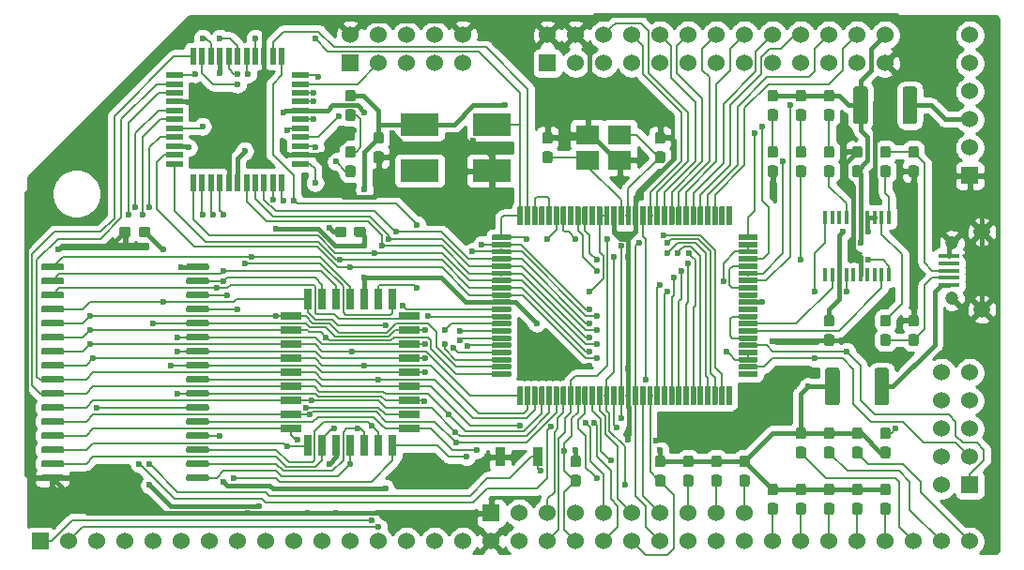
<source format=gbr>
G04 #@! TF.GenerationSoftware,KiCad,Pcbnew,(5.1.0)-1*
G04 #@! TF.CreationDate,2020-07-20T11:56:29-07:00*
G04 #@! TF.ProjectId,Tiny_Z80,54696e79-5f5a-4383-902e-6b696361645f,rev?*
G04 #@! TF.SameCoordinates,Original*
G04 #@! TF.FileFunction,Copper,L1,Top*
G04 #@! TF.FilePolarity,Positive*
%FSLAX46Y46*%
G04 Gerber Fmt 4.6, Leading zero omitted, Abs format (unit mm)*
G04 Created by KiCad (PCBNEW (5.1.0)-1) date 2020-07-20 11:56:29*
%MOMM*%
%LPD*%
G04 APERTURE LIST*
%ADD10C,0.100000*%
%ADD11C,0.600000*%
%ADD12R,1.925000X0.700000*%
%ADD13R,0.700000X1.925000*%
%ADD14C,0.500000*%
%ADD15R,1.500000X0.550000*%
%ADD16R,0.550000X1.500000*%
%ADD17R,1.850000X0.395000*%
%ADD18C,1.200000*%
%ADD19C,1.500000*%
%ADD20R,1.524000X1.524000*%
%ADD21C,1.524000*%
%ADD22C,0.950000*%
%ADD23C,1.300000*%
%ADD24R,0.400000X1.200000*%
%ADD25R,2.100000X1.800000*%
%ADD26R,0.900000X1.700000*%
%ADD27R,3.500000X2.000000*%
%ADD28C,0.400000*%
%ADD29C,0.200000*%
%ADD30C,0.254000*%
G04 APERTURE END LIST*
D10*
G36*
X128959703Y-101935722D02*
G01*
X128974264Y-101937882D01*
X128988543Y-101941459D01*
X129002403Y-101946418D01*
X129015710Y-101952712D01*
X129028336Y-101960280D01*
X129040159Y-101969048D01*
X129051066Y-101978934D01*
X129060952Y-101989841D01*
X129069720Y-102001664D01*
X129077288Y-102014290D01*
X129083582Y-102027597D01*
X129088541Y-102041457D01*
X129092118Y-102055736D01*
X129094278Y-102070297D01*
X129095000Y-102085000D01*
X129095000Y-102385000D01*
X129094278Y-102399703D01*
X129092118Y-102414264D01*
X129088541Y-102428543D01*
X129083582Y-102442403D01*
X129077288Y-102455710D01*
X129069720Y-102468336D01*
X129060952Y-102480159D01*
X129051066Y-102491066D01*
X129040159Y-102500952D01*
X129028336Y-102509720D01*
X129015710Y-102517288D01*
X129002403Y-102523582D01*
X128988543Y-102528541D01*
X128974264Y-102532118D01*
X128959703Y-102534278D01*
X128945000Y-102535000D01*
X127195000Y-102535000D01*
X127180297Y-102534278D01*
X127165736Y-102532118D01*
X127151457Y-102528541D01*
X127137597Y-102523582D01*
X127124290Y-102517288D01*
X127111664Y-102509720D01*
X127099841Y-102500952D01*
X127088934Y-102491066D01*
X127079048Y-102480159D01*
X127070280Y-102468336D01*
X127062712Y-102455710D01*
X127056418Y-102442403D01*
X127051459Y-102428543D01*
X127047882Y-102414264D01*
X127045722Y-102399703D01*
X127045000Y-102385000D01*
X127045000Y-102085000D01*
X127045722Y-102070297D01*
X127047882Y-102055736D01*
X127051459Y-102041457D01*
X127056418Y-102027597D01*
X127062712Y-102014290D01*
X127070280Y-102001664D01*
X127079048Y-101989841D01*
X127088934Y-101978934D01*
X127099841Y-101969048D01*
X127111664Y-101960280D01*
X127124290Y-101952712D01*
X127137597Y-101946418D01*
X127151457Y-101941459D01*
X127165736Y-101937882D01*
X127180297Y-101935722D01*
X127195000Y-101935000D01*
X128945000Y-101935000D01*
X128959703Y-101935722D01*
X128959703Y-101935722D01*
G37*
D11*
X128070000Y-102235000D03*
D10*
G36*
X128959703Y-103205722D02*
G01*
X128974264Y-103207882D01*
X128988543Y-103211459D01*
X129002403Y-103216418D01*
X129015710Y-103222712D01*
X129028336Y-103230280D01*
X129040159Y-103239048D01*
X129051066Y-103248934D01*
X129060952Y-103259841D01*
X129069720Y-103271664D01*
X129077288Y-103284290D01*
X129083582Y-103297597D01*
X129088541Y-103311457D01*
X129092118Y-103325736D01*
X129094278Y-103340297D01*
X129095000Y-103355000D01*
X129095000Y-103655000D01*
X129094278Y-103669703D01*
X129092118Y-103684264D01*
X129088541Y-103698543D01*
X129083582Y-103712403D01*
X129077288Y-103725710D01*
X129069720Y-103738336D01*
X129060952Y-103750159D01*
X129051066Y-103761066D01*
X129040159Y-103770952D01*
X129028336Y-103779720D01*
X129015710Y-103787288D01*
X129002403Y-103793582D01*
X128988543Y-103798541D01*
X128974264Y-103802118D01*
X128959703Y-103804278D01*
X128945000Y-103805000D01*
X127195000Y-103805000D01*
X127180297Y-103804278D01*
X127165736Y-103802118D01*
X127151457Y-103798541D01*
X127137597Y-103793582D01*
X127124290Y-103787288D01*
X127111664Y-103779720D01*
X127099841Y-103770952D01*
X127088934Y-103761066D01*
X127079048Y-103750159D01*
X127070280Y-103738336D01*
X127062712Y-103725710D01*
X127056418Y-103712403D01*
X127051459Y-103698543D01*
X127047882Y-103684264D01*
X127045722Y-103669703D01*
X127045000Y-103655000D01*
X127045000Y-103355000D01*
X127045722Y-103340297D01*
X127047882Y-103325736D01*
X127051459Y-103311457D01*
X127056418Y-103297597D01*
X127062712Y-103284290D01*
X127070280Y-103271664D01*
X127079048Y-103259841D01*
X127088934Y-103248934D01*
X127099841Y-103239048D01*
X127111664Y-103230280D01*
X127124290Y-103222712D01*
X127137597Y-103216418D01*
X127151457Y-103211459D01*
X127165736Y-103207882D01*
X127180297Y-103205722D01*
X127195000Y-103205000D01*
X128945000Y-103205000D01*
X128959703Y-103205722D01*
X128959703Y-103205722D01*
G37*
D11*
X128070000Y-103505000D03*
D10*
G36*
X128959703Y-104475722D02*
G01*
X128974264Y-104477882D01*
X128988543Y-104481459D01*
X129002403Y-104486418D01*
X129015710Y-104492712D01*
X129028336Y-104500280D01*
X129040159Y-104509048D01*
X129051066Y-104518934D01*
X129060952Y-104529841D01*
X129069720Y-104541664D01*
X129077288Y-104554290D01*
X129083582Y-104567597D01*
X129088541Y-104581457D01*
X129092118Y-104595736D01*
X129094278Y-104610297D01*
X129095000Y-104625000D01*
X129095000Y-104925000D01*
X129094278Y-104939703D01*
X129092118Y-104954264D01*
X129088541Y-104968543D01*
X129083582Y-104982403D01*
X129077288Y-104995710D01*
X129069720Y-105008336D01*
X129060952Y-105020159D01*
X129051066Y-105031066D01*
X129040159Y-105040952D01*
X129028336Y-105049720D01*
X129015710Y-105057288D01*
X129002403Y-105063582D01*
X128988543Y-105068541D01*
X128974264Y-105072118D01*
X128959703Y-105074278D01*
X128945000Y-105075000D01*
X127195000Y-105075000D01*
X127180297Y-105074278D01*
X127165736Y-105072118D01*
X127151457Y-105068541D01*
X127137597Y-105063582D01*
X127124290Y-105057288D01*
X127111664Y-105049720D01*
X127099841Y-105040952D01*
X127088934Y-105031066D01*
X127079048Y-105020159D01*
X127070280Y-105008336D01*
X127062712Y-104995710D01*
X127056418Y-104982403D01*
X127051459Y-104968543D01*
X127047882Y-104954264D01*
X127045722Y-104939703D01*
X127045000Y-104925000D01*
X127045000Y-104625000D01*
X127045722Y-104610297D01*
X127047882Y-104595736D01*
X127051459Y-104581457D01*
X127056418Y-104567597D01*
X127062712Y-104554290D01*
X127070280Y-104541664D01*
X127079048Y-104529841D01*
X127088934Y-104518934D01*
X127099841Y-104509048D01*
X127111664Y-104500280D01*
X127124290Y-104492712D01*
X127137597Y-104486418D01*
X127151457Y-104481459D01*
X127165736Y-104477882D01*
X127180297Y-104475722D01*
X127195000Y-104475000D01*
X128945000Y-104475000D01*
X128959703Y-104475722D01*
X128959703Y-104475722D01*
G37*
D11*
X128070000Y-104775000D03*
D10*
G36*
X128959703Y-105745722D02*
G01*
X128974264Y-105747882D01*
X128988543Y-105751459D01*
X129002403Y-105756418D01*
X129015710Y-105762712D01*
X129028336Y-105770280D01*
X129040159Y-105779048D01*
X129051066Y-105788934D01*
X129060952Y-105799841D01*
X129069720Y-105811664D01*
X129077288Y-105824290D01*
X129083582Y-105837597D01*
X129088541Y-105851457D01*
X129092118Y-105865736D01*
X129094278Y-105880297D01*
X129095000Y-105895000D01*
X129095000Y-106195000D01*
X129094278Y-106209703D01*
X129092118Y-106224264D01*
X129088541Y-106238543D01*
X129083582Y-106252403D01*
X129077288Y-106265710D01*
X129069720Y-106278336D01*
X129060952Y-106290159D01*
X129051066Y-106301066D01*
X129040159Y-106310952D01*
X129028336Y-106319720D01*
X129015710Y-106327288D01*
X129002403Y-106333582D01*
X128988543Y-106338541D01*
X128974264Y-106342118D01*
X128959703Y-106344278D01*
X128945000Y-106345000D01*
X127195000Y-106345000D01*
X127180297Y-106344278D01*
X127165736Y-106342118D01*
X127151457Y-106338541D01*
X127137597Y-106333582D01*
X127124290Y-106327288D01*
X127111664Y-106319720D01*
X127099841Y-106310952D01*
X127088934Y-106301066D01*
X127079048Y-106290159D01*
X127070280Y-106278336D01*
X127062712Y-106265710D01*
X127056418Y-106252403D01*
X127051459Y-106238543D01*
X127047882Y-106224264D01*
X127045722Y-106209703D01*
X127045000Y-106195000D01*
X127045000Y-105895000D01*
X127045722Y-105880297D01*
X127047882Y-105865736D01*
X127051459Y-105851457D01*
X127056418Y-105837597D01*
X127062712Y-105824290D01*
X127070280Y-105811664D01*
X127079048Y-105799841D01*
X127088934Y-105788934D01*
X127099841Y-105779048D01*
X127111664Y-105770280D01*
X127124290Y-105762712D01*
X127137597Y-105756418D01*
X127151457Y-105751459D01*
X127165736Y-105747882D01*
X127180297Y-105745722D01*
X127195000Y-105745000D01*
X128945000Y-105745000D01*
X128959703Y-105745722D01*
X128959703Y-105745722D01*
G37*
D11*
X128070000Y-106045000D03*
D10*
G36*
X128959703Y-107015722D02*
G01*
X128974264Y-107017882D01*
X128988543Y-107021459D01*
X129002403Y-107026418D01*
X129015710Y-107032712D01*
X129028336Y-107040280D01*
X129040159Y-107049048D01*
X129051066Y-107058934D01*
X129060952Y-107069841D01*
X129069720Y-107081664D01*
X129077288Y-107094290D01*
X129083582Y-107107597D01*
X129088541Y-107121457D01*
X129092118Y-107135736D01*
X129094278Y-107150297D01*
X129095000Y-107165000D01*
X129095000Y-107465000D01*
X129094278Y-107479703D01*
X129092118Y-107494264D01*
X129088541Y-107508543D01*
X129083582Y-107522403D01*
X129077288Y-107535710D01*
X129069720Y-107548336D01*
X129060952Y-107560159D01*
X129051066Y-107571066D01*
X129040159Y-107580952D01*
X129028336Y-107589720D01*
X129015710Y-107597288D01*
X129002403Y-107603582D01*
X128988543Y-107608541D01*
X128974264Y-107612118D01*
X128959703Y-107614278D01*
X128945000Y-107615000D01*
X127195000Y-107615000D01*
X127180297Y-107614278D01*
X127165736Y-107612118D01*
X127151457Y-107608541D01*
X127137597Y-107603582D01*
X127124290Y-107597288D01*
X127111664Y-107589720D01*
X127099841Y-107580952D01*
X127088934Y-107571066D01*
X127079048Y-107560159D01*
X127070280Y-107548336D01*
X127062712Y-107535710D01*
X127056418Y-107522403D01*
X127051459Y-107508543D01*
X127047882Y-107494264D01*
X127045722Y-107479703D01*
X127045000Y-107465000D01*
X127045000Y-107165000D01*
X127045722Y-107150297D01*
X127047882Y-107135736D01*
X127051459Y-107121457D01*
X127056418Y-107107597D01*
X127062712Y-107094290D01*
X127070280Y-107081664D01*
X127079048Y-107069841D01*
X127088934Y-107058934D01*
X127099841Y-107049048D01*
X127111664Y-107040280D01*
X127124290Y-107032712D01*
X127137597Y-107026418D01*
X127151457Y-107021459D01*
X127165736Y-107017882D01*
X127180297Y-107015722D01*
X127195000Y-107015000D01*
X128945000Y-107015000D01*
X128959703Y-107015722D01*
X128959703Y-107015722D01*
G37*
D11*
X128070000Y-107315000D03*
D10*
G36*
X128959703Y-108285722D02*
G01*
X128974264Y-108287882D01*
X128988543Y-108291459D01*
X129002403Y-108296418D01*
X129015710Y-108302712D01*
X129028336Y-108310280D01*
X129040159Y-108319048D01*
X129051066Y-108328934D01*
X129060952Y-108339841D01*
X129069720Y-108351664D01*
X129077288Y-108364290D01*
X129083582Y-108377597D01*
X129088541Y-108391457D01*
X129092118Y-108405736D01*
X129094278Y-108420297D01*
X129095000Y-108435000D01*
X129095000Y-108735000D01*
X129094278Y-108749703D01*
X129092118Y-108764264D01*
X129088541Y-108778543D01*
X129083582Y-108792403D01*
X129077288Y-108805710D01*
X129069720Y-108818336D01*
X129060952Y-108830159D01*
X129051066Y-108841066D01*
X129040159Y-108850952D01*
X129028336Y-108859720D01*
X129015710Y-108867288D01*
X129002403Y-108873582D01*
X128988543Y-108878541D01*
X128974264Y-108882118D01*
X128959703Y-108884278D01*
X128945000Y-108885000D01*
X127195000Y-108885000D01*
X127180297Y-108884278D01*
X127165736Y-108882118D01*
X127151457Y-108878541D01*
X127137597Y-108873582D01*
X127124290Y-108867288D01*
X127111664Y-108859720D01*
X127099841Y-108850952D01*
X127088934Y-108841066D01*
X127079048Y-108830159D01*
X127070280Y-108818336D01*
X127062712Y-108805710D01*
X127056418Y-108792403D01*
X127051459Y-108778543D01*
X127047882Y-108764264D01*
X127045722Y-108749703D01*
X127045000Y-108735000D01*
X127045000Y-108435000D01*
X127045722Y-108420297D01*
X127047882Y-108405736D01*
X127051459Y-108391457D01*
X127056418Y-108377597D01*
X127062712Y-108364290D01*
X127070280Y-108351664D01*
X127079048Y-108339841D01*
X127088934Y-108328934D01*
X127099841Y-108319048D01*
X127111664Y-108310280D01*
X127124290Y-108302712D01*
X127137597Y-108296418D01*
X127151457Y-108291459D01*
X127165736Y-108287882D01*
X127180297Y-108285722D01*
X127195000Y-108285000D01*
X128945000Y-108285000D01*
X128959703Y-108285722D01*
X128959703Y-108285722D01*
G37*
D11*
X128070000Y-108585000D03*
D10*
G36*
X128959703Y-109555722D02*
G01*
X128974264Y-109557882D01*
X128988543Y-109561459D01*
X129002403Y-109566418D01*
X129015710Y-109572712D01*
X129028336Y-109580280D01*
X129040159Y-109589048D01*
X129051066Y-109598934D01*
X129060952Y-109609841D01*
X129069720Y-109621664D01*
X129077288Y-109634290D01*
X129083582Y-109647597D01*
X129088541Y-109661457D01*
X129092118Y-109675736D01*
X129094278Y-109690297D01*
X129095000Y-109705000D01*
X129095000Y-110005000D01*
X129094278Y-110019703D01*
X129092118Y-110034264D01*
X129088541Y-110048543D01*
X129083582Y-110062403D01*
X129077288Y-110075710D01*
X129069720Y-110088336D01*
X129060952Y-110100159D01*
X129051066Y-110111066D01*
X129040159Y-110120952D01*
X129028336Y-110129720D01*
X129015710Y-110137288D01*
X129002403Y-110143582D01*
X128988543Y-110148541D01*
X128974264Y-110152118D01*
X128959703Y-110154278D01*
X128945000Y-110155000D01*
X127195000Y-110155000D01*
X127180297Y-110154278D01*
X127165736Y-110152118D01*
X127151457Y-110148541D01*
X127137597Y-110143582D01*
X127124290Y-110137288D01*
X127111664Y-110129720D01*
X127099841Y-110120952D01*
X127088934Y-110111066D01*
X127079048Y-110100159D01*
X127070280Y-110088336D01*
X127062712Y-110075710D01*
X127056418Y-110062403D01*
X127051459Y-110048543D01*
X127047882Y-110034264D01*
X127045722Y-110019703D01*
X127045000Y-110005000D01*
X127045000Y-109705000D01*
X127045722Y-109690297D01*
X127047882Y-109675736D01*
X127051459Y-109661457D01*
X127056418Y-109647597D01*
X127062712Y-109634290D01*
X127070280Y-109621664D01*
X127079048Y-109609841D01*
X127088934Y-109598934D01*
X127099841Y-109589048D01*
X127111664Y-109580280D01*
X127124290Y-109572712D01*
X127137597Y-109566418D01*
X127151457Y-109561459D01*
X127165736Y-109557882D01*
X127180297Y-109555722D01*
X127195000Y-109555000D01*
X128945000Y-109555000D01*
X128959703Y-109555722D01*
X128959703Y-109555722D01*
G37*
D11*
X128070000Y-109855000D03*
D10*
G36*
X128959703Y-110825722D02*
G01*
X128974264Y-110827882D01*
X128988543Y-110831459D01*
X129002403Y-110836418D01*
X129015710Y-110842712D01*
X129028336Y-110850280D01*
X129040159Y-110859048D01*
X129051066Y-110868934D01*
X129060952Y-110879841D01*
X129069720Y-110891664D01*
X129077288Y-110904290D01*
X129083582Y-110917597D01*
X129088541Y-110931457D01*
X129092118Y-110945736D01*
X129094278Y-110960297D01*
X129095000Y-110975000D01*
X129095000Y-111275000D01*
X129094278Y-111289703D01*
X129092118Y-111304264D01*
X129088541Y-111318543D01*
X129083582Y-111332403D01*
X129077288Y-111345710D01*
X129069720Y-111358336D01*
X129060952Y-111370159D01*
X129051066Y-111381066D01*
X129040159Y-111390952D01*
X129028336Y-111399720D01*
X129015710Y-111407288D01*
X129002403Y-111413582D01*
X128988543Y-111418541D01*
X128974264Y-111422118D01*
X128959703Y-111424278D01*
X128945000Y-111425000D01*
X127195000Y-111425000D01*
X127180297Y-111424278D01*
X127165736Y-111422118D01*
X127151457Y-111418541D01*
X127137597Y-111413582D01*
X127124290Y-111407288D01*
X127111664Y-111399720D01*
X127099841Y-111390952D01*
X127088934Y-111381066D01*
X127079048Y-111370159D01*
X127070280Y-111358336D01*
X127062712Y-111345710D01*
X127056418Y-111332403D01*
X127051459Y-111318543D01*
X127047882Y-111304264D01*
X127045722Y-111289703D01*
X127045000Y-111275000D01*
X127045000Y-110975000D01*
X127045722Y-110960297D01*
X127047882Y-110945736D01*
X127051459Y-110931457D01*
X127056418Y-110917597D01*
X127062712Y-110904290D01*
X127070280Y-110891664D01*
X127079048Y-110879841D01*
X127088934Y-110868934D01*
X127099841Y-110859048D01*
X127111664Y-110850280D01*
X127124290Y-110842712D01*
X127137597Y-110836418D01*
X127151457Y-110831459D01*
X127165736Y-110827882D01*
X127180297Y-110825722D01*
X127195000Y-110825000D01*
X128945000Y-110825000D01*
X128959703Y-110825722D01*
X128959703Y-110825722D01*
G37*
D11*
X128070000Y-111125000D03*
D10*
G36*
X128959703Y-112095722D02*
G01*
X128974264Y-112097882D01*
X128988543Y-112101459D01*
X129002403Y-112106418D01*
X129015710Y-112112712D01*
X129028336Y-112120280D01*
X129040159Y-112129048D01*
X129051066Y-112138934D01*
X129060952Y-112149841D01*
X129069720Y-112161664D01*
X129077288Y-112174290D01*
X129083582Y-112187597D01*
X129088541Y-112201457D01*
X129092118Y-112215736D01*
X129094278Y-112230297D01*
X129095000Y-112245000D01*
X129095000Y-112545000D01*
X129094278Y-112559703D01*
X129092118Y-112574264D01*
X129088541Y-112588543D01*
X129083582Y-112602403D01*
X129077288Y-112615710D01*
X129069720Y-112628336D01*
X129060952Y-112640159D01*
X129051066Y-112651066D01*
X129040159Y-112660952D01*
X129028336Y-112669720D01*
X129015710Y-112677288D01*
X129002403Y-112683582D01*
X128988543Y-112688541D01*
X128974264Y-112692118D01*
X128959703Y-112694278D01*
X128945000Y-112695000D01*
X127195000Y-112695000D01*
X127180297Y-112694278D01*
X127165736Y-112692118D01*
X127151457Y-112688541D01*
X127137597Y-112683582D01*
X127124290Y-112677288D01*
X127111664Y-112669720D01*
X127099841Y-112660952D01*
X127088934Y-112651066D01*
X127079048Y-112640159D01*
X127070280Y-112628336D01*
X127062712Y-112615710D01*
X127056418Y-112602403D01*
X127051459Y-112588543D01*
X127047882Y-112574264D01*
X127045722Y-112559703D01*
X127045000Y-112545000D01*
X127045000Y-112245000D01*
X127045722Y-112230297D01*
X127047882Y-112215736D01*
X127051459Y-112201457D01*
X127056418Y-112187597D01*
X127062712Y-112174290D01*
X127070280Y-112161664D01*
X127079048Y-112149841D01*
X127088934Y-112138934D01*
X127099841Y-112129048D01*
X127111664Y-112120280D01*
X127124290Y-112112712D01*
X127137597Y-112106418D01*
X127151457Y-112101459D01*
X127165736Y-112097882D01*
X127180297Y-112095722D01*
X127195000Y-112095000D01*
X128945000Y-112095000D01*
X128959703Y-112095722D01*
X128959703Y-112095722D01*
G37*
D11*
X128070000Y-112395000D03*
D10*
G36*
X128959703Y-113365722D02*
G01*
X128974264Y-113367882D01*
X128988543Y-113371459D01*
X129002403Y-113376418D01*
X129015710Y-113382712D01*
X129028336Y-113390280D01*
X129040159Y-113399048D01*
X129051066Y-113408934D01*
X129060952Y-113419841D01*
X129069720Y-113431664D01*
X129077288Y-113444290D01*
X129083582Y-113457597D01*
X129088541Y-113471457D01*
X129092118Y-113485736D01*
X129094278Y-113500297D01*
X129095000Y-113515000D01*
X129095000Y-113815000D01*
X129094278Y-113829703D01*
X129092118Y-113844264D01*
X129088541Y-113858543D01*
X129083582Y-113872403D01*
X129077288Y-113885710D01*
X129069720Y-113898336D01*
X129060952Y-113910159D01*
X129051066Y-113921066D01*
X129040159Y-113930952D01*
X129028336Y-113939720D01*
X129015710Y-113947288D01*
X129002403Y-113953582D01*
X128988543Y-113958541D01*
X128974264Y-113962118D01*
X128959703Y-113964278D01*
X128945000Y-113965000D01*
X127195000Y-113965000D01*
X127180297Y-113964278D01*
X127165736Y-113962118D01*
X127151457Y-113958541D01*
X127137597Y-113953582D01*
X127124290Y-113947288D01*
X127111664Y-113939720D01*
X127099841Y-113930952D01*
X127088934Y-113921066D01*
X127079048Y-113910159D01*
X127070280Y-113898336D01*
X127062712Y-113885710D01*
X127056418Y-113872403D01*
X127051459Y-113858543D01*
X127047882Y-113844264D01*
X127045722Y-113829703D01*
X127045000Y-113815000D01*
X127045000Y-113515000D01*
X127045722Y-113500297D01*
X127047882Y-113485736D01*
X127051459Y-113471457D01*
X127056418Y-113457597D01*
X127062712Y-113444290D01*
X127070280Y-113431664D01*
X127079048Y-113419841D01*
X127088934Y-113408934D01*
X127099841Y-113399048D01*
X127111664Y-113390280D01*
X127124290Y-113382712D01*
X127137597Y-113376418D01*
X127151457Y-113371459D01*
X127165736Y-113367882D01*
X127180297Y-113365722D01*
X127195000Y-113365000D01*
X128945000Y-113365000D01*
X128959703Y-113365722D01*
X128959703Y-113365722D01*
G37*
D11*
X128070000Y-113665000D03*
D10*
G36*
X128959703Y-114635722D02*
G01*
X128974264Y-114637882D01*
X128988543Y-114641459D01*
X129002403Y-114646418D01*
X129015710Y-114652712D01*
X129028336Y-114660280D01*
X129040159Y-114669048D01*
X129051066Y-114678934D01*
X129060952Y-114689841D01*
X129069720Y-114701664D01*
X129077288Y-114714290D01*
X129083582Y-114727597D01*
X129088541Y-114741457D01*
X129092118Y-114755736D01*
X129094278Y-114770297D01*
X129095000Y-114785000D01*
X129095000Y-115085000D01*
X129094278Y-115099703D01*
X129092118Y-115114264D01*
X129088541Y-115128543D01*
X129083582Y-115142403D01*
X129077288Y-115155710D01*
X129069720Y-115168336D01*
X129060952Y-115180159D01*
X129051066Y-115191066D01*
X129040159Y-115200952D01*
X129028336Y-115209720D01*
X129015710Y-115217288D01*
X129002403Y-115223582D01*
X128988543Y-115228541D01*
X128974264Y-115232118D01*
X128959703Y-115234278D01*
X128945000Y-115235000D01*
X127195000Y-115235000D01*
X127180297Y-115234278D01*
X127165736Y-115232118D01*
X127151457Y-115228541D01*
X127137597Y-115223582D01*
X127124290Y-115217288D01*
X127111664Y-115209720D01*
X127099841Y-115200952D01*
X127088934Y-115191066D01*
X127079048Y-115180159D01*
X127070280Y-115168336D01*
X127062712Y-115155710D01*
X127056418Y-115142403D01*
X127051459Y-115128543D01*
X127047882Y-115114264D01*
X127045722Y-115099703D01*
X127045000Y-115085000D01*
X127045000Y-114785000D01*
X127045722Y-114770297D01*
X127047882Y-114755736D01*
X127051459Y-114741457D01*
X127056418Y-114727597D01*
X127062712Y-114714290D01*
X127070280Y-114701664D01*
X127079048Y-114689841D01*
X127088934Y-114678934D01*
X127099841Y-114669048D01*
X127111664Y-114660280D01*
X127124290Y-114652712D01*
X127137597Y-114646418D01*
X127151457Y-114641459D01*
X127165736Y-114637882D01*
X127180297Y-114635722D01*
X127195000Y-114635000D01*
X128945000Y-114635000D01*
X128959703Y-114635722D01*
X128959703Y-114635722D01*
G37*
D11*
X128070000Y-114935000D03*
D10*
G36*
X128959703Y-115905722D02*
G01*
X128974264Y-115907882D01*
X128988543Y-115911459D01*
X129002403Y-115916418D01*
X129015710Y-115922712D01*
X129028336Y-115930280D01*
X129040159Y-115939048D01*
X129051066Y-115948934D01*
X129060952Y-115959841D01*
X129069720Y-115971664D01*
X129077288Y-115984290D01*
X129083582Y-115997597D01*
X129088541Y-116011457D01*
X129092118Y-116025736D01*
X129094278Y-116040297D01*
X129095000Y-116055000D01*
X129095000Y-116355000D01*
X129094278Y-116369703D01*
X129092118Y-116384264D01*
X129088541Y-116398543D01*
X129083582Y-116412403D01*
X129077288Y-116425710D01*
X129069720Y-116438336D01*
X129060952Y-116450159D01*
X129051066Y-116461066D01*
X129040159Y-116470952D01*
X129028336Y-116479720D01*
X129015710Y-116487288D01*
X129002403Y-116493582D01*
X128988543Y-116498541D01*
X128974264Y-116502118D01*
X128959703Y-116504278D01*
X128945000Y-116505000D01*
X127195000Y-116505000D01*
X127180297Y-116504278D01*
X127165736Y-116502118D01*
X127151457Y-116498541D01*
X127137597Y-116493582D01*
X127124290Y-116487288D01*
X127111664Y-116479720D01*
X127099841Y-116470952D01*
X127088934Y-116461066D01*
X127079048Y-116450159D01*
X127070280Y-116438336D01*
X127062712Y-116425710D01*
X127056418Y-116412403D01*
X127051459Y-116398543D01*
X127047882Y-116384264D01*
X127045722Y-116369703D01*
X127045000Y-116355000D01*
X127045000Y-116055000D01*
X127045722Y-116040297D01*
X127047882Y-116025736D01*
X127051459Y-116011457D01*
X127056418Y-115997597D01*
X127062712Y-115984290D01*
X127070280Y-115971664D01*
X127079048Y-115959841D01*
X127088934Y-115948934D01*
X127099841Y-115939048D01*
X127111664Y-115930280D01*
X127124290Y-115922712D01*
X127137597Y-115916418D01*
X127151457Y-115911459D01*
X127165736Y-115907882D01*
X127180297Y-115905722D01*
X127195000Y-115905000D01*
X128945000Y-115905000D01*
X128959703Y-115905722D01*
X128959703Y-115905722D01*
G37*
D11*
X128070000Y-116205000D03*
D10*
G36*
X128959703Y-117175722D02*
G01*
X128974264Y-117177882D01*
X128988543Y-117181459D01*
X129002403Y-117186418D01*
X129015710Y-117192712D01*
X129028336Y-117200280D01*
X129040159Y-117209048D01*
X129051066Y-117218934D01*
X129060952Y-117229841D01*
X129069720Y-117241664D01*
X129077288Y-117254290D01*
X129083582Y-117267597D01*
X129088541Y-117281457D01*
X129092118Y-117295736D01*
X129094278Y-117310297D01*
X129095000Y-117325000D01*
X129095000Y-117625000D01*
X129094278Y-117639703D01*
X129092118Y-117654264D01*
X129088541Y-117668543D01*
X129083582Y-117682403D01*
X129077288Y-117695710D01*
X129069720Y-117708336D01*
X129060952Y-117720159D01*
X129051066Y-117731066D01*
X129040159Y-117740952D01*
X129028336Y-117749720D01*
X129015710Y-117757288D01*
X129002403Y-117763582D01*
X128988543Y-117768541D01*
X128974264Y-117772118D01*
X128959703Y-117774278D01*
X128945000Y-117775000D01*
X127195000Y-117775000D01*
X127180297Y-117774278D01*
X127165736Y-117772118D01*
X127151457Y-117768541D01*
X127137597Y-117763582D01*
X127124290Y-117757288D01*
X127111664Y-117749720D01*
X127099841Y-117740952D01*
X127088934Y-117731066D01*
X127079048Y-117720159D01*
X127070280Y-117708336D01*
X127062712Y-117695710D01*
X127056418Y-117682403D01*
X127051459Y-117668543D01*
X127047882Y-117654264D01*
X127045722Y-117639703D01*
X127045000Y-117625000D01*
X127045000Y-117325000D01*
X127045722Y-117310297D01*
X127047882Y-117295736D01*
X127051459Y-117281457D01*
X127056418Y-117267597D01*
X127062712Y-117254290D01*
X127070280Y-117241664D01*
X127079048Y-117229841D01*
X127088934Y-117218934D01*
X127099841Y-117209048D01*
X127111664Y-117200280D01*
X127124290Y-117192712D01*
X127137597Y-117186418D01*
X127151457Y-117181459D01*
X127165736Y-117177882D01*
X127180297Y-117175722D01*
X127195000Y-117175000D01*
X128945000Y-117175000D01*
X128959703Y-117175722D01*
X128959703Y-117175722D01*
G37*
D11*
X128070000Y-117475000D03*
D10*
G36*
X128959703Y-118445722D02*
G01*
X128974264Y-118447882D01*
X128988543Y-118451459D01*
X129002403Y-118456418D01*
X129015710Y-118462712D01*
X129028336Y-118470280D01*
X129040159Y-118479048D01*
X129051066Y-118488934D01*
X129060952Y-118499841D01*
X129069720Y-118511664D01*
X129077288Y-118524290D01*
X129083582Y-118537597D01*
X129088541Y-118551457D01*
X129092118Y-118565736D01*
X129094278Y-118580297D01*
X129095000Y-118595000D01*
X129095000Y-118895000D01*
X129094278Y-118909703D01*
X129092118Y-118924264D01*
X129088541Y-118938543D01*
X129083582Y-118952403D01*
X129077288Y-118965710D01*
X129069720Y-118978336D01*
X129060952Y-118990159D01*
X129051066Y-119001066D01*
X129040159Y-119010952D01*
X129028336Y-119019720D01*
X129015710Y-119027288D01*
X129002403Y-119033582D01*
X128988543Y-119038541D01*
X128974264Y-119042118D01*
X128959703Y-119044278D01*
X128945000Y-119045000D01*
X127195000Y-119045000D01*
X127180297Y-119044278D01*
X127165736Y-119042118D01*
X127151457Y-119038541D01*
X127137597Y-119033582D01*
X127124290Y-119027288D01*
X127111664Y-119019720D01*
X127099841Y-119010952D01*
X127088934Y-119001066D01*
X127079048Y-118990159D01*
X127070280Y-118978336D01*
X127062712Y-118965710D01*
X127056418Y-118952403D01*
X127051459Y-118938543D01*
X127047882Y-118924264D01*
X127045722Y-118909703D01*
X127045000Y-118895000D01*
X127045000Y-118595000D01*
X127045722Y-118580297D01*
X127047882Y-118565736D01*
X127051459Y-118551457D01*
X127056418Y-118537597D01*
X127062712Y-118524290D01*
X127070280Y-118511664D01*
X127079048Y-118499841D01*
X127088934Y-118488934D01*
X127099841Y-118479048D01*
X127111664Y-118470280D01*
X127124290Y-118462712D01*
X127137597Y-118456418D01*
X127151457Y-118451459D01*
X127165736Y-118447882D01*
X127180297Y-118445722D01*
X127195000Y-118445000D01*
X128945000Y-118445000D01*
X128959703Y-118445722D01*
X128959703Y-118445722D01*
G37*
D11*
X128070000Y-118745000D03*
D10*
G36*
X128959703Y-119715722D02*
G01*
X128974264Y-119717882D01*
X128988543Y-119721459D01*
X129002403Y-119726418D01*
X129015710Y-119732712D01*
X129028336Y-119740280D01*
X129040159Y-119749048D01*
X129051066Y-119758934D01*
X129060952Y-119769841D01*
X129069720Y-119781664D01*
X129077288Y-119794290D01*
X129083582Y-119807597D01*
X129088541Y-119821457D01*
X129092118Y-119835736D01*
X129094278Y-119850297D01*
X129095000Y-119865000D01*
X129095000Y-120165000D01*
X129094278Y-120179703D01*
X129092118Y-120194264D01*
X129088541Y-120208543D01*
X129083582Y-120222403D01*
X129077288Y-120235710D01*
X129069720Y-120248336D01*
X129060952Y-120260159D01*
X129051066Y-120271066D01*
X129040159Y-120280952D01*
X129028336Y-120289720D01*
X129015710Y-120297288D01*
X129002403Y-120303582D01*
X128988543Y-120308541D01*
X128974264Y-120312118D01*
X128959703Y-120314278D01*
X128945000Y-120315000D01*
X127195000Y-120315000D01*
X127180297Y-120314278D01*
X127165736Y-120312118D01*
X127151457Y-120308541D01*
X127137597Y-120303582D01*
X127124290Y-120297288D01*
X127111664Y-120289720D01*
X127099841Y-120280952D01*
X127088934Y-120271066D01*
X127079048Y-120260159D01*
X127070280Y-120248336D01*
X127062712Y-120235710D01*
X127056418Y-120222403D01*
X127051459Y-120208543D01*
X127047882Y-120194264D01*
X127045722Y-120179703D01*
X127045000Y-120165000D01*
X127045000Y-119865000D01*
X127045722Y-119850297D01*
X127047882Y-119835736D01*
X127051459Y-119821457D01*
X127056418Y-119807597D01*
X127062712Y-119794290D01*
X127070280Y-119781664D01*
X127079048Y-119769841D01*
X127088934Y-119758934D01*
X127099841Y-119749048D01*
X127111664Y-119740280D01*
X127124290Y-119732712D01*
X127137597Y-119726418D01*
X127151457Y-119721459D01*
X127165736Y-119717882D01*
X127180297Y-119715722D01*
X127195000Y-119715000D01*
X128945000Y-119715000D01*
X128959703Y-119715722D01*
X128959703Y-119715722D01*
G37*
D11*
X128070000Y-120015000D03*
D10*
G36*
X128959703Y-120985722D02*
G01*
X128974264Y-120987882D01*
X128988543Y-120991459D01*
X129002403Y-120996418D01*
X129015710Y-121002712D01*
X129028336Y-121010280D01*
X129040159Y-121019048D01*
X129051066Y-121028934D01*
X129060952Y-121039841D01*
X129069720Y-121051664D01*
X129077288Y-121064290D01*
X129083582Y-121077597D01*
X129088541Y-121091457D01*
X129092118Y-121105736D01*
X129094278Y-121120297D01*
X129095000Y-121135000D01*
X129095000Y-121435000D01*
X129094278Y-121449703D01*
X129092118Y-121464264D01*
X129088541Y-121478543D01*
X129083582Y-121492403D01*
X129077288Y-121505710D01*
X129069720Y-121518336D01*
X129060952Y-121530159D01*
X129051066Y-121541066D01*
X129040159Y-121550952D01*
X129028336Y-121559720D01*
X129015710Y-121567288D01*
X129002403Y-121573582D01*
X128988543Y-121578541D01*
X128974264Y-121582118D01*
X128959703Y-121584278D01*
X128945000Y-121585000D01*
X127195000Y-121585000D01*
X127180297Y-121584278D01*
X127165736Y-121582118D01*
X127151457Y-121578541D01*
X127137597Y-121573582D01*
X127124290Y-121567288D01*
X127111664Y-121559720D01*
X127099841Y-121550952D01*
X127088934Y-121541066D01*
X127079048Y-121530159D01*
X127070280Y-121518336D01*
X127062712Y-121505710D01*
X127056418Y-121492403D01*
X127051459Y-121478543D01*
X127047882Y-121464264D01*
X127045722Y-121449703D01*
X127045000Y-121435000D01*
X127045000Y-121135000D01*
X127045722Y-121120297D01*
X127047882Y-121105736D01*
X127051459Y-121091457D01*
X127056418Y-121077597D01*
X127062712Y-121064290D01*
X127070280Y-121051664D01*
X127079048Y-121039841D01*
X127088934Y-121028934D01*
X127099841Y-121019048D01*
X127111664Y-121010280D01*
X127124290Y-121002712D01*
X127137597Y-120996418D01*
X127151457Y-120991459D01*
X127165736Y-120987882D01*
X127180297Y-120985722D01*
X127195000Y-120985000D01*
X128945000Y-120985000D01*
X128959703Y-120985722D01*
X128959703Y-120985722D01*
G37*
D11*
X128070000Y-121285000D03*
D10*
G36*
X142059703Y-120985722D02*
G01*
X142074264Y-120987882D01*
X142088543Y-120991459D01*
X142102403Y-120996418D01*
X142115710Y-121002712D01*
X142128336Y-121010280D01*
X142140159Y-121019048D01*
X142151066Y-121028934D01*
X142160952Y-121039841D01*
X142169720Y-121051664D01*
X142177288Y-121064290D01*
X142183582Y-121077597D01*
X142188541Y-121091457D01*
X142192118Y-121105736D01*
X142194278Y-121120297D01*
X142195000Y-121135000D01*
X142195000Y-121435000D01*
X142194278Y-121449703D01*
X142192118Y-121464264D01*
X142188541Y-121478543D01*
X142183582Y-121492403D01*
X142177288Y-121505710D01*
X142169720Y-121518336D01*
X142160952Y-121530159D01*
X142151066Y-121541066D01*
X142140159Y-121550952D01*
X142128336Y-121559720D01*
X142115710Y-121567288D01*
X142102403Y-121573582D01*
X142088543Y-121578541D01*
X142074264Y-121582118D01*
X142059703Y-121584278D01*
X142045000Y-121585000D01*
X140295000Y-121585000D01*
X140280297Y-121584278D01*
X140265736Y-121582118D01*
X140251457Y-121578541D01*
X140237597Y-121573582D01*
X140224290Y-121567288D01*
X140211664Y-121559720D01*
X140199841Y-121550952D01*
X140188934Y-121541066D01*
X140179048Y-121530159D01*
X140170280Y-121518336D01*
X140162712Y-121505710D01*
X140156418Y-121492403D01*
X140151459Y-121478543D01*
X140147882Y-121464264D01*
X140145722Y-121449703D01*
X140145000Y-121435000D01*
X140145000Y-121135000D01*
X140145722Y-121120297D01*
X140147882Y-121105736D01*
X140151459Y-121091457D01*
X140156418Y-121077597D01*
X140162712Y-121064290D01*
X140170280Y-121051664D01*
X140179048Y-121039841D01*
X140188934Y-121028934D01*
X140199841Y-121019048D01*
X140211664Y-121010280D01*
X140224290Y-121002712D01*
X140237597Y-120996418D01*
X140251457Y-120991459D01*
X140265736Y-120987882D01*
X140280297Y-120985722D01*
X140295000Y-120985000D01*
X142045000Y-120985000D01*
X142059703Y-120985722D01*
X142059703Y-120985722D01*
G37*
D11*
X141170000Y-121285000D03*
D10*
G36*
X142059703Y-119715722D02*
G01*
X142074264Y-119717882D01*
X142088543Y-119721459D01*
X142102403Y-119726418D01*
X142115710Y-119732712D01*
X142128336Y-119740280D01*
X142140159Y-119749048D01*
X142151066Y-119758934D01*
X142160952Y-119769841D01*
X142169720Y-119781664D01*
X142177288Y-119794290D01*
X142183582Y-119807597D01*
X142188541Y-119821457D01*
X142192118Y-119835736D01*
X142194278Y-119850297D01*
X142195000Y-119865000D01*
X142195000Y-120165000D01*
X142194278Y-120179703D01*
X142192118Y-120194264D01*
X142188541Y-120208543D01*
X142183582Y-120222403D01*
X142177288Y-120235710D01*
X142169720Y-120248336D01*
X142160952Y-120260159D01*
X142151066Y-120271066D01*
X142140159Y-120280952D01*
X142128336Y-120289720D01*
X142115710Y-120297288D01*
X142102403Y-120303582D01*
X142088543Y-120308541D01*
X142074264Y-120312118D01*
X142059703Y-120314278D01*
X142045000Y-120315000D01*
X140295000Y-120315000D01*
X140280297Y-120314278D01*
X140265736Y-120312118D01*
X140251457Y-120308541D01*
X140237597Y-120303582D01*
X140224290Y-120297288D01*
X140211664Y-120289720D01*
X140199841Y-120280952D01*
X140188934Y-120271066D01*
X140179048Y-120260159D01*
X140170280Y-120248336D01*
X140162712Y-120235710D01*
X140156418Y-120222403D01*
X140151459Y-120208543D01*
X140147882Y-120194264D01*
X140145722Y-120179703D01*
X140145000Y-120165000D01*
X140145000Y-119865000D01*
X140145722Y-119850297D01*
X140147882Y-119835736D01*
X140151459Y-119821457D01*
X140156418Y-119807597D01*
X140162712Y-119794290D01*
X140170280Y-119781664D01*
X140179048Y-119769841D01*
X140188934Y-119758934D01*
X140199841Y-119749048D01*
X140211664Y-119740280D01*
X140224290Y-119732712D01*
X140237597Y-119726418D01*
X140251457Y-119721459D01*
X140265736Y-119717882D01*
X140280297Y-119715722D01*
X140295000Y-119715000D01*
X142045000Y-119715000D01*
X142059703Y-119715722D01*
X142059703Y-119715722D01*
G37*
D11*
X141170000Y-120015000D03*
D10*
G36*
X142059703Y-118445722D02*
G01*
X142074264Y-118447882D01*
X142088543Y-118451459D01*
X142102403Y-118456418D01*
X142115710Y-118462712D01*
X142128336Y-118470280D01*
X142140159Y-118479048D01*
X142151066Y-118488934D01*
X142160952Y-118499841D01*
X142169720Y-118511664D01*
X142177288Y-118524290D01*
X142183582Y-118537597D01*
X142188541Y-118551457D01*
X142192118Y-118565736D01*
X142194278Y-118580297D01*
X142195000Y-118595000D01*
X142195000Y-118895000D01*
X142194278Y-118909703D01*
X142192118Y-118924264D01*
X142188541Y-118938543D01*
X142183582Y-118952403D01*
X142177288Y-118965710D01*
X142169720Y-118978336D01*
X142160952Y-118990159D01*
X142151066Y-119001066D01*
X142140159Y-119010952D01*
X142128336Y-119019720D01*
X142115710Y-119027288D01*
X142102403Y-119033582D01*
X142088543Y-119038541D01*
X142074264Y-119042118D01*
X142059703Y-119044278D01*
X142045000Y-119045000D01*
X140295000Y-119045000D01*
X140280297Y-119044278D01*
X140265736Y-119042118D01*
X140251457Y-119038541D01*
X140237597Y-119033582D01*
X140224290Y-119027288D01*
X140211664Y-119019720D01*
X140199841Y-119010952D01*
X140188934Y-119001066D01*
X140179048Y-118990159D01*
X140170280Y-118978336D01*
X140162712Y-118965710D01*
X140156418Y-118952403D01*
X140151459Y-118938543D01*
X140147882Y-118924264D01*
X140145722Y-118909703D01*
X140145000Y-118895000D01*
X140145000Y-118595000D01*
X140145722Y-118580297D01*
X140147882Y-118565736D01*
X140151459Y-118551457D01*
X140156418Y-118537597D01*
X140162712Y-118524290D01*
X140170280Y-118511664D01*
X140179048Y-118499841D01*
X140188934Y-118488934D01*
X140199841Y-118479048D01*
X140211664Y-118470280D01*
X140224290Y-118462712D01*
X140237597Y-118456418D01*
X140251457Y-118451459D01*
X140265736Y-118447882D01*
X140280297Y-118445722D01*
X140295000Y-118445000D01*
X142045000Y-118445000D01*
X142059703Y-118445722D01*
X142059703Y-118445722D01*
G37*
D11*
X141170000Y-118745000D03*
D10*
G36*
X142059703Y-117175722D02*
G01*
X142074264Y-117177882D01*
X142088543Y-117181459D01*
X142102403Y-117186418D01*
X142115710Y-117192712D01*
X142128336Y-117200280D01*
X142140159Y-117209048D01*
X142151066Y-117218934D01*
X142160952Y-117229841D01*
X142169720Y-117241664D01*
X142177288Y-117254290D01*
X142183582Y-117267597D01*
X142188541Y-117281457D01*
X142192118Y-117295736D01*
X142194278Y-117310297D01*
X142195000Y-117325000D01*
X142195000Y-117625000D01*
X142194278Y-117639703D01*
X142192118Y-117654264D01*
X142188541Y-117668543D01*
X142183582Y-117682403D01*
X142177288Y-117695710D01*
X142169720Y-117708336D01*
X142160952Y-117720159D01*
X142151066Y-117731066D01*
X142140159Y-117740952D01*
X142128336Y-117749720D01*
X142115710Y-117757288D01*
X142102403Y-117763582D01*
X142088543Y-117768541D01*
X142074264Y-117772118D01*
X142059703Y-117774278D01*
X142045000Y-117775000D01*
X140295000Y-117775000D01*
X140280297Y-117774278D01*
X140265736Y-117772118D01*
X140251457Y-117768541D01*
X140237597Y-117763582D01*
X140224290Y-117757288D01*
X140211664Y-117749720D01*
X140199841Y-117740952D01*
X140188934Y-117731066D01*
X140179048Y-117720159D01*
X140170280Y-117708336D01*
X140162712Y-117695710D01*
X140156418Y-117682403D01*
X140151459Y-117668543D01*
X140147882Y-117654264D01*
X140145722Y-117639703D01*
X140145000Y-117625000D01*
X140145000Y-117325000D01*
X140145722Y-117310297D01*
X140147882Y-117295736D01*
X140151459Y-117281457D01*
X140156418Y-117267597D01*
X140162712Y-117254290D01*
X140170280Y-117241664D01*
X140179048Y-117229841D01*
X140188934Y-117218934D01*
X140199841Y-117209048D01*
X140211664Y-117200280D01*
X140224290Y-117192712D01*
X140237597Y-117186418D01*
X140251457Y-117181459D01*
X140265736Y-117177882D01*
X140280297Y-117175722D01*
X140295000Y-117175000D01*
X142045000Y-117175000D01*
X142059703Y-117175722D01*
X142059703Y-117175722D01*
G37*
D11*
X141170000Y-117475000D03*
D10*
G36*
X142059703Y-115905722D02*
G01*
X142074264Y-115907882D01*
X142088543Y-115911459D01*
X142102403Y-115916418D01*
X142115710Y-115922712D01*
X142128336Y-115930280D01*
X142140159Y-115939048D01*
X142151066Y-115948934D01*
X142160952Y-115959841D01*
X142169720Y-115971664D01*
X142177288Y-115984290D01*
X142183582Y-115997597D01*
X142188541Y-116011457D01*
X142192118Y-116025736D01*
X142194278Y-116040297D01*
X142195000Y-116055000D01*
X142195000Y-116355000D01*
X142194278Y-116369703D01*
X142192118Y-116384264D01*
X142188541Y-116398543D01*
X142183582Y-116412403D01*
X142177288Y-116425710D01*
X142169720Y-116438336D01*
X142160952Y-116450159D01*
X142151066Y-116461066D01*
X142140159Y-116470952D01*
X142128336Y-116479720D01*
X142115710Y-116487288D01*
X142102403Y-116493582D01*
X142088543Y-116498541D01*
X142074264Y-116502118D01*
X142059703Y-116504278D01*
X142045000Y-116505000D01*
X140295000Y-116505000D01*
X140280297Y-116504278D01*
X140265736Y-116502118D01*
X140251457Y-116498541D01*
X140237597Y-116493582D01*
X140224290Y-116487288D01*
X140211664Y-116479720D01*
X140199841Y-116470952D01*
X140188934Y-116461066D01*
X140179048Y-116450159D01*
X140170280Y-116438336D01*
X140162712Y-116425710D01*
X140156418Y-116412403D01*
X140151459Y-116398543D01*
X140147882Y-116384264D01*
X140145722Y-116369703D01*
X140145000Y-116355000D01*
X140145000Y-116055000D01*
X140145722Y-116040297D01*
X140147882Y-116025736D01*
X140151459Y-116011457D01*
X140156418Y-115997597D01*
X140162712Y-115984290D01*
X140170280Y-115971664D01*
X140179048Y-115959841D01*
X140188934Y-115948934D01*
X140199841Y-115939048D01*
X140211664Y-115930280D01*
X140224290Y-115922712D01*
X140237597Y-115916418D01*
X140251457Y-115911459D01*
X140265736Y-115907882D01*
X140280297Y-115905722D01*
X140295000Y-115905000D01*
X142045000Y-115905000D01*
X142059703Y-115905722D01*
X142059703Y-115905722D01*
G37*
D11*
X141170000Y-116205000D03*
D10*
G36*
X142059703Y-114635722D02*
G01*
X142074264Y-114637882D01*
X142088543Y-114641459D01*
X142102403Y-114646418D01*
X142115710Y-114652712D01*
X142128336Y-114660280D01*
X142140159Y-114669048D01*
X142151066Y-114678934D01*
X142160952Y-114689841D01*
X142169720Y-114701664D01*
X142177288Y-114714290D01*
X142183582Y-114727597D01*
X142188541Y-114741457D01*
X142192118Y-114755736D01*
X142194278Y-114770297D01*
X142195000Y-114785000D01*
X142195000Y-115085000D01*
X142194278Y-115099703D01*
X142192118Y-115114264D01*
X142188541Y-115128543D01*
X142183582Y-115142403D01*
X142177288Y-115155710D01*
X142169720Y-115168336D01*
X142160952Y-115180159D01*
X142151066Y-115191066D01*
X142140159Y-115200952D01*
X142128336Y-115209720D01*
X142115710Y-115217288D01*
X142102403Y-115223582D01*
X142088543Y-115228541D01*
X142074264Y-115232118D01*
X142059703Y-115234278D01*
X142045000Y-115235000D01*
X140295000Y-115235000D01*
X140280297Y-115234278D01*
X140265736Y-115232118D01*
X140251457Y-115228541D01*
X140237597Y-115223582D01*
X140224290Y-115217288D01*
X140211664Y-115209720D01*
X140199841Y-115200952D01*
X140188934Y-115191066D01*
X140179048Y-115180159D01*
X140170280Y-115168336D01*
X140162712Y-115155710D01*
X140156418Y-115142403D01*
X140151459Y-115128543D01*
X140147882Y-115114264D01*
X140145722Y-115099703D01*
X140145000Y-115085000D01*
X140145000Y-114785000D01*
X140145722Y-114770297D01*
X140147882Y-114755736D01*
X140151459Y-114741457D01*
X140156418Y-114727597D01*
X140162712Y-114714290D01*
X140170280Y-114701664D01*
X140179048Y-114689841D01*
X140188934Y-114678934D01*
X140199841Y-114669048D01*
X140211664Y-114660280D01*
X140224290Y-114652712D01*
X140237597Y-114646418D01*
X140251457Y-114641459D01*
X140265736Y-114637882D01*
X140280297Y-114635722D01*
X140295000Y-114635000D01*
X142045000Y-114635000D01*
X142059703Y-114635722D01*
X142059703Y-114635722D01*
G37*
D11*
X141170000Y-114935000D03*
D10*
G36*
X142059703Y-113365722D02*
G01*
X142074264Y-113367882D01*
X142088543Y-113371459D01*
X142102403Y-113376418D01*
X142115710Y-113382712D01*
X142128336Y-113390280D01*
X142140159Y-113399048D01*
X142151066Y-113408934D01*
X142160952Y-113419841D01*
X142169720Y-113431664D01*
X142177288Y-113444290D01*
X142183582Y-113457597D01*
X142188541Y-113471457D01*
X142192118Y-113485736D01*
X142194278Y-113500297D01*
X142195000Y-113515000D01*
X142195000Y-113815000D01*
X142194278Y-113829703D01*
X142192118Y-113844264D01*
X142188541Y-113858543D01*
X142183582Y-113872403D01*
X142177288Y-113885710D01*
X142169720Y-113898336D01*
X142160952Y-113910159D01*
X142151066Y-113921066D01*
X142140159Y-113930952D01*
X142128336Y-113939720D01*
X142115710Y-113947288D01*
X142102403Y-113953582D01*
X142088543Y-113958541D01*
X142074264Y-113962118D01*
X142059703Y-113964278D01*
X142045000Y-113965000D01*
X140295000Y-113965000D01*
X140280297Y-113964278D01*
X140265736Y-113962118D01*
X140251457Y-113958541D01*
X140237597Y-113953582D01*
X140224290Y-113947288D01*
X140211664Y-113939720D01*
X140199841Y-113930952D01*
X140188934Y-113921066D01*
X140179048Y-113910159D01*
X140170280Y-113898336D01*
X140162712Y-113885710D01*
X140156418Y-113872403D01*
X140151459Y-113858543D01*
X140147882Y-113844264D01*
X140145722Y-113829703D01*
X140145000Y-113815000D01*
X140145000Y-113515000D01*
X140145722Y-113500297D01*
X140147882Y-113485736D01*
X140151459Y-113471457D01*
X140156418Y-113457597D01*
X140162712Y-113444290D01*
X140170280Y-113431664D01*
X140179048Y-113419841D01*
X140188934Y-113408934D01*
X140199841Y-113399048D01*
X140211664Y-113390280D01*
X140224290Y-113382712D01*
X140237597Y-113376418D01*
X140251457Y-113371459D01*
X140265736Y-113367882D01*
X140280297Y-113365722D01*
X140295000Y-113365000D01*
X142045000Y-113365000D01*
X142059703Y-113365722D01*
X142059703Y-113365722D01*
G37*
D11*
X141170000Y-113665000D03*
D10*
G36*
X142059703Y-112095722D02*
G01*
X142074264Y-112097882D01*
X142088543Y-112101459D01*
X142102403Y-112106418D01*
X142115710Y-112112712D01*
X142128336Y-112120280D01*
X142140159Y-112129048D01*
X142151066Y-112138934D01*
X142160952Y-112149841D01*
X142169720Y-112161664D01*
X142177288Y-112174290D01*
X142183582Y-112187597D01*
X142188541Y-112201457D01*
X142192118Y-112215736D01*
X142194278Y-112230297D01*
X142195000Y-112245000D01*
X142195000Y-112545000D01*
X142194278Y-112559703D01*
X142192118Y-112574264D01*
X142188541Y-112588543D01*
X142183582Y-112602403D01*
X142177288Y-112615710D01*
X142169720Y-112628336D01*
X142160952Y-112640159D01*
X142151066Y-112651066D01*
X142140159Y-112660952D01*
X142128336Y-112669720D01*
X142115710Y-112677288D01*
X142102403Y-112683582D01*
X142088543Y-112688541D01*
X142074264Y-112692118D01*
X142059703Y-112694278D01*
X142045000Y-112695000D01*
X140295000Y-112695000D01*
X140280297Y-112694278D01*
X140265736Y-112692118D01*
X140251457Y-112688541D01*
X140237597Y-112683582D01*
X140224290Y-112677288D01*
X140211664Y-112669720D01*
X140199841Y-112660952D01*
X140188934Y-112651066D01*
X140179048Y-112640159D01*
X140170280Y-112628336D01*
X140162712Y-112615710D01*
X140156418Y-112602403D01*
X140151459Y-112588543D01*
X140147882Y-112574264D01*
X140145722Y-112559703D01*
X140145000Y-112545000D01*
X140145000Y-112245000D01*
X140145722Y-112230297D01*
X140147882Y-112215736D01*
X140151459Y-112201457D01*
X140156418Y-112187597D01*
X140162712Y-112174290D01*
X140170280Y-112161664D01*
X140179048Y-112149841D01*
X140188934Y-112138934D01*
X140199841Y-112129048D01*
X140211664Y-112120280D01*
X140224290Y-112112712D01*
X140237597Y-112106418D01*
X140251457Y-112101459D01*
X140265736Y-112097882D01*
X140280297Y-112095722D01*
X140295000Y-112095000D01*
X142045000Y-112095000D01*
X142059703Y-112095722D01*
X142059703Y-112095722D01*
G37*
D11*
X141170000Y-112395000D03*
D10*
G36*
X142059703Y-110825722D02*
G01*
X142074264Y-110827882D01*
X142088543Y-110831459D01*
X142102403Y-110836418D01*
X142115710Y-110842712D01*
X142128336Y-110850280D01*
X142140159Y-110859048D01*
X142151066Y-110868934D01*
X142160952Y-110879841D01*
X142169720Y-110891664D01*
X142177288Y-110904290D01*
X142183582Y-110917597D01*
X142188541Y-110931457D01*
X142192118Y-110945736D01*
X142194278Y-110960297D01*
X142195000Y-110975000D01*
X142195000Y-111275000D01*
X142194278Y-111289703D01*
X142192118Y-111304264D01*
X142188541Y-111318543D01*
X142183582Y-111332403D01*
X142177288Y-111345710D01*
X142169720Y-111358336D01*
X142160952Y-111370159D01*
X142151066Y-111381066D01*
X142140159Y-111390952D01*
X142128336Y-111399720D01*
X142115710Y-111407288D01*
X142102403Y-111413582D01*
X142088543Y-111418541D01*
X142074264Y-111422118D01*
X142059703Y-111424278D01*
X142045000Y-111425000D01*
X140295000Y-111425000D01*
X140280297Y-111424278D01*
X140265736Y-111422118D01*
X140251457Y-111418541D01*
X140237597Y-111413582D01*
X140224290Y-111407288D01*
X140211664Y-111399720D01*
X140199841Y-111390952D01*
X140188934Y-111381066D01*
X140179048Y-111370159D01*
X140170280Y-111358336D01*
X140162712Y-111345710D01*
X140156418Y-111332403D01*
X140151459Y-111318543D01*
X140147882Y-111304264D01*
X140145722Y-111289703D01*
X140145000Y-111275000D01*
X140145000Y-110975000D01*
X140145722Y-110960297D01*
X140147882Y-110945736D01*
X140151459Y-110931457D01*
X140156418Y-110917597D01*
X140162712Y-110904290D01*
X140170280Y-110891664D01*
X140179048Y-110879841D01*
X140188934Y-110868934D01*
X140199841Y-110859048D01*
X140211664Y-110850280D01*
X140224290Y-110842712D01*
X140237597Y-110836418D01*
X140251457Y-110831459D01*
X140265736Y-110827882D01*
X140280297Y-110825722D01*
X140295000Y-110825000D01*
X142045000Y-110825000D01*
X142059703Y-110825722D01*
X142059703Y-110825722D01*
G37*
D11*
X141170000Y-111125000D03*
D10*
G36*
X142059703Y-109555722D02*
G01*
X142074264Y-109557882D01*
X142088543Y-109561459D01*
X142102403Y-109566418D01*
X142115710Y-109572712D01*
X142128336Y-109580280D01*
X142140159Y-109589048D01*
X142151066Y-109598934D01*
X142160952Y-109609841D01*
X142169720Y-109621664D01*
X142177288Y-109634290D01*
X142183582Y-109647597D01*
X142188541Y-109661457D01*
X142192118Y-109675736D01*
X142194278Y-109690297D01*
X142195000Y-109705000D01*
X142195000Y-110005000D01*
X142194278Y-110019703D01*
X142192118Y-110034264D01*
X142188541Y-110048543D01*
X142183582Y-110062403D01*
X142177288Y-110075710D01*
X142169720Y-110088336D01*
X142160952Y-110100159D01*
X142151066Y-110111066D01*
X142140159Y-110120952D01*
X142128336Y-110129720D01*
X142115710Y-110137288D01*
X142102403Y-110143582D01*
X142088543Y-110148541D01*
X142074264Y-110152118D01*
X142059703Y-110154278D01*
X142045000Y-110155000D01*
X140295000Y-110155000D01*
X140280297Y-110154278D01*
X140265736Y-110152118D01*
X140251457Y-110148541D01*
X140237597Y-110143582D01*
X140224290Y-110137288D01*
X140211664Y-110129720D01*
X140199841Y-110120952D01*
X140188934Y-110111066D01*
X140179048Y-110100159D01*
X140170280Y-110088336D01*
X140162712Y-110075710D01*
X140156418Y-110062403D01*
X140151459Y-110048543D01*
X140147882Y-110034264D01*
X140145722Y-110019703D01*
X140145000Y-110005000D01*
X140145000Y-109705000D01*
X140145722Y-109690297D01*
X140147882Y-109675736D01*
X140151459Y-109661457D01*
X140156418Y-109647597D01*
X140162712Y-109634290D01*
X140170280Y-109621664D01*
X140179048Y-109609841D01*
X140188934Y-109598934D01*
X140199841Y-109589048D01*
X140211664Y-109580280D01*
X140224290Y-109572712D01*
X140237597Y-109566418D01*
X140251457Y-109561459D01*
X140265736Y-109557882D01*
X140280297Y-109555722D01*
X140295000Y-109555000D01*
X142045000Y-109555000D01*
X142059703Y-109555722D01*
X142059703Y-109555722D01*
G37*
D11*
X141170000Y-109855000D03*
D10*
G36*
X142059703Y-108285722D02*
G01*
X142074264Y-108287882D01*
X142088543Y-108291459D01*
X142102403Y-108296418D01*
X142115710Y-108302712D01*
X142128336Y-108310280D01*
X142140159Y-108319048D01*
X142151066Y-108328934D01*
X142160952Y-108339841D01*
X142169720Y-108351664D01*
X142177288Y-108364290D01*
X142183582Y-108377597D01*
X142188541Y-108391457D01*
X142192118Y-108405736D01*
X142194278Y-108420297D01*
X142195000Y-108435000D01*
X142195000Y-108735000D01*
X142194278Y-108749703D01*
X142192118Y-108764264D01*
X142188541Y-108778543D01*
X142183582Y-108792403D01*
X142177288Y-108805710D01*
X142169720Y-108818336D01*
X142160952Y-108830159D01*
X142151066Y-108841066D01*
X142140159Y-108850952D01*
X142128336Y-108859720D01*
X142115710Y-108867288D01*
X142102403Y-108873582D01*
X142088543Y-108878541D01*
X142074264Y-108882118D01*
X142059703Y-108884278D01*
X142045000Y-108885000D01*
X140295000Y-108885000D01*
X140280297Y-108884278D01*
X140265736Y-108882118D01*
X140251457Y-108878541D01*
X140237597Y-108873582D01*
X140224290Y-108867288D01*
X140211664Y-108859720D01*
X140199841Y-108850952D01*
X140188934Y-108841066D01*
X140179048Y-108830159D01*
X140170280Y-108818336D01*
X140162712Y-108805710D01*
X140156418Y-108792403D01*
X140151459Y-108778543D01*
X140147882Y-108764264D01*
X140145722Y-108749703D01*
X140145000Y-108735000D01*
X140145000Y-108435000D01*
X140145722Y-108420297D01*
X140147882Y-108405736D01*
X140151459Y-108391457D01*
X140156418Y-108377597D01*
X140162712Y-108364290D01*
X140170280Y-108351664D01*
X140179048Y-108339841D01*
X140188934Y-108328934D01*
X140199841Y-108319048D01*
X140211664Y-108310280D01*
X140224290Y-108302712D01*
X140237597Y-108296418D01*
X140251457Y-108291459D01*
X140265736Y-108287882D01*
X140280297Y-108285722D01*
X140295000Y-108285000D01*
X142045000Y-108285000D01*
X142059703Y-108285722D01*
X142059703Y-108285722D01*
G37*
D11*
X141170000Y-108585000D03*
D10*
G36*
X142059703Y-107015722D02*
G01*
X142074264Y-107017882D01*
X142088543Y-107021459D01*
X142102403Y-107026418D01*
X142115710Y-107032712D01*
X142128336Y-107040280D01*
X142140159Y-107049048D01*
X142151066Y-107058934D01*
X142160952Y-107069841D01*
X142169720Y-107081664D01*
X142177288Y-107094290D01*
X142183582Y-107107597D01*
X142188541Y-107121457D01*
X142192118Y-107135736D01*
X142194278Y-107150297D01*
X142195000Y-107165000D01*
X142195000Y-107465000D01*
X142194278Y-107479703D01*
X142192118Y-107494264D01*
X142188541Y-107508543D01*
X142183582Y-107522403D01*
X142177288Y-107535710D01*
X142169720Y-107548336D01*
X142160952Y-107560159D01*
X142151066Y-107571066D01*
X142140159Y-107580952D01*
X142128336Y-107589720D01*
X142115710Y-107597288D01*
X142102403Y-107603582D01*
X142088543Y-107608541D01*
X142074264Y-107612118D01*
X142059703Y-107614278D01*
X142045000Y-107615000D01*
X140295000Y-107615000D01*
X140280297Y-107614278D01*
X140265736Y-107612118D01*
X140251457Y-107608541D01*
X140237597Y-107603582D01*
X140224290Y-107597288D01*
X140211664Y-107589720D01*
X140199841Y-107580952D01*
X140188934Y-107571066D01*
X140179048Y-107560159D01*
X140170280Y-107548336D01*
X140162712Y-107535710D01*
X140156418Y-107522403D01*
X140151459Y-107508543D01*
X140147882Y-107494264D01*
X140145722Y-107479703D01*
X140145000Y-107465000D01*
X140145000Y-107165000D01*
X140145722Y-107150297D01*
X140147882Y-107135736D01*
X140151459Y-107121457D01*
X140156418Y-107107597D01*
X140162712Y-107094290D01*
X140170280Y-107081664D01*
X140179048Y-107069841D01*
X140188934Y-107058934D01*
X140199841Y-107049048D01*
X140211664Y-107040280D01*
X140224290Y-107032712D01*
X140237597Y-107026418D01*
X140251457Y-107021459D01*
X140265736Y-107017882D01*
X140280297Y-107015722D01*
X140295000Y-107015000D01*
X142045000Y-107015000D01*
X142059703Y-107015722D01*
X142059703Y-107015722D01*
G37*
D11*
X141170000Y-107315000D03*
D10*
G36*
X142059703Y-105745722D02*
G01*
X142074264Y-105747882D01*
X142088543Y-105751459D01*
X142102403Y-105756418D01*
X142115710Y-105762712D01*
X142128336Y-105770280D01*
X142140159Y-105779048D01*
X142151066Y-105788934D01*
X142160952Y-105799841D01*
X142169720Y-105811664D01*
X142177288Y-105824290D01*
X142183582Y-105837597D01*
X142188541Y-105851457D01*
X142192118Y-105865736D01*
X142194278Y-105880297D01*
X142195000Y-105895000D01*
X142195000Y-106195000D01*
X142194278Y-106209703D01*
X142192118Y-106224264D01*
X142188541Y-106238543D01*
X142183582Y-106252403D01*
X142177288Y-106265710D01*
X142169720Y-106278336D01*
X142160952Y-106290159D01*
X142151066Y-106301066D01*
X142140159Y-106310952D01*
X142128336Y-106319720D01*
X142115710Y-106327288D01*
X142102403Y-106333582D01*
X142088543Y-106338541D01*
X142074264Y-106342118D01*
X142059703Y-106344278D01*
X142045000Y-106345000D01*
X140295000Y-106345000D01*
X140280297Y-106344278D01*
X140265736Y-106342118D01*
X140251457Y-106338541D01*
X140237597Y-106333582D01*
X140224290Y-106327288D01*
X140211664Y-106319720D01*
X140199841Y-106310952D01*
X140188934Y-106301066D01*
X140179048Y-106290159D01*
X140170280Y-106278336D01*
X140162712Y-106265710D01*
X140156418Y-106252403D01*
X140151459Y-106238543D01*
X140147882Y-106224264D01*
X140145722Y-106209703D01*
X140145000Y-106195000D01*
X140145000Y-105895000D01*
X140145722Y-105880297D01*
X140147882Y-105865736D01*
X140151459Y-105851457D01*
X140156418Y-105837597D01*
X140162712Y-105824290D01*
X140170280Y-105811664D01*
X140179048Y-105799841D01*
X140188934Y-105788934D01*
X140199841Y-105779048D01*
X140211664Y-105770280D01*
X140224290Y-105762712D01*
X140237597Y-105756418D01*
X140251457Y-105751459D01*
X140265736Y-105747882D01*
X140280297Y-105745722D01*
X140295000Y-105745000D01*
X142045000Y-105745000D01*
X142059703Y-105745722D01*
X142059703Y-105745722D01*
G37*
D11*
X141170000Y-106045000D03*
D10*
G36*
X142059703Y-104475722D02*
G01*
X142074264Y-104477882D01*
X142088543Y-104481459D01*
X142102403Y-104486418D01*
X142115710Y-104492712D01*
X142128336Y-104500280D01*
X142140159Y-104509048D01*
X142151066Y-104518934D01*
X142160952Y-104529841D01*
X142169720Y-104541664D01*
X142177288Y-104554290D01*
X142183582Y-104567597D01*
X142188541Y-104581457D01*
X142192118Y-104595736D01*
X142194278Y-104610297D01*
X142195000Y-104625000D01*
X142195000Y-104925000D01*
X142194278Y-104939703D01*
X142192118Y-104954264D01*
X142188541Y-104968543D01*
X142183582Y-104982403D01*
X142177288Y-104995710D01*
X142169720Y-105008336D01*
X142160952Y-105020159D01*
X142151066Y-105031066D01*
X142140159Y-105040952D01*
X142128336Y-105049720D01*
X142115710Y-105057288D01*
X142102403Y-105063582D01*
X142088543Y-105068541D01*
X142074264Y-105072118D01*
X142059703Y-105074278D01*
X142045000Y-105075000D01*
X140295000Y-105075000D01*
X140280297Y-105074278D01*
X140265736Y-105072118D01*
X140251457Y-105068541D01*
X140237597Y-105063582D01*
X140224290Y-105057288D01*
X140211664Y-105049720D01*
X140199841Y-105040952D01*
X140188934Y-105031066D01*
X140179048Y-105020159D01*
X140170280Y-105008336D01*
X140162712Y-104995710D01*
X140156418Y-104982403D01*
X140151459Y-104968543D01*
X140147882Y-104954264D01*
X140145722Y-104939703D01*
X140145000Y-104925000D01*
X140145000Y-104625000D01*
X140145722Y-104610297D01*
X140147882Y-104595736D01*
X140151459Y-104581457D01*
X140156418Y-104567597D01*
X140162712Y-104554290D01*
X140170280Y-104541664D01*
X140179048Y-104529841D01*
X140188934Y-104518934D01*
X140199841Y-104509048D01*
X140211664Y-104500280D01*
X140224290Y-104492712D01*
X140237597Y-104486418D01*
X140251457Y-104481459D01*
X140265736Y-104477882D01*
X140280297Y-104475722D01*
X140295000Y-104475000D01*
X142045000Y-104475000D01*
X142059703Y-104475722D01*
X142059703Y-104475722D01*
G37*
D11*
X141170000Y-104775000D03*
D10*
G36*
X142059703Y-103205722D02*
G01*
X142074264Y-103207882D01*
X142088543Y-103211459D01*
X142102403Y-103216418D01*
X142115710Y-103222712D01*
X142128336Y-103230280D01*
X142140159Y-103239048D01*
X142151066Y-103248934D01*
X142160952Y-103259841D01*
X142169720Y-103271664D01*
X142177288Y-103284290D01*
X142183582Y-103297597D01*
X142188541Y-103311457D01*
X142192118Y-103325736D01*
X142194278Y-103340297D01*
X142195000Y-103355000D01*
X142195000Y-103655000D01*
X142194278Y-103669703D01*
X142192118Y-103684264D01*
X142188541Y-103698543D01*
X142183582Y-103712403D01*
X142177288Y-103725710D01*
X142169720Y-103738336D01*
X142160952Y-103750159D01*
X142151066Y-103761066D01*
X142140159Y-103770952D01*
X142128336Y-103779720D01*
X142115710Y-103787288D01*
X142102403Y-103793582D01*
X142088543Y-103798541D01*
X142074264Y-103802118D01*
X142059703Y-103804278D01*
X142045000Y-103805000D01*
X140295000Y-103805000D01*
X140280297Y-103804278D01*
X140265736Y-103802118D01*
X140251457Y-103798541D01*
X140237597Y-103793582D01*
X140224290Y-103787288D01*
X140211664Y-103779720D01*
X140199841Y-103770952D01*
X140188934Y-103761066D01*
X140179048Y-103750159D01*
X140170280Y-103738336D01*
X140162712Y-103725710D01*
X140156418Y-103712403D01*
X140151459Y-103698543D01*
X140147882Y-103684264D01*
X140145722Y-103669703D01*
X140145000Y-103655000D01*
X140145000Y-103355000D01*
X140145722Y-103340297D01*
X140147882Y-103325736D01*
X140151459Y-103311457D01*
X140156418Y-103297597D01*
X140162712Y-103284290D01*
X140170280Y-103271664D01*
X140179048Y-103259841D01*
X140188934Y-103248934D01*
X140199841Y-103239048D01*
X140211664Y-103230280D01*
X140224290Y-103222712D01*
X140237597Y-103216418D01*
X140251457Y-103211459D01*
X140265736Y-103207882D01*
X140280297Y-103205722D01*
X140295000Y-103205000D01*
X142045000Y-103205000D01*
X142059703Y-103205722D01*
X142059703Y-103205722D01*
G37*
D11*
X141170000Y-103505000D03*
D10*
G36*
X142059703Y-101935722D02*
G01*
X142074264Y-101937882D01*
X142088543Y-101941459D01*
X142102403Y-101946418D01*
X142115710Y-101952712D01*
X142128336Y-101960280D01*
X142140159Y-101969048D01*
X142151066Y-101978934D01*
X142160952Y-101989841D01*
X142169720Y-102001664D01*
X142177288Y-102014290D01*
X142183582Y-102027597D01*
X142188541Y-102041457D01*
X142192118Y-102055736D01*
X142194278Y-102070297D01*
X142195000Y-102085000D01*
X142195000Y-102385000D01*
X142194278Y-102399703D01*
X142192118Y-102414264D01*
X142188541Y-102428543D01*
X142183582Y-102442403D01*
X142177288Y-102455710D01*
X142169720Y-102468336D01*
X142160952Y-102480159D01*
X142151066Y-102491066D01*
X142140159Y-102500952D01*
X142128336Y-102509720D01*
X142115710Y-102517288D01*
X142102403Y-102523582D01*
X142088543Y-102528541D01*
X142074264Y-102532118D01*
X142059703Y-102534278D01*
X142045000Y-102535000D01*
X140295000Y-102535000D01*
X140280297Y-102534278D01*
X140265736Y-102532118D01*
X140251457Y-102528541D01*
X140237597Y-102523582D01*
X140224290Y-102517288D01*
X140211664Y-102509720D01*
X140199841Y-102500952D01*
X140188934Y-102491066D01*
X140179048Y-102480159D01*
X140170280Y-102468336D01*
X140162712Y-102455710D01*
X140156418Y-102442403D01*
X140151459Y-102428543D01*
X140147882Y-102414264D01*
X140145722Y-102399703D01*
X140145000Y-102385000D01*
X140145000Y-102085000D01*
X140145722Y-102070297D01*
X140147882Y-102055736D01*
X140151459Y-102041457D01*
X140156418Y-102027597D01*
X140162712Y-102014290D01*
X140170280Y-102001664D01*
X140179048Y-101989841D01*
X140188934Y-101978934D01*
X140199841Y-101969048D01*
X140211664Y-101960280D01*
X140224290Y-101952712D01*
X140237597Y-101946418D01*
X140251457Y-101941459D01*
X140265736Y-101937882D01*
X140280297Y-101935722D01*
X140295000Y-101935000D01*
X142045000Y-101935000D01*
X142059703Y-101935722D01*
X142059703Y-101935722D01*
G37*
D11*
X141170000Y-102235000D03*
D12*
X160262500Y-116840000D03*
X160262500Y-115570000D03*
X149617500Y-116840000D03*
X149617500Y-115570000D03*
X160262500Y-106680000D03*
X160262500Y-107950000D03*
X160262500Y-109220000D03*
X160262500Y-110490000D03*
X160262500Y-111760000D03*
X160262500Y-113030000D03*
X160262500Y-114300000D03*
D13*
X158750000Y-118352500D03*
X157480000Y-118352500D03*
X156210000Y-118352500D03*
X154940000Y-118352500D03*
X153670000Y-118352500D03*
X152400000Y-118352500D03*
X151130000Y-118352500D03*
D12*
X149617500Y-114300000D03*
X149617500Y-113030000D03*
X149617500Y-111760000D03*
X149617500Y-110490000D03*
X149617500Y-109220000D03*
X149617500Y-107950000D03*
X149617500Y-106680000D03*
D13*
X158750000Y-105167500D03*
X157480000Y-105167500D03*
X156210000Y-105167500D03*
X151130000Y-105167500D03*
X152400000Y-105167500D03*
X153670000Y-105167500D03*
X154940000Y-105167500D03*
D10*
G36*
X170417252Y-112978102D02*
G01*
X170429386Y-112979902D01*
X170441286Y-112982882D01*
X170452835Y-112987015D01*
X170463925Y-112992260D01*
X170474446Y-112998566D01*
X170484299Y-113005874D01*
X170493388Y-113014112D01*
X170501626Y-113023201D01*
X170508934Y-113033054D01*
X170515240Y-113043575D01*
X170520485Y-113054665D01*
X170524618Y-113066214D01*
X170527598Y-113078114D01*
X170529398Y-113090248D01*
X170530000Y-113102500D01*
X170530000Y-114602500D01*
X170529398Y-114614752D01*
X170527598Y-114626886D01*
X170524618Y-114638786D01*
X170520485Y-114650335D01*
X170515240Y-114661425D01*
X170508934Y-114671946D01*
X170501626Y-114681799D01*
X170493388Y-114690888D01*
X170484299Y-114699126D01*
X170474446Y-114706434D01*
X170463925Y-114712740D01*
X170452835Y-114717985D01*
X170441286Y-114722118D01*
X170429386Y-114725098D01*
X170417252Y-114726898D01*
X170405000Y-114727500D01*
X170155000Y-114727500D01*
X170142748Y-114726898D01*
X170130614Y-114725098D01*
X170118714Y-114722118D01*
X170107165Y-114717985D01*
X170096075Y-114712740D01*
X170085554Y-114706434D01*
X170075701Y-114699126D01*
X170066612Y-114690888D01*
X170058374Y-114681799D01*
X170051066Y-114671946D01*
X170044760Y-114661425D01*
X170039515Y-114650335D01*
X170035382Y-114638786D01*
X170032402Y-114626886D01*
X170030602Y-114614752D01*
X170030000Y-114602500D01*
X170030000Y-113102500D01*
X170030602Y-113090248D01*
X170032402Y-113078114D01*
X170035382Y-113066214D01*
X170039515Y-113054665D01*
X170044760Y-113043575D01*
X170051066Y-113033054D01*
X170058374Y-113023201D01*
X170066612Y-113014112D01*
X170075701Y-113005874D01*
X170085554Y-112998566D01*
X170096075Y-112992260D01*
X170107165Y-112987015D01*
X170118714Y-112982882D01*
X170130614Y-112979902D01*
X170142748Y-112978102D01*
X170155000Y-112977500D01*
X170405000Y-112977500D01*
X170417252Y-112978102D01*
X170417252Y-112978102D01*
G37*
D14*
X170280000Y-113852500D03*
D10*
G36*
X171067252Y-112978102D02*
G01*
X171079386Y-112979902D01*
X171091286Y-112982882D01*
X171102835Y-112987015D01*
X171113925Y-112992260D01*
X171124446Y-112998566D01*
X171134299Y-113005874D01*
X171143388Y-113014112D01*
X171151626Y-113023201D01*
X171158934Y-113033054D01*
X171165240Y-113043575D01*
X171170485Y-113054665D01*
X171174618Y-113066214D01*
X171177598Y-113078114D01*
X171179398Y-113090248D01*
X171180000Y-113102500D01*
X171180000Y-114602500D01*
X171179398Y-114614752D01*
X171177598Y-114626886D01*
X171174618Y-114638786D01*
X171170485Y-114650335D01*
X171165240Y-114661425D01*
X171158934Y-114671946D01*
X171151626Y-114681799D01*
X171143388Y-114690888D01*
X171134299Y-114699126D01*
X171124446Y-114706434D01*
X171113925Y-114712740D01*
X171102835Y-114717985D01*
X171091286Y-114722118D01*
X171079386Y-114725098D01*
X171067252Y-114726898D01*
X171055000Y-114727500D01*
X170805000Y-114727500D01*
X170792748Y-114726898D01*
X170780614Y-114725098D01*
X170768714Y-114722118D01*
X170757165Y-114717985D01*
X170746075Y-114712740D01*
X170735554Y-114706434D01*
X170725701Y-114699126D01*
X170716612Y-114690888D01*
X170708374Y-114681799D01*
X170701066Y-114671946D01*
X170694760Y-114661425D01*
X170689515Y-114650335D01*
X170685382Y-114638786D01*
X170682402Y-114626886D01*
X170680602Y-114614752D01*
X170680000Y-114602500D01*
X170680000Y-113102500D01*
X170680602Y-113090248D01*
X170682402Y-113078114D01*
X170685382Y-113066214D01*
X170689515Y-113054665D01*
X170694760Y-113043575D01*
X170701066Y-113033054D01*
X170708374Y-113023201D01*
X170716612Y-113014112D01*
X170725701Y-113005874D01*
X170735554Y-112998566D01*
X170746075Y-112992260D01*
X170757165Y-112987015D01*
X170768714Y-112982882D01*
X170780614Y-112979902D01*
X170792748Y-112978102D01*
X170805000Y-112977500D01*
X171055000Y-112977500D01*
X171067252Y-112978102D01*
X171067252Y-112978102D01*
G37*
D14*
X170930000Y-113852500D03*
D10*
G36*
X171717252Y-112978102D02*
G01*
X171729386Y-112979902D01*
X171741286Y-112982882D01*
X171752835Y-112987015D01*
X171763925Y-112992260D01*
X171774446Y-112998566D01*
X171784299Y-113005874D01*
X171793388Y-113014112D01*
X171801626Y-113023201D01*
X171808934Y-113033054D01*
X171815240Y-113043575D01*
X171820485Y-113054665D01*
X171824618Y-113066214D01*
X171827598Y-113078114D01*
X171829398Y-113090248D01*
X171830000Y-113102500D01*
X171830000Y-114602500D01*
X171829398Y-114614752D01*
X171827598Y-114626886D01*
X171824618Y-114638786D01*
X171820485Y-114650335D01*
X171815240Y-114661425D01*
X171808934Y-114671946D01*
X171801626Y-114681799D01*
X171793388Y-114690888D01*
X171784299Y-114699126D01*
X171774446Y-114706434D01*
X171763925Y-114712740D01*
X171752835Y-114717985D01*
X171741286Y-114722118D01*
X171729386Y-114725098D01*
X171717252Y-114726898D01*
X171705000Y-114727500D01*
X171455000Y-114727500D01*
X171442748Y-114726898D01*
X171430614Y-114725098D01*
X171418714Y-114722118D01*
X171407165Y-114717985D01*
X171396075Y-114712740D01*
X171385554Y-114706434D01*
X171375701Y-114699126D01*
X171366612Y-114690888D01*
X171358374Y-114681799D01*
X171351066Y-114671946D01*
X171344760Y-114661425D01*
X171339515Y-114650335D01*
X171335382Y-114638786D01*
X171332402Y-114626886D01*
X171330602Y-114614752D01*
X171330000Y-114602500D01*
X171330000Y-113102500D01*
X171330602Y-113090248D01*
X171332402Y-113078114D01*
X171335382Y-113066214D01*
X171339515Y-113054665D01*
X171344760Y-113043575D01*
X171351066Y-113033054D01*
X171358374Y-113023201D01*
X171366612Y-113014112D01*
X171375701Y-113005874D01*
X171385554Y-112998566D01*
X171396075Y-112992260D01*
X171407165Y-112987015D01*
X171418714Y-112982882D01*
X171430614Y-112979902D01*
X171442748Y-112978102D01*
X171455000Y-112977500D01*
X171705000Y-112977500D01*
X171717252Y-112978102D01*
X171717252Y-112978102D01*
G37*
D14*
X171580000Y-113852500D03*
D10*
G36*
X172367252Y-112978102D02*
G01*
X172379386Y-112979902D01*
X172391286Y-112982882D01*
X172402835Y-112987015D01*
X172413925Y-112992260D01*
X172424446Y-112998566D01*
X172434299Y-113005874D01*
X172443388Y-113014112D01*
X172451626Y-113023201D01*
X172458934Y-113033054D01*
X172465240Y-113043575D01*
X172470485Y-113054665D01*
X172474618Y-113066214D01*
X172477598Y-113078114D01*
X172479398Y-113090248D01*
X172480000Y-113102500D01*
X172480000Y-114602500D01*
X172479398Y-114614752D01*
X172477598Y-114626886D01*
X172474618Y-114638786D01*
X172470485Y-114650335D01*
X172465240Y-114661425D01*
X172458934Y-114671946D01*
X172451626Y-114681799D01*
X172443388Y-114690888D01*
X172434299Y-114699126D01*
X172424446Y-114706434D01*
X172413925Y-114712740D01*
X172402835Y-114717985D01*
X172391286Y-114722118D01*
X172379386Y-114725098D01*
X172367252Y-114726898D01*
X172355000Y-114727500D01*
X172105000Y-114727500D01*
X172092748Y-114726898D01*
X172080614Y-114725098D01*
X172068714Y-114722118D01*
X172057165Y-114717985D01*
X172046075Y-114712740D01*
X172035554Y-114706434D01*
X172025701Y-114699126D01*
X172016612Y-114690888D01*
X172008374Y-114681799D01*
X172001066Y-114671946D01*
X171994760Y-114661425D01*
X171989515Y-114650335D01*
X171985382Y-114638786D01*
X171982402Y-114626886D01*
X171980602Y-114614752D01*
X171980000Y-114602500D01*
X171980000Y-113102500D01*
X171980602Y-113090248D01*
X171982402Y-113078114D01*
X171985382Y-113066214D01*
X171989515Y-113054665D01*
X171994760Y-113043575D01*
X172001066Y-113033054D01*
X172008374Y-113023201D01*
X172016612Y-113014112D01*
X172025701Y-113005874D01*
X172035554Y-112998566D01*
X172046075Y-112992260D01*
X172057165Y-112987015D01*
X172068714Y-112982882D01*
X172080614Y-112979902D01*
X172092748Y-112978102D01*
X172105000Y-112977500D01*
X172355000Y-112977500D01*
X172367252Y-112978102D01*
X172367252Y-112978102D01*
G37*
D14*
X172230000Y-113852500D03*
D10*
G36*
X173017252Y-112978102D02*
G01*
X173029386Y-112979902D01*
X173041286Y-112982882D01*
X173052835Y-112987015D01*
X173063925Y-112992260D01*
X173074446Y-112998566D01*
X173084299Y-113005874D01*
X173093388Y-113014112D01*
X173101626Y-113023201D01*
X173108934Y-113033054D01*
X173115240Y-113043575D01*
X173120485Y-113054665D01*
X173124618Y-113066214D01*
X173127598Y-113078114D01*
X173129398Y-113090248D01*
X173130000Y-113102500D01*
X173130000Y-114602500D01*
X173129398Y-114614752D01*
X173127598Y-114626886D01*
X173124618Y-114638786D01*
X173120485Y-114650335D01*
X173115240Y-114661425D01*
X173108934Y-114671946D01*
X173101626Y-114681799D01*
X173093388Y-114690888D01*
X173084299Y-114699126D01*
X173074446Y-114706434D01*
X173063925Y-114712740D01*
X173052835Y-114717985D01*
X173041286Y-114722118D01*
X173029386Y-114725098D01*
X173017252Y-114726898D01*
X173005000Y-114727500D01*
X172755000Y-114727500D01*
X172742748Y-114726898D01*
X172730614Y-114725098D01*
X172718714Y-114722118D01*
X172707165Y-114717985D01*
X172696075Y-114712740D01*
X172685554Y-114706434D01*
X172675701Y-114699126D01*
X172666612Y-114690888D01*
X172658374Y-114681799D01*
X172651066Y-114671946D01*
X172644760Y-114661425D01*
X172639515Y-114650335D01*
X172635382Y-114638786D01*
X172632402Y-114626886D01*
X172630602Y-114614752D01*
X172630000Y-114602500D01*
X172630000Y-113102500D01*
X172630602Y-113090248D01*
X172632402Y-113078114D01*
X172635382Y-113066214D01*
X172639515Y-113054665D01*
X172644760Y-113043575D01*
X172651066Y-113033054D01*
X172658374Y-113023201D01*
X172666612Y-113014112D01*
X172675701Y-113005874D01*
X172685554Y-112998566D01*
X172696075Y-112992260D01*
X172707165Y-112987015D01*
X172718714Y-112982882D01*
X172730614Y-112979902D01*
X172742748Y-112978102D01*
X172755000Y-112977500D01*
X173005000Y-112977500D01*
X173017252Y-112978102D01*
X173017252Y-112978102D01*
G37*
D14*
X172880000Y-113852500D03*
D10*
G36*
X173667252Y-112978102D02*
G01*
X173679386Y-112979902D01*
X173691286Y-112982882D01*
X173702835Y-112987015D01*
X173713925Y-112992260D01*
X173724446Y-112998566D01*
X173734299Y-113005874D01*
X173743388Y-113014112D01*
X173751626Y-113023201D01*
X173758934Y-113033054D01*
X173765240Y-113043575D01*
X173770485Y-113054665D01*
X173774618Y-113066214D01*
X173777598Y-113078114D01*
X173779398Y-113090248D01*
X173780000Y-113102500D01*
X173780000Y-114602500D01*
X173779398Y-114614752D01*
X173777598Y-114626886D01*
X173774618Y-114638786D01*
X173770485Y-114650335D01*
X173765240Y-114661425D01*
X173758934Y-114671946D01*
X173751626Y-114681799D01*
X173743388Y-114690888D01*
X173734299Y-114699126D01*
X173724446Y-114706434D01*
X173713925Y-114712740D01*
X173702835Y-114717985D01*
X173691286Y-114722118D01*
X173679386Y-114725098D01*
X173667252Y-114726898D01*
X173655000Y-114727500D01*
X173405000Y-114727500D01*
X173392748Y-114726898D01*
X173380614Y-114725098D01*
X173368714Y-114722118D01*
X173357165Y-114717985D01*
X173346075Y-114712740D01*
X173335554Y-114706434D01*
X173325701Y-114699126D01*
X173316612Y-114690888D01*
X173308374Y-114681799D01*
X173301066Y-114671946D01*
X173294760Y-114661425D01*
X173289515Y-114650335D01*
X173285382Y-114638786D01*
X173282402Y-114626886D01*
X173280602Y-114614752D01*
X173280000Y-114602500D01*
X173280000Y-113102500D01*
X173280602Y-113090248D01*
X173282402Y-113078114D01*
X173285382Y-113066214D01*
X173289515Y-113054665D01*
X173294760Y-113043575D01*
X173301066Y-113033054D01*
X173308374Y-113023201D01*
X173316612Y-113014112D01*
X173325701Y-113005874D01*
X173335554Y-112998566D01*
X173346075Y-112992260D01*
X173357165Y-112987015D01*
X173368714Y-112982882D01*
X173380614Y-112979902D01*
X173392748Y-112978102D01*
X173405000Y-112977500D01*
X173655000Y-112977500D01*
X173667252Y-112978102D01*
X173667252Y-112978102D01*
G37*
D14*
X173530000Y-113852500D03*
D10*
G36*
X174317252Y-112978102D02*
G01*
X174329386Y-112979902D01*
X174341286Y-112982882D01*
X174352835Y-112987015D01*
X174363925Y-112992260D01*
X174374446Y-112998566D01*
X174384299Y-113005874D01*
X174393388Y-113014112D01*
X174401626Y-113023201D01*
X174408934Y-113033054D01*
X174415240Y-113043575D01*
X174420485Y-113054665D01*
X174424618Y-113066214D01*
X174427598Y-113078114D01*
X174429398Y-113090248D01*
X174430000Y-113102500D01*
X174430000Y-114602500D01*
X174429398Y-114614752D01*
X174427598Y-114626886D01*
X174424618Y-114638786D01*
X174420485Y-114650335D01*
X174415240Y-114661425D01*
X174408934Y-114671946D01*
X174401626Y-114681799D01*
X174393388Y-114690888D01*
X174384299Y-114699126D01*
X174374446Y-114706434D01*
X174363925Y-114712740D01*
X174352835Y-114717985D01*
X174341286Y-114722118D01*
X174329386Y-114725098D01*
X174317252Y-114726898D01*
X174305000Y-114727500D01*
X174055000Y-114727500D01*
X174042748Y-114726898D01*
X174030614Y-114725098D01*
X174018714Y-114722118D01*
X174007165Y-114717985D01*
X173996075Y-114712740D01*
X173985554Y-114706434D01*
X173975701Y-114699126D01*
X173966612Y-114690888D01*
X173958374Y-114681799D01*
X173951066Y-114671946D01*
X173944760Y-114661425D01*
X173939515Y-114650335D01*
X173935382Y-114638786D01*
X173932402Y-114626886D01*
X173930602Y-114614752D01*
X173930000Y-114602500D01*
X173930000Y-113102500D01*
X173930602Y-113090248D01*
X173932402Y-113078114D01*
X173935382Y-113066214D01*
X173939515Y-113054665D01*
X173944760Y-113043575D01*
X173951066Y-113033054D01*
X173958374Y-113023201D01*
X173966612Y-113014112D01*
X173975701Y-113005874D01*
X173985554Y-112998566D01*
X173996075Y-112992260D01*
X174007165Y-112987015D01*
X174018714Y-112982882D01*
X174030614Y-112979902D01*
X174042748Y-112978102D01*
X174055000Y-112977500D01*
X174305000Y-112977500D01*
X174317252Y-112978102D01*
X174317252Y-112978102D01*
G37*
D14*
X174180000Y-113852500D03*
D10*
G36*
X174967252Y-112978102D02*
G01*
X174979386Y-112979902D01*
X174991286Y-112982882D01*
X175002835Y-112987015D01*
X175013925Y-112992260D01*
X175024446Y-112998566D01*
X175034299Y-113005874D01*
X175043388Y-113014112D01*
X175051626Y-113023201D01*
X175058934Y-113033054D01*
X175065240Y-113043575D01*
X175070485Y-113054665D01*
X175074618Y-113066214D01*
X175077598Y-113078114D01*
X175079398Y-113090248D01*
X175080000Y-113102500D01*
X175080000Y-114602500D01*
X175079398Y-114614752D01*
X175077598Y-114626886D01*
X175074618Y-114638786D01*
X175070485Y-114650335D01*
X175065240Y-114661425D01*
X175058934Y-114671946D01*
X175051626Y-114681799D01*
X175043388Y-114690888D01*
X175034299Y-114699126D01*
X175024446Y-114706434D01*
X175013925Y-114712740D01*
X175002835Y-114717985D01*
X174991286Y-114722118D01*
X174979386Y-114725098D01*
X174967252Y-114726898D01*
X174955000Y-114727500D01*
X174705000Y-114727500D01*
X174692748Y-114726898D01*
X174680614Y-114725098D01*
X174668714Y-114722118D01*
X174657165Y-114717985D01*
X174646075Y-114712740D01*
X174635554Y-114706434D01*
X174625701Y-114699126D01*
X174616612Y-114690888D01*
X174608374Y-114681799D01*
X174601066Y-114671946D01*
X174594760Y-114661425D01*
X174589515Y-114650335D01*
X174585382Y-114638786D01*
X174582402Y-114626886D01*
X174580602Y-114614752D01*
X174580000Y-114602500D01*
X174580000Y-113102500D01*
X174580602Y-113090248D01*
X174582402Y-113078114D01*
X174585382Y-113066214D01*
X174589515Y-113054665D01*
X174594760Y-113043575D01*
X174601066Y-113033054D01*
X174608374Y-113023201D01*
X174616612Y-113014112D01*
X174625701Y-113005874D01*
X174635554Y-112998566D01*
X174646075Y-112992260D01*
X174657165Y-112987015D01*
X174668714Y-112982882D01*
X174680614Y-112979902D01*
X174692748Y-112978102D01*
X174705000Y-112977500D01*
X174955000Y-112977500D01*
X174967252Y-112978102D01*
X174967252Y-112978102D01*
G37*
D14*
X174830000Y-113852500D03*
D10*
G36*
X175617252Y-112978102D02*
G01*
X175629386Y-112979902D01*
X175641286Y-112982882D01*
X175652835Y-112987015D01*
X175663925Y-112992260D01*
X175674446Y-112998566D01*
X175684299Y-113005874D01*
X175693388Y-113014112D01*
X175701626Y-113023201D01*
X175708934Y-113033054D01*
X175715240Y-113043575D01*
X175720485Y-113054665D01*
X175724618Y-113066214D01*
X175727598Y-113078114D01*
X175729398Y-113090248D01*
X175730000Y-113102500D01*
X175730000Y-114602500D01*
X175729398Y-114614752D01*
X175727598Y-114626886D01*
X175724618Y-114638786D01*
X175720485Y-114650335D01*
X175715240Y-114661425D01*
X175708934Y-114671946D01*
X175701626Y-114681799D01*
X175693388Y-114690888D01*
X175684299Y-114699126D01*
X175674446Y-114706434D01*
X175663925Y-114712740D01*
X175652835Y-114717985D01*
X175641286Y-114722118D01*
X175629386Y-114725098D01*
X175617252Y-114726898D01*
X175605000Y-114727500D01*
X175355000Y-114727500D01*
X175342748Y-114726898D01*
X175330614Y-114725098D01*
X175318714Y-114722118D01*
X175307165Y-114717985D01*
X175296075Y-114712740D01*
X175285554Y-114706434D01*
X175275701Y-114699126D01*
X175266612Y-114690888D01*
X175258374Y-114681799D01*
X175251066Y-114671946D01*
X175244760Y-114661425D01*
X175239515Y-114650335D01*
X175235382Y-114638786D01*
X175232402Y-114626886D01*
X175230602Y-114614752D01*
X175230000Y-114602500D01*
X175230000Y-113102500D01*
X175230602Y-113090248D01*
X175232402Y-113078114D01*
X175235382Y-113066214D01*
X175239515Y-113054665D01*
X175244760Y-113043575D01*
X175251066Y-113033054D01*
X175258374Y-113023201D01*
X175266612Y-113014112D01*
X175275701Y-113005874D01*
X175285554Y-112998566D01*
X175296075Y-112992260D01*
X175307165Y-112987015D01*
X175318714Y-112982882D01*
X175330614Y-112979902D01*
X175342748Y-112978102D01*
X175355000Y-112977500D01*
X175605000Y-112977500D01*
X175617252Y-112978102D01*
X175617252Y-112978102D01*
G37*
D14*
X175480000Y-113852500D03*
D10*
G36*
X176267252Y-112978102D02*
G01*
X176279386Y-112979902D01*
X176291286Y-112982882D01*
X176302835Y-112987015D01*
X176313925Y-112992260D01*
X176324446Y-112998566D01*
X176334299Y-113005874D01*
X176343388Y-113014112D01*
X176351626Y-113023201D01*
X176358934Y-113033054D01*
X176365240Y-113043575D01*
X176370485Y-113054665D01*
X176374618Y-113066214D01*
X176377598Y-113078114D01*
X176379398Y-113090248D01*
X176380000Y-113102500D01*
X176380000Y-114602500D01*
X176379398Y-114614752D01*
X176377598Y-114626886D01*
X176374618Y-114638786D01*
X176370485Y-114650335D01*
X176365240Y-114661425D01*
X176358934Y-114671946D01*
X176351626Y-114681799D01*
X176343388Y-114690888D01*
X176334299Y-114699126D01*
X176324446Y-114706434D01*
X176313925Y-114712740D01*
X176302835Y-114717985D01*
X176291286Y-114722118D01*
X176279386Y-114725098D01*
X176267252Y-114726898D01*
X176255000Y-114727500D01*
X176005000Y-114727500D01*
X175992748Y-114726898D01*
X175980614Y-114725098D01*
X175968714Y-114722118D01*
X175957165Y-114717985D01*
X175946075Y-114712740D01*
X175935554Y-114706434D01*
X175925701Y-114699126D01*
X175916612Y-114690888D01*
X175908374Y-114681799D01*
X175901066Y-114671946D01*
X175894760Y-114661425D01*
X175889515Y-114650335D01*
X175885382Y-114638786D01*
X175882402Y-114626886D01*
X175880602Y-114614752D01*
X175880000Y-114602500D01*
X175880000Y-113102500D01*
X175880602Y-113090248D01*
X175882402Y-113078114D01*
X175885382Y-113066214D01*
X175889515Y-113054665D01*
X175894760Y-113043575D01*
X175901066Y-113033054D01*
X175908374Y-113023201D01*
X175916612Y-113014112D01*
X175925701Y-113005874D01*
X175935554Y-112998566D01*
X175946075Y-112992260D01*
X175957165Y-112987015D01*
X175968714Y-112982882D01*
X175980614Y-112979902D01*
X175992748Y-112978102D01*
X176005000Y-112977500D01*
X176255000Y-112977500D01*
X176267252Y-112978102D01*
X176267252Y-112978102D01*
G37*
D14*
X176130000Y-113852500D03*
D10*
G36*
X176917252Y-112978102D02*
G01*
X176929386Y-112979902D01*
X176941286Y-112982882D01*
X176952835Y-112987015D01*
X176963925Y-112992260D01*
X176974446Y-112998566D01*
X176984299Y-113005874D01*
X176993388Y-113014112D01*
X177001626Y-113023201D01*
X177008934Y-113033054D01*
X177015240Y-113043575D01*
X177020485Y-113054665D01*
X177024618Y-113066214D01*
X177027598Y-113078114D01*
X177029398Y-113090248D01*
X177030000Y-113102500D01*
X177030000Y-114602500D01*
X177029398Y-114614752D01*
X177027598Y-114626886D01*
X177024618Y-114638786D01*
X177020485Y-114650335D01*
X177015240Y-114661425D01*
X177008934Y-114671946D01*
X177001626Y-114681799D01*
X176993388Y-114690888D01*
X176984299Y-114699126D01*
X176974446Y-114706434D01*
X176963925Y-114712740D01*
X176952835Y-114717985D01*
X176941286Y-114722118D01*
X176929386Y-114725098D01*
X176917252Y-114726898D01*
X176905000Y-114727500D01*
X176655000Y-114727500D01*
X176642748Y-114726898D01*
X176630614Y-114725098D01*
X176618714Y-114722118D01*
X176607165Y-114717985D01*
X176596075Y-114712740D01*
X176585554Y-114706434D01*
X176575701Y-114699126D01*
X176566612Y-114690888D01*
X176558374Y-114681799D01*
X176551066Y-114671946D01*
X176544760Y-114661425D01*
X176539515Y-114650335D01*
X176535382Y-114638786D01*
X176532402Y-114626886D01*
X176530602Y-114614752D01*
X176530000Y-114602500D01*
X176530000Y-113102500D01*
X176530602Y-113090248D01*
X176532402Y-113078114D01*
X176535382Y-113066214D01*
X176539515Y-113054665D01*
X176544760Y-113043575D01*
X176551066Y-113033054D01*
X176558374Y-113023201D01*
X176566612Y-113014112D01*
X176575701Y-113005874D01*
X176585554Y-112998566D01*
X176596075Y-112992260D01*
X176607165Y-112987015D01*
X176618714Y-112982882D01*
X176630614Y-112979902D01*
X176642748Y-112978102D01*
X176655000Y-112977500D01*
X176905000Y-112977500D01*
X176917252Y-112978102D01*
X176917252Y-112978102D01*
G37*
D14*
X176780000Y-113852500D03*
D10*
G36*
X177567252Y-112978102D02*
G01*
X177579386Y-112979902D01*
X177591286Y-112982882D01*
X177602835Y-112987015D01*
X177613925Y-112992260D01*
X177624446Y-112998566D01*
X177634299Y-113005874D01*
X177643388Y-113014112D01*
X177651626Y-113023201D01*
X177658934Y-113033054D01*
X177665240Y-113043575D01*
X177670485Y-113054665D01*
X177674618Y-113066214D01*
X177677598Y-113078114D01*
X177679398Y-113090248D01*
X177680000Y-113102500D01*
X177680000Y-114602500D01*
X177679398Y-114614752D01*
X177677598Y-114626886D01*
X177674618Y-114638786D01*
X177670485Y-114650335D01*
X177665240Y-114661425D01*
X177658934Y-114671946D01*
X177651626Y-114681799D01*
X177643388Y-114690888D01*
X177634299Y-114699126D01*
X177624446Y-114706434D01*
X177613925Y-114712740D01*
X177602835Y-114717985D01*
X177591286Y-114722118D01*
X177579386Y-114725098D01*
X177567252Y-114726898D01*
X177555000Y-114727500D01*
X177305000Y-114727500D01*
X177292748Y-114726898D01*
X177280614Y-114725098D01*
X177268714Y-114722118D01*
X177257165Y-114717985D01*
X177246075Y-114712740D01*
X177235554Y-114706434D01*
X177225701Y-114699126D01*
X177216612Y-114690888D01*
X177208374Y-114681799D01*
X177201066Y-114671946D01*
X177194760Y-114661425D01*
X177189515Y-114650335D01*
X177185382Y-114638786D01*
X177182402Y-114626886D01*
X177180602Y-114614752D01*
X177180000Y-114602500D01*
X177180000Y-113102500D01*
X177180602Y-113090248D01*
X177182402Y-113078114D01*
X177185382Y-113066214D01*
X177189515Y-113054665D01*
X177194760Y-113043575D01*
X177201066Y-113033054D01*
X177208374Y-113023201D01*
X177216612Y-113014112D01*
X177225701Y-113005874D01*
X177235554Y-112998566D01*
X177246075Y-112992260D01*
X177257165Y-112987015D01*
X177268714Y-112982882D01*
X177280614Y-112979902D01*
X177292748Y-112978102D01*
X177305000Y-112977500D01*
X177555000Y-112977500D01*
X177567252Y-112978102D01*
X177567252Y-112978102D01*
G37*
D14*
X177430000Y-113852500D03*
D10*
G36*
X178217252Y-112978102D02*
G01*
X178229386Y-112979902D01*
X178241286Y-112982882D01*
X178252835Y-112987015D01*
X178263925Y-112992260D01*
X178274446Y-112998566D01*
X178284299Y-113005874D01*
X178293388Y-113014112D01*
X178301626Y-113023201D01*
X178308934Y-113033054D01*
X178315240Y-113043575D01*
X178320485Y-113054665D01*
X178324618Y-113066214D01*
X178327598Y-113078114D01*
X178329398Y-113090248D01*
X178330000Y-113102500D01*
X178330000Y-114602500D01*
X178329398Y-114614752D01*
X178327598Y-114626886D01*
X178324618Y-114638786D01*
X178320485Y-114650335D01*
X178315240Y-114661425D01*
X178308934Y-114671946D01*
X178301626Y-114681799D01*
X178293388Y-114690888D01*
X178284299Y-114699126D01*
X178274446Y-114706434D01*
X178263925Y-114712740D01*
X178252835Y-114717985D01*
X178241286Y-114722118D01*
X178229386Y-114725098D01*
X178217252Y-114726898D01*
X178205000Y-114727500D01*
X177955000Y-114727500D01*
X177942748Y-114726898D01*
X177930614Y-114725098D01*
X177918714Y-114722118D01*
X177907165Y-114717985D01*
X177896075Y-114712740D01*
X177885554Y-114706434D01*
X177875701Y-114699126D01*
X177866612Y-114690888D01*
X177858374Y-114681799D01*
X177851066Y-114671946D01*
X177844760Y-114661425D01*
X177839515Y-114650335D01*
X177835382Y-114638786D01*
X177832402Y-114626886D01*
X177830602Y-114614752D01*
X177830000Y-114602500D01*
X177830000Y-113102500D01*
X177830602Y-113090248D01*
X177832402Y-113078114D01*
X177835382Y-113066214D01*
X177839515Y-113054665D01*
X177844760Y-113043575D01*
X177851066Y-113033054D01*
X177858374Y-113023201D01*
X177866612Y-113014112D01*
X177875701Y-113005874D01*
X177885554Y-112998566D01*
X177896075Y-112992260D01*
X177907165Y-112987015D01*
X177918714Y-112982882D01*
X177930614Y-112979902D01*
X177942748Y-112978102D01*
X177955000Y-112977500D01*
X178205000Y-112977500D01*
X178217252Y-112978102D01*
X178217252Y-112978102D01*
G37*
D14*
X178080000Y-113852500D03*
D10*
G36*
X178867252Y-112978102D02*
G01*
X178879386Y-112979902D01*
X178891286Y-112982882D01*
X178902835Y-112987015D01*
X178913925Y-112992260D01*
X178924446Y-112998566D01*
X178934299Y-113005874D01*
X178943388Y-113014112D01*
X178951626Y-113023201D01*
X178958934Y-113033054D01*
X178965240Y-113043575D01*
X178970485Y-113054665D01*
X178974618Y-113066214D01*
X178977598Y-113078114D01*
X178979398Y-113090248D01*
X178980000Y-113102500D01*
X178980000Y-114602500D01*
X178979398Y-114614752D01*
X178977598Y-114626886D01*
X178974618Y-114638786D01*
X178970485Y-114650335D01*
X178965240Y-114661425D01*
X178958934Y-114671946D01*
X178951626Y-114681799D01*
X178943388Y-114690888D01*
X178934299Y-114699126D01*
X178924446Y-114706434D01*
X178913925Y-114712740D01*
X178902835Y-114717985D01*
X178891286Y-114722118D01*
X178879386Y-114725098D01*
X178867252Y-114726898D01*
X178855000Y-114727500D01*
X178605000Y-114727500D01*
X178592748Y-114726898D01*
X178580614Y-114725098D01*
X178568714Y-114722118D01*
X178557165Y-114717985D01*
X178546075Y-114712740D01*
X178535554Y-114706434D01*
X178525701Y-114699126D01*
X178516612Y-114690888D01*
X178508374Y-114681799D01*
X178501066Y-114671946D01*
X178494760Y-114661425D01*
X178489515Y-114650335D01*
X178485382Y-114638786D01*
X178482402Y-114626886D01*
X178480602Y-114614752D01*
X178480000Y-114602500D01*
X178480000Y-113102500D01*
X178480602Y-113090248D01*
X178482402Y-113078114D01*
X178485382Y-113066214D01*
X178489515Y-113054665D01*
X178494760Y-113043575D01*
X178501066Y-113033054D01*
X178508374Y-113023201D01*
X178516612Y-113014112D01*
X178525701Y-113005874D01*
X178535554Y-112998566D01*
X178546075Y-112992260D01*
X178557165Y-112987015D01*
X178568714Y-112982882D01*
X178580614Y-112979902D01*
X178592748Y-112978102D01*
X178605000Y-112977500D01*
X178855000Y-112977500D01*
X178867252Y-112978102D01*
X178867252Y-112978102D01*
G37*
D14*
X178730000Y-113852500D03*
D10*
G36*
X179517252Y-112978102D02*
G01*
X179529386Y-112979902D01*
X179541286Y-112982882D01*
X179552835Y-112987015D01*
X179563925Y-112992260D01*
X179574446Y-112998566D01*
X179584299Y-113005874D01*
X179593388Y-113014112D01*
X179601626Y-113023201D01*
X179608934Y-113033054D01*
X179615240Y-113043575D01*
X179620485Y-113054665D01*
X179624618Y-113066214D01*
X179627598Y-113078114D01*
X179629398Y-113090248D01*
X179630000Y-113102500D01*
X179630000Y-114602500D01*
X179629398Y-114614752D01*
X179627598Y-114626886D01*
X179624618Y-114638786D01*
X179620485Y-114650335D01*
X179615240Y-114661425D01*
X179608934Y-114671946D01*
X179601626Y-114681799D01*
X179593388Y-114690888D01*
X179584299Y-114699126D01*
X179574446Y-114706434D01*
X179563925Y-114712740D01*
X179552835Y-114717985D01*
X179541286Y-114722118D01*
X179529386Y-114725098D01*
X179517252Y-114726898D01*
X179505000Y-114727500D01*
X179255000Y-114727500D01*
X179242748Y-114726898D01*
X179230614Y-114725098D01*
X179218714Y-114722118D01*
X179207165Y-114717985D01*
X179196075Y-114712740D01*
X179185554Y-114706434D01*
X179175701Y-114699126D01*
X179166612Y-114690888D01*
X179158374Y-114681799D01*
X179151066Y-114671946D01*
X179144760Y-114661425D01*
X179139515Y-114650335D01*
X179135382Y-114638786D01*
X179132402Y-114626886D01*
X179130602Y-114614752D01*
X179130000Y-114602500D01*
X179130000Y-113102500D01*
X179130602Y-113090248D01*
X179132402Y-113078114D01*
X179135382Y-113066214D01*
X179139515Y-113054665D01*
X179144760Y-113043575D01*
X179151066Y-113033054D01*
X179158374Y-113023201D01*
X179166612Y-113014112D01*
X179175701Y-113005874D01*
X179185554Y-112998566D01*
X179196075Y-112992260D01*
X179207165Y-112987015D01*
X179218714Y-112982882D01*
X179230614Y-112979902D01*
X179242748Y-112978102D01*
X179255000Y-112977500D01*
X179505000Y-112977500D01*
X179517252Y-112978102D01*
X179517252Y-112978102D01*
G37*
D14*
X179380000Y-113852500D03*
D10*
G36*
X180167252Y-112978102D02*
G01*
X180179386Y-112979902D01*
X180191286Y-112982882D01*
X180202835Y-112987015D01*
X180213925Y-112992260D01*
X180224446Y-112998566D01*
X180234299Y-113005874D01*
X180243388Y-113014112D01*
X180251626Y-113023201D01*
X180258934Y-113033054D01*
X180265240Y-113043575D01*
X180270485Y-113054665D01*
X180274618Y-113066214D01*
X180277598Y-113078114D01*
X180279398Y-113090248D01*
X180280000Y-113102500D01*
X180280000Y-114602500D01*
X180279398Y-114614752D01*
X180277598Y-114626886D01*
X180274618Y-114638786D01*
X180270485Y-114650335D01*
X180265240Y-114661425D01*
X180258934Y-114671946D01*
X180251626Y-114681799D01*
X180243388Y-114690888D01*
X180234299Y-114699126D01*
X180224446Y-114706434D01*
X180213925Y-114712740D01*
X180202835Y-114717985D01*
X180191286Y-114722118D01*
X180179386Y-114725098D01*
X180167252Y-114726898D01*
X180155000Y-114727500D01*
X179905000Y-114727500D01*
X179892748Y-114726898D01*
X179880614Y-114725098D01*
X179868714Y-114722118D01*
X179857165Y-114717985D01*
X179846075Y-114712740D01*
X179835554Y-114706434D01*
X179825701Y-114699126D01*
X179816612Y-114690888D01*
X179808374Y-114681799D01*
X179801066Y-114671946D01*
X179794760Y-114661425D01*
X179789515Y-114650335D01*
X179785382Y-114638786D01*
X179782402Y-114626886D01*
X179780602Y-114614752D01*
X179780000Y-114602500D01*
X179780000Y-113102500D01*
X179780602Y-113090248D01*
X179782402Y-113078114D01*
X179785382Y-113066214D01*
X179789515Y-113054665D01*
X179794760Y-113043575D01*
X179801066Y-113033054D01*
X179808374Y-113023201D01*
X179816612Y-113014112D01*
X179825701Y-113005874D01*
X179835554Y-112998566D01*
X179846075Y-112992260D01*
X179857165Y-112987015D01*
X179868714Y-112982882D01*
X179880614Y-112979902D01*
X179892748Y-112978102D01*
X179905000Y-112977500D01*
X180155000Y-112977500D01*
X180167252Y-112978102D01*
X180167252Y-112978102D01*
G37*
D14*
X180030000Y-113852500D03*
D10*
G36*
X180817252Y-112978102D02*
G01*
X180829386Y-112979902D01*
X180841286Y-112982882D01*
X180852835Y-112987015D01*
X180863925Y-112992260D01*
X180874446Y-112998566D01*
X180884299Y-113005874D01*
X180893388Y-113014112D01*
X180901626Y-113023201D01*
X180908934Y-113033054D01*
X180915240Y-113043575D01*
X180920485Y-113054665D01*
X180924618Y-113066214D01*
X180927598Y-113078114D01*
X180929398Y-113090248D01*
X180930000Y-113102500D01*
X180930000Y-114602500D01*
X180929398Y-114614752D01*
X180927598Y-114626886D01*
X180924618Y-114638786D01*
X180920485Y-114650335D01*
X180915240Y-114661425D01*
X180908934Y-114671946D01*
X180901626Y-114681799D01*
X180893388Y-114690888D01*
X180884299Y-114699126D01*
X180874446Y-114706434D01*
X180863925Y-114712740D01*
X180852835Y-114717985D01*
X180841286Y-114722118D01*
X180829386Y-114725098D01*
X180817252Y-114726898D01*
X180805000Y-114727500D01*
X180555000Y-114727500D01*
X180542748Y-114726898D01*
X180530614Y-114725098D01*
X180518714Y-114722118D01*
X180507165Y-114717985D01*
X180496075Y-114712740D01*
X180485554Y-114706434D01*
X180475701Y-114699126D01*
X180466612Y-114690888D01*
X180458374Y-114681799D01*
X180451066Y-114671946D01*
X180444760Y-114661425D01*
X180439515Y-114650335D01*
X180435382Y-114638786D01*
X180432402Y-114626886D01*
X180430602Y-114614752D01*
X180430000Y-114602500D01*
X180430000Y-113102500D01*
X180430602Y-113090248D01*
X180432402Y-113078114D01*
X180435382Y-113066214D01*
X180439515Y-113054665D01*
X180444760Y-113043575D01*
X180451066Y-113033054D01*
X180458374Y-113023201D01*
X180466612Y-113014112D01*
X180475701Y-113005874D01*
X180485554Y-112998566D01*
X180496075Y-112992260D01*
X180507165Y-112987015D01*
X180518714Y-112982882D01*
X180530614Y-112979902D01*
X180542748Y-112978102D01*
X180555000Y-112977500D01*
X180805000Y-112977500D01*
X180817252Y-112978102D01*
X180817252Y-112978102D01*
G37*
D14*
X180680000Y-113852500D03*
D10*
G36*
X181467252Y-112978102D02*
G01*
X181479386Y-112979902D01*
X181491286Y-112982882D01*
X181502835Y-112987015D01*
X181513925Y-112992260D01*
X181524446Y-112998566D01*
X181534299Y-113005874D01*
X181543388Y-113014112D01*
X181551626Y-113023201D01*
X181558934Y-113033054D01*
X181565240Y-113043575D01*
X181570485Y-113054665D01*
X181574618Y-113066214D01*
X181577598Y-113078114D01*
X181579398Y-113090248D01*
X181580000Y-113102500D01*
X181580000Y-114602500D01*
X181579398Y-114614752D01*
X181577598Y-114626886D01*
X181574618Y-114638786D01*
X181570485Y-114650335D01*
X181565240Y-114661425D01*
X181558934Y-114671946D01*
X181551626Y-114681799D01*
X181543388Y-114690888D01*
X181534299Y-114699126D01*
X181524446Y-114706434D01*
X181513925Y-114712740D01*
X181502835Y-114717985D01*
X181491286Y-114722118D01*
X181479386Y-114725098D01*
X181467252Y-114726898D01*
X181455000Y-114727500D01*
X181205000Y-114727500D01*
X181192748Y-114726898D01*
X181180614Y-114725098D01*
X181168714Y-114722118D01*
X181157165Y-114717985D01*
X181146075Y-114712740D01*
X181135554Y-114706434D01*
X181125701Y-114699126D01*
X181116612Y-114690888D01*
X181108374Y-114681799D01*
X181101066Y-114671946D01*
X181094760Y-114661425D01*
X181089515Y-114650335D01*
X181085382Y-114638786D01*
X181082402Y-114626886D01*
X181080602Y-114614752D01*
X181080000Y-114602500D01*
X181080000Y-113102500D01*
X181080602Y-113090248D01*
X181082402Y-113078114D01*
X181085382Y-113066214D01*
X181089515Y-113054665D01*
X181094760Y-113043575D01*
X181101066Y-113033054D01*
X181108374Y-113023201D01*
X181116612Y-113014112D01*
X181125701Y-113005874D01*
X181135554Y-112998566D01*
X181146075Y-112992260D01*
X181157165Y-112987015D01*
X181168714Y-112982882D01*
X181180614Y-112979902D01*
X181192748Y-112978102D01*
X181205000Y-112977500D01*
X181455000Y-112977500D01*
X181467252Y-112978102D01*
X181467252Y-112978102D01*
G37*
D14*
X181330000Y-113852500D03*
D10*
G36*
X182117252Y-112978102D02*
G01*
X182129386Y-112979902D01*
X182141286Y-112982882D01*
X182152835Y-112987015D01*
X182163925Y-112992260D01*
X182174446Y-112998566D01*
X182184299Y-113005874D01*
X182193388Y-113014112D01*
X182201626Y-113023201D01*
X182208934Y-113033054D01*
X182215240Y-113043575D01*
X182220485Y-113054665D01*
X182224618Y-113066214D01*
X182227598Y-113078114D01*
X182229398Y-113090248D01*
X182230000Y-113102500D01*
X182230000Y-114602500D01*
X182229398Y-114614752D01*
X182227598Y-114626886D01*
X182224618Y-114638786D01*
X182220485Y-114650335D01*
X182215240Y-114661425D01*
X182208934Y-114671946D01*
X182201626Y-114681799D01*
X182193388Y-114690888D01*
X182184299Y-114699126D01*
X182174446Y-114706434D01*
X182163925Y-114712740D01*
X182152835Y-114717985D01*
X182141286Y-114722118D01*
X182129386Y-114725098D01*
X182117252Y-114726898D01*
X182105000Y-114727500D01*
X181855000Y-114727500D01*
X181842748Y-114726898D01*
X181830614Y-114725098D01*
X181818714Y-114722118D01*
X181807165Y-114717985D01*
X181796075Y-114712740D01*
X181785554Y-114706434D01*
X181775701Y-114699126D01*
X181766612Y-114690888D01*
X181758374Y-114681799D01*
X181751066Y-114671946D01*
X181744760Y-114661425D01*
X181739515Y-114650335D01*
X181735382Y-114638786D01*
X181732402Y-114626886D01*
X181730602Y-114614752D01*
X181730000Y-114602500D01*
X181730000Y-113102500D01*
X181730602Y-113090248D01*
X181732402Y-113078114D01*
X181735382Y-113066214D01*
X181739515Y-113054665D01*
X181744760Y-113043575D01*
X181751066Y-113033054D01*
X181758374Y-113023201D01*
X181766612Y-113014112D01*
X181775701Y-113005874D01*
X181785554Y-112998566D01*
X181796075Y-112992260D01*
X181807165Y-112987015D01*
X181818714Y-112982882D01*
X181830614Y-112979902D01*
X181842748Y-112978102D01*
X181855000Y-112977500D01*
X182105000Y-112977500D01*
X182117252Y-112978102D01*
X182117252Y-112978102D01*
G37*
D14*
X181980000Y-113852500D03*
D10*
G36*
X182767252Y-112978102D02*
G01*
X182779386Y-112979902D01*
X182791286Y-112982882D01*
X182802835Y-112987015D01*
X182813925Y-112992260D01*
X182824446Y-112998566D01*
X182834299Y-113005874D01*
X182843388Y-113014112D01*
X182851626Y-113023201D01*
X182858934Y-113033054D01*
X182865240Y-113043575D01*
X182870485Y-113054665D01*
X182874618Y-113066214D01*
X182877598Y-113078114D01*
X182879398Y-113090248D01*
X182880000Y-113102500D01*
X182880000Y-114602500D01*
X182879398Y-114614752D01*
X182877598Y-114626886D01*
X182874618Y-114638786D01*
X182870485Y-114650335D01*
X182865240Y-114661425D01*
X182858934Y-114671946D01*
X182851626Y-114681799D01*
X182843388Y-114690888D01*
X182834299Y-114699126D01*
X182824446Y-114706434D01*
X182813925Y-114712740D01*
X182802835Y-114717985D01*
X182791286Y-114722118D01*
X182779386Y-114725098D01*
X182767252Y-114726898D01*
X182755000Y-114727500D01*
X182505000Y-114727500D01*
X182492748Y-114726898D01*
X182480614Y-114725098D01*
X182468714Y-114722118D01*
X182457165Y-114717985D01*
X182446075Y-114712740D01*
X182435554Y-114706434D01*
X182425701Y-114699126D01*
X182416612Y-114690888D01*
X182408374Y-114681799D01*
X182401066Y-114671946D01*
X182394760Y-114661425D01*
X182389515Y-114650335D01*
X182385382Y-114638786D01*
X182382402Y-114626886D01*
X182380602Y-114614752D01*
X182380000Y-114602500D01*
X182380000Y-113102500D01*
X182380602Y-113090248D01*
X182382402Y-113078114D01*
X182385382Y-113066214D01*
X182389515Y-113054665D01*
X182394760Y-113043575D01*
X182401066Y-113033054D01*
X182408374Y-113023201D01*
X182416612Y-113014112D01*
X182425701Y-113005874D01*
X182435554Y-112998566D01*
X182446075Y-112992260D01*
X182457165Y-112987015D01*
X182468714Y-112982882D01*
X182480614Y-112979902D01*
X182492748Y-112978102D01*
X182505000Y-112977500D01*
X182755000Y-112977500D01*
X182767252Y-112978102D01*
X182767252Y-112978102D01*
G37*
D14*
X182630000Y-113852500D03*
D10*
G36*
X183417252Y-112978102D02*
G01*
X183429386Y-112979902D01*
X183441286Y-112982882D01*
X183452835Y-112987015D01*
X183463925Y-112992260D01*
X183474446Y-112998566D01*
X183484299Y-113005874D01*
X183493388Y-113014112D01*
X183501626Y-113023201D01*
X183508934Y-113033054D01*
X183515240Y-113043575D01*
X183520485Y-113054665D01*
X183524618Y-113066214D01*
X183527598Y-113078114D01*
X183529398Y-113090248D01*
X183530000Y-113102500D01*
X183530000Y-114602500D01*
X183529398Y-114614752D01*
X183527598Y-114626886D01*
X183524618Y-114638786D01*
X183520485Y-114650335D01*
X183515240Y-114661425D01*
X183508934Y-114671946D01*
X183501626Y-114681799D01*
X183493388Y-114690888D01*
X183484299Y-114699126D01*
X183474446Y-114706434D01*
X183463925Y-114712740D01*
X183452835Y-114717985D01*
X183441286Y-114722118D01*
X183429386Y-114725098D01*
X183417252Y-114726898D01*
X183405000Y-114727500D01*
X183155000Y-114727500D01*
X183142748Y-114726898D01*
X183130614Y-114725098D01*
X183118714Y-114722118D01*
X183107165Y-114717985D01*
X183096075Y-114712740D01*
X183085554Y-114706434D01*
X183075701Y-114699126D01*
X183066612Y-114690888D01*
X183058374Y-114681799D01*
X183051066Y-114671946D01*
X183044760Y-114661425D01*
X183039515Y-114650335D01*
X183035382Y-114638786D01*
X183032402Y-114626886D01*
X183030602Y-114614752D01*
X183030000Y-114602500D01*
X183030000Y-113102500D01*
X183030602Y-113090248D01*
X183032402Y-113078114D01*
X183035382Y-113066214D01*
X183039515Y-113054665D01*
X183044760Y-113043575D01*
X183051066Y-113033054D01*
X183058374Y-113023201D01*
X183066612Y-113014112D01*
X183075701Y-113005874D01*
X183085554Y-112998566D01*
X183096075Y-112992260D01*
X183107165Y-112987015D01*
X183118714Y-112982882D01*
X183130614Y-112979902D01*
X183142748Y-112978102D01*
X183155000Y-112977500D01*
X183405000Y-112977500D01*
X183417252Y-112978102D01*
X183417252Y-112978102D01*
G37*
D14*
X183280000Y-113852500D03*
D10*
G36*
X184067252Y-112978102D02*
G01*
X184079386Y-112979902D01*
X184091286Y-112982882D01*
X184102835Y-112987015D01*
X184113925Y-112992260D01*
X184124446Y-112998566D01*
X184134299Y-113005874D01*
X184143388Y-113014112D01*
X184151626Y-113023201D01*
X184158934Y-113033054D01*
X184165240Y-113043575D01*
X184170485Y-113054665D01*
X184174618Y-113066214D01*
X184177598Y-113078114D01*
X184179398Y-113090248D01*
X184180000Y-113102500D01*
X184180000Y-114602500D01*
X184179398Y-114614752D01*
X184177598Y-114626886D01*
X184174618Y-114638786D01*
X184170485Y-114650335D01*
X184165240Y-114661425D01*
X184158934Y-114671946D01*
X184151626Y-114681799D01*
X184143388Y-114690888D01*
X184134299Y-114699126D01*
X184124446Y-114706434D01*
X184113925Y-114712740D01*
X184102835Y-114717985D01*
X184091286Y-114722118D01*
X184079386Y-114725098D01*
X184067252Y-114726898D01*
X184055000Y-114727500D01*
X183805000Y-114727500D01*
X183792748Y-114726898D01*
X183780614Y-114725098D01*
X183768714Y-114722118D01*
X183757165Y-114717985D01*
X183746075Y-114712740D01*
X183735554Y-114706434D01*
X183725701Y-114699126D01*
X183716612Y-114690888D01*
X183708374Y-114681799D01*
X183701066Y-114671946D01*
X183694760Y-114661425D01*
X183689515Y-114650335D01*
X183685382Y-114638786D01*
X183682402Y-114626886D01*
X183680602Y-114614752D01*
X183680000Y-114602500D01*
X183680000Y-113102500D01*
X183680602Y-113090248D01*
X183682402Y-113078114D01*
X183685382Y-113066214D01*
X183689515Y-113054665D01*
X183694760Y-113043575D01*
X183701066Y-113033054D01*
X183708374Y-113023201D01*
X183716612Y-113014112D01*
X183725701Y-113005874D01*
X183735554Y-112998566D01*
X183746075Y-112992260D01*
X183757165Y-112987015D01*
X183768714Y-112982882D01*
X183780614Y-112979902D01*
X183792748Y-112978102D01*
X183805000Y-112977500D01*
X184055000Y-112977500D01*
X184067252Y-112978102D01*
X184067252Y-112978102D01*
G37*
D14*
X183930000Y-113852500D03*
D10*
G36*
X184717252Y-112978102D02*
G01*
X184729386Y-112979902D01*
X184741286Y-112982882D01*
X184752835Y-112987015D01*
X184763925Y-112992260D01*
X184774446Y-112998566D01*
X184784299Y-113005874D01*
X184793388Y-113014112D01*
X184801626Y-113023201D01*
X184808934Y-113033054D01*
X184815240Y-113043575D01*
X184820485Y-113054665D01*
X184824618Y-113066214D01*
X184827598Y-113078114D01*
X184829398Y-113090248D01*
X184830000Y-113102500D01*
X184830000Y-114602500D01*
X184829398Y-114614752D01*
X184827598Y-114626886D01*
X184824618Y-114638786D01*
X184820485Y-114650335D01*
X184815240Y-114661425D01*
X184808934Y-114671946D01*
X184801626Y-114681799D01*
X184793388Y-114690888D01*
X184784299Y-114699126D01*
X184774446Y-114706434D01*
X184763925Y-114712740D01*
X184752835Y-114717985D01*
X184741286Y-114722118D01*
X184729386Y-114725098D01*
X184717252Y-114726898D01*
X184705000Y-114727500D01*
X184455000Y-114727500D01*
X184442748Y-114726898D01*
X184430614Y-114725098D01*
X184418714Y-114722118D01*
X184407165Y-114717985D01*
X184396075Y-114712740D01*
X184385554Y-114706434D01*
X184375701Y-114699126D01*
X184366612Y-114690888D01*
X184358374Y-114681799D01*
X184351066Y-114671946D01*
X184344760Y-114661425D01*
X184339515Y-114650335D01*
X184335382Y-114638786D01*
X184332402Y-114626886D01*
X184330602Y-114614752D01*
X184330000Y-114602500D01*
X184330000Y-113102500D01*
X184330602Y-113090248D01*
X184332402Y-113078114D01*
X184335382Y-113066214D01*
X184339515Y-113054665D01*
X184344760Y-113043575D01*
X184351066Y-113033054D01*
X184358374Y-113023201D01*
X184366612Y-113014112D01*
X184375701Y-113005874D01*
X184385554Y-112998566D01*
X184396075Y-112992260D01*
X184407165Y-112987015D01*
X184418714Y-112982882D01*
X184430614Y-112979902D01*
X184442748Y-112978102D01*
X184455000Y-112977500D01*
X184705000Y-112977500D01*
X184717252Y-112978102D01*
X184717252Y-112978102D01*
G37*
D14*
X184580000Y-113852500D03*
D10*
G36*
X185367252Y-112978102D02*
G01*
X185379386Y-112979902D01*
X185391286Y-112982882D01*
X185402835Y-112987015D01*
X185413925Y-112992260D01*
X185424446Y-112998566D01*
X185434299Y-113005874D01*
X185443388Y-113014112D01*
X185451626Y-113023201D01*
X185458934Y-113033054D01*
X185465240Y-113043575D01*
X185470485Y-113054665D01*
X185474618Y-113066214D01*
X185477598Y-113078114D01*
X185479398Y-113090248D01*
X185480000Y-113102500D01*
X185480000Y-114602500D01*
X185479398Y-114614752D01*
X185477598Y-114626886D01*
X185474618Y-114638786D01*
X185470485Y-114650335D01*
X185465240Y-114661425D01*
X185458934Y-114671946D01*
X185451626Y-114681799D01*
X185443388Y-114690888D01*
X185434299Y-114699126D01*
X185424446Y-114706434D01*
X185413925Y-114712740D01*
X185402835Y-114717985D01*
X185391286Y-114722118D01*
X185379386Y-114725098D01*
X185367252Y-114726898D01*
X185355000Y-114727500D01*
X185105000Y-114727500D01*
X185092748Y-114726898D01*
X185080614Y-114725098D01*
X185068714Y-114722118D01*
X185057165Y-114717985D01*
X185046075Y-114712740D01*
X185035554Y-114706434D01*
X185025701Y-114699126D01*
X185016612Y-114690888D01*
X185008374Y-114681799D01*
X185001066Y-114671946D01*
X184994760Y-114661425D01*
X184989515Y-114650335D01*
X184985382Y-114638786D01*
X184982402Y-114626886D01*
X184980602Y-114614752D01*
X184980000Y-114602500D01*
X184980000Y-113102500D01*
X184980602Y-113090248D01*
X184982402Y-113078114D01*
X184985382Y-113066214D01*
X184989515Y-113054665D01*
X184994760Y-113043575D01*
X185001066Y-113033054D01*
X185008374Y-113023201D01*
X185016612Y-113014112D01*
X185025701Y-113005874D01*
X185035554Y-112998566D01*
X185046075Y-112992260D01*
X185057165Y-112987015D01*
X185068714Y-112982882D01*
X185080614Y-112979902D01*
X185092748Y-112978102D01*
X185105000Y-112977500D01*
X185355000Y-112977500D01*
X185367252Y-112978102D01*
X185367252Y-112978102D01*
G37*
D14*
X185230000Y-113852500D03*
D10*
G36*
X186017252Y-112978102D02*
G01*
X186029386Y-112979902D01*
X186041286Y-112982882D01*
X186052835Y-112987015D01*
X186063925Y-112992260D01*
X186074446Y-112998566D01*
X186084299Y-113005874D01*
X186093388Y-113014112D01*
X186101626Y-113023201D01*
X186108934Y-113033054D01*
X186115240Y-113043575D01*
X186120485Y-113054665D01*
X186124618Y-113066214D01*
X186127598Y-113078114D01*
X186129398Y-113090248D01*
X186130000Y-113102500D01*
X186130000Y-114602500D01*
X186129398Y-114614752D01*
X186127598Y-114626886D01*
X186124618Y-114638786D01*
X186120485Y-114650335D01*
X186115240Y-114661425D01*
X186108934Y-114671946D01*
X186101626Y-114681799D01*
X186093388Y-114690888D01*
X186084299Y-114699126D01*
X186074446Y-114706434D01*
X186063925Y-114712740D01*
X186052835Y-114717985D01*
X186041286Y-114722118D01*
X186029386Y-114725098D01*
X186017252Y-114726898D01*
X186005000Y-114727500D01*
X185755000Y-114727500D01*
X185742748Y-114726898D01*
X185730614Y-114725098D01*
X185718714Y-114722118D01*
X185707165Y-114717985D01*
X185696075Y-114712740D01*
X185685554Y-114706434D01*
X185675701Y-114699126D01*
X185666612Y-114690888D01*
X185658374Y-114681799D01*
X185651066Y-114671946D01*
X185644760Y-114661425D01*
X185639515Y-114650335D01*
X185635382Y-114638786D01*
X185632402Y-114626886D01*
X185630602Y-114614752D01*
X185630000Y-114602500D01*
X185630000Y-113102500D01*
X185630602Y-113090248D01*
X185632402Y-113078114D01*
X185635382Y-113066214D01*
X185639515Y-113054665D01*
X185644760Y-113043575D01*
X185651066Y-113033054D01*
X185658374Y-113023201D01*
X185666612Y-113014112D01*
X185675701Y-113005874D01*
X185685554Y-112998566D01*
X185696075Y-112992260D01*
X185707165Y-112987015D01*
X185718714Y-112982882D01*
X185730614Y-112979902D01*
X185742748Y-112978102D01*
X185755000Y-112977500D01*
X186005000Y-112977500D01*
X186017252Y-112978102D01*
X186017252Y-112978102D01*
G37*
D14*
X185880000Y-113852500D03*
D10*
G36*
X186667252Y-112978102D02*
G01*
X186679386Y-112979902D01*
X186691286Y-112982882D01*
X186702835Y-112987015D01*
X186713925Y-112992260D01*
X186724446Y-112998566D01*
X186734299Y-113005874D01*
X186743388Y-113014112D01*
X186751626Y-113023201D01*
X186758934Y-113033054D01*
X186765240Y-113043575D01*
X186770485Y-113054665D01*
X186774618Y-113066214D01*
X186777598Y-113078114D01*
X186779398Y-113090248D01*
X186780000Y-113102500D01*
X186780000Y-114602500D01*
X186779398Y-114614752D01*
X186777598Y-114626886D01*
X186774618Y-114638786D01*
X186770485Y-114650335D01*
X186765240Y-114661425D01*
X186758934Y-114671946D01*
X186751626Y-114681799D01*
X186743388Y-114690888D01*
X186734299Y-114699126D01*
X186724446Y-114706434D01*
X186713925Y-114712740D01*
X186702835Y-114717985D01*
X186691286Y-114722118D01*
X186679386Y-114725098D01*
X186667252Y-114726898D01*
X186655000Y-114727500D01*
X186405000Y-114727500D01*
X186392748Y-114726898D01*
X186380614Y-114725098D01*
X186368714Y-114722118D01*
X186357165Y-114717985D01*
X186346075Y-114712740D01*
X186335554Y-114706434D01*
X186325701Y-114699126D01*
X186316612Y-114690888D01*
X186308374Y-114681799D01*
X186301066Y-114671946D01*
X186294760Y-114661425D01*
X186289515Y-114650335D01*
X186285382Y-114638786D01*
X186282402Y-114626886D01*
X186280602Y-114614752D01*
X186280000Y-114602500D01*
X186280000Y-113102500D01*
X186280602Y-113090248D01*
X186282402Y-113078114D01*
X186285382Y-113066214D01*
X186289515Y-113054665D01*
X186294760Y-113043575D01*
X186301066Y-113033054D01*
X186308374Y-113023201D01*
X186316612Y-113014112D01*
X186325701Y-113005874D01*
X186335554Y-112998566D01*
X186346075Y-112992260D01*
X186357165Y-112987015D01*
X186368714Y-112982882D01*
X186380614Y-112979902D01*
X186392748Y-112978102D01*
X186405000Y-112977500D01*
X186655000Y-112977500D01*
X186667252Y-112978102D01*
X186667252Y-112978102D01*
G37*
D14*
X186530000Y-113852500D03*
D10*
G36*
X187317252Y-112978102D02*
G01*
X187329386Y-112979902D01*
X187341286Y-112982882D01*
X187352835Y-112987015D01*
X187363925Y-112992260D01*
X187374446Y-112998566D01*
X187384299Y-113005874D01*
X187393388Y-113014112D01*
X187401626Y-113023201D01*
X187408934Y-113033054D01*
X187415240Y-113043575D01*
X187420485Y-113054665D01*
X187424618Y-113066214D01*
X187427598Y-113078114D01*
X187429398Y-113090248D01*
X187430000Y-113102500D01*
X187430000Y-114602500D01*
X187429398Y-114614752D01*
X187427598Y-114626886D01*
X187424618Y-114638786D01*
X187420485Y-114650335D01*
X187415240Y-114661425D01*
X187408934Y-114671946D01*
X187401626Y-114681799D01*
X187393388Y-114690888D01*
X187384299Y-114699126D01*
X187374446Y-114706434D01*
X187363925Y-114712740D01*
X187352835Y-114717985D01*
X187341286Y-114722118D01*
X187329386Y-114725098D01*
X187317252Y-114726898D01*
X187305000Y-114727500D01*
X187055000Y-114727500D01*
X187042748Y-114726898D01*
X187030614Y-114725098D01*
X187018714Y-114722118D01*
X187007165Y-114717985D01*
X186996075Y-114712740D01*
X186985554Y-114706434D01*
X186975701Y-114699126D01*
X186966612Y-114690888D01*
X186958374Y-114681799D01*
X186951066Y-114671946D01*
X186944760Y-114661425D01*
X186939515Y-114650335D01*
X186935382Y-114638786D01*
X186932402Y-114626886D01*
X186930602Y-114614752D01*
X186930000Y-114602500D01*
X186930000Y-113102500D01*
X186930602Y-113090248D01*
X186932402Y-113078114D01*
X186935382Y-113066214D01*
X186939515Y-113054665D01*
X186944760Y-113043575D01*
X186951066Y-113033054D01*
X186958374Y-113023201D01*
X186966612Y-113014112D01*
X186975701Y-113005874D01*
X186985554Y-112998566D01*
X186996075Y-112992260D01*
X187007165Y-112987015D01*
X187018714Y-112982882D01*
X187030614Y-112979902D01*
X187042748Y-112978102D01*
X187055000Y-112977500D01*
X187305000Y-112977500D01*
X187317252Y-112978102D01*
X187317252Y-112978102D01*
G37*
D14*
X187180000Y-113852500D03*
D10*
G36*
X187967252Y-112978102D02*
G01*
X187979386Y-112979902D01*
X187991286Y-112982882D01*
X188002835Y-112987015D01*
X188013925Y-112992260D01*
X188024446Y-112998566D01*
X188034299Y-113005874D01*
X188043388Y-113014112D01*
X188051626Y-113023201D01*
X188058934Y-113033054D01*
X188065240Y-113043575D01*
X188070485Y-113054665D01*
X188074618Y-113066214D01*
X188077598Y-113078114D01*
X188079398Y-113090248D01*
X188080000Y-113102500D01*
X188080000Y-114602500D01*
X188079398Y-114614752D01*
X188077598Y-114626886D01*
X188074618Y-114638786D01*
X188070485Y-114650335D01*
X188065240Y-114661425D01*
X188058934Y-114671946D01*
X188051626Y-114681799D01*
X188043388Y-114690888D01*
X188034299Y-114699126D01*
X188024446Y-114706434D01*
X188013925Y-114712740D01*
X188002835Y-114717985D01*
X187991286Y-114722118D01*
X187979386Y-114725098D01*
X187967252Y-114726898D01*
X187955000Y-114727500D01*
X187705000Y-114727500D01*
X187692748Y-114726898D01*
X187680614Y-114725098D01*
X187668714Y-114722118D01*
X187657165Y-114717985D01*
X187646075Y-114712740D01*
X187635554Y-114706434D01*
X187625701Y-114699126D01*
X187616612Y-114690888D01*
X187608374Y-114681799D01*
X187601066Y-114671946D01*
X187594760Y-114661425D01*
X187589515Y-114650335D01*
X187585382Y-114638786D01*
X187582402Y-114626886D01*
X187580602Y-114614752D01*
X187580000Y-114602500D01*
X187580000Y-113102500D01*
X187580602Y-113090248D01*
X187582402Y-113078114D01*
X187585382Y-113066214D01*
X187589515Y-113054665D01*
X187594760Y-113043575D01*
X187601066Y-113033054D01*
X187608374Y-113023201D01*
X187616612Y-113014112D01*
X187625701Y-113005874D01*
X187635554Y-112998566D01*
X187646075Y-112992260D01*
X187657165Y-112987015D01*
X187668714Y-112982882D01*
X187680614Y-112979902D01*
X187692748Y-112978102D01*
X187705000Y-112977500D01*
X187955000Y-112977500D01*
X187967252Y-112978102D01*
X187967252Y-112978102D01*
G37*
D14*
X187830000Y-113852500D03*
D10*
G36*
X188617252Y-112978102D02*
G01*
X188629386Y-112979902D01*
X188641286Y-112982882D01*
X188652835Y-112987015D01*
X188663925Y-112992260D01*
X188674446Y-112998566D01*
X188684299Y-113005874D01*
X188693388Y-113014112D01*
X188701626Y-113023201D01*
X188708934Y-113033054D01*
X188715240Y-113043575D01*
X188720485Y-113054665D01*
X188724618Y-113066214D01*
X188727598Y-113078114D01*
X188729398Y-113090248D01*
X188730000Y-113102500D01*
X188730000Y-114602500D01*
X188729398Y-114614752D01*
X188727598Y-114626886D01*
X188724618Y-114638786D01*
X188720485Y-114650335D01*
X188715240Y-114661425D01*
X188708934Y-114671946D01*
X188701626Y-114681799D01*
X188693388Y-114690888D01*
X188684299Y-114699126D01*
X188674446Y-114706434D01*
X188663925Y-114712740D01*
X188652835Y-114717985D01*
X188641286Y-114722118D01*
X188629386Y-114725098D01*
X188617252Y-114726898D01*
X188605000Y-114727500D01*
X188355000Y-114727500D01*
X188342748Y-114726898D01*
X188330614Y-114725098D01*
X188318714Y-114722118D01*
X188307165Y-114717985D01*
X188296075Y-114712740D01*
X188285554Y-114706434D01*
X188275701Y-114699126D01*
X188266612Y-114690888D01*
X188258374Y-114681799D01*
X188251066Y-114671946D01*
X188244760Y-114661425D01*
X188239515Y-114650335D01*
X188235382Y-114638786D01*
X188232402Y-114626886D01*
X188230602Y-114614752D01*
X188230000Y-114602500D01*
X188230000Y-113102500D01*
X188230602Y-113090248D01*
X188232402Y-113078114D01*
X188235382Y-113066214D01*
X188239515Y-113054665D01*
X188244760Y-113043575D01*
X188251066Y-113033054D01*
X188258374Y-113023201D01*
X188266612Y-113014112D01*
X188275701Y-113005874D01*
X188285554Y-112998566D01*
X188296075Y-112992260D01*
X188307165Y-112987015D01*
X188318714Y-112982882D01*
X188330614Y-112979902D01*
X188342748Y-112978102D01*
X188355000Y-112977500D01*
X188605000Y-112977500D01*
X188617252Y-112978102D01*
X188617252Y-112978102D01*
G37*
D14*
X188480000Y-113852500D03*
D10*
G36*
X189267252Y-112978102D02*
G01*
X189279386Y-112979902D01*
X189291286Y-112982882D01*
X189302835Y-112987015D01*
X189313925Y-112992260D01*
X189324446Y-112998566D01*
X189334299Y-113005874D01*
X189343388Y-113014112D01*
X189351626Y-113023201D01*
X189358934Y-113033054D01*
X189365240Y-113043575D01*
X189370485Y-113054665D01*
X189374618Y-113066214D01*
X189377598Y-113078114D01*
X189379398Y-113090248D01*
X189380000Y-113102500D01*
X189380000Y-114602500D01*
X189379398Y-114614752D01*
X189377598Y-114626886D01*
X189374618Y-114638786D01*
X189370485Y-114650335D01*
X189365240Y-114661425D01*
X189358934Y-114671946D01*
X189351626Y-114681799D01*
X189343388Y-114690888D01*
X189334299Y-114699126D01*
X189324446Y-114706434D01*
X189313925Y-114712740D01*
X189302835Y-114717985D01*
X189291286Y-114722118D01*
X189279386Y-114725098D01*
X189267252Y-114726898D01*
X189255000Y-114727500D01*
X189005000Y-114727500D01*
X188992748Y-114726898D01*
X188980614Y-114725098D01*
X188968714Y-114722118D01*
X188957165Y-114717985D01*
X188946075Y-114712740D01*
X188935554Y-114706434D01*
X188925701Y-114699126D01*
X188916612Y-114690888D01*
X188908374Y-114681799D01*
X188901066Y-114671946D01*
X188894760Y-114661425D01*
X188889515Y-114650335D01*
X188885382Y-114638786D01*
X188882402Y-114626886D01*
X188880602Y-114614752D01*
X188880000Y-114602500D01*
X188880000Y-113102500D01*
X188880602Y-113090248D01*
X188882402Y-113078114D01*
X188885382Y-113066214D01*
X188889515Y-113054665D01*
X188894760Y-113043575D01*
X188901066Y-113033054D01*
X188908374Y-113023201D01*
X188916612Y-113014112D01*
X188925701Y-113005874D01*
X188935554Y-112998566D01*
X188946075Y-112992260D01*
X188957165Y-112987015D01*
X188968714Y-112982882D01*
X188980614Y-112979902D01*
X188992748Y-112978102D01*
X189005000Y-112977500D01*
X189255000Y-112977500D01*
X189267252Y-112978102D01*
X189267252Y-112978102D01*
G37*
D14*
X189130000Y-113852500D03*
D10*
G36*
X191592252Y-111653102D02*
G01*
X191604386Y-111654902D01*
X191616286Y-111657882D01*
X191627835Y-111662015D01*
X191638925Y-111667260D01*
X191649446Y-111673566D01*
X191659299Y-111680874D01*
X191668388Y-111689112D01*
X191676626Y-111698201D01*
X191683934Y-111708054D01*
X191690240Y-111718575D01*
X191695485Y-111729665D01*
X191699618Y-111741214D01*
X191702598Y-111753114D01*
X191704398Y-111765248D01*
X191705000Y-111777500D01*
X191705000Y-112027500D01*
X191704398Y-112039752D01*
X191702598Y-112051886D01*
X191699618Y-112063786D01*
X191695485Y-112075335D01*
X191690240Y-112086425D01*
X191683934Y-112096946D01*
X191676626Y-112106799D01*
X191668388Y-112115888D01*
X191659299Y-112124126D01*
X191649446Y-112131434D01*
X191638925Y-112137740D01*
X191627835Y-112142985D01*
X191616286Y-112147118D01*
X191604386Y-112150098D01*
X191592252Y-112151898D01*
X191580000Y-112152500D01*
X190080000Y-112152500D01*
X190067748Y-112151898D01*
X190055614Y-112150098D01*
X190043714Y-112147118D01*
X190032165Y-112142985D01*
X190021075Y-112137740D01*
X190010554Y-112131434D01*
X190000701Y-112124126D01*
X189991612Y-112115888D01*
X189983374Y-112106799D01*
X189976066Y-112096946D01*
X189969760Y-112086425D01*
X189964515Y-112075335D01*
X189960382Y-112063786D01*
X189957402Y-112051886D01*
X189955602Y-112039752D01*
X189955000Y-112027500D01*
X189955000Y-111777500D01*
X189955602Y-111765248D01*
X189957402Y-111753114D01*
X189960382Y-111741214D01*
X189964515Y-111729665D01*
X189969760Y-111718575D01*
X189976066Y-111708054D01*
X189983374Y-111698201D01*
X189991612Y-111689112D01*
X190000701Y-111680874D01*
X190010554Y-111673566D01*
X190021075Y-111667260D01*
X190032165Y-111662015D01*
X190043714Y-111657882D01*
X190055614Y-111654902D01*
X190067748Y-111653102D01*
X190080000Y-111652500D01*
X191580000Y-111652500D01*
X191592252Y-111653102D01*
X191592252Y-111653102D01*
G37*
D14*
X190830000Y-111902500D03*
D10*
G36*
X191592252Y-111003102D02*
G01*
X191604386Y-111004902D01*
X191616286Y-111007882D01*
X191627835Y-111012015D01*
X191638925Y-111017260D01*
X191649446Y-111023566D01*
X191659299Y-111030874D01*
X191668388Y-111039112D01*
X191676626Y-111048201D01*
X191683934Y-111058054D01*
X191690240Y-111068575D01*
X191695485Y-111079665D01*
X191699618Y-111091214D01*
X191702598Y-111103114D01*
X191704398Y-111115248D01*
X191705000Y-111127500D01*
X191705000Y-111377500D01*
X191704398Y-111389752D01*
X191702598Y-111401886D01*
X191699618Y-111413786D01*
X191695485Y-111425335D01*
X191690240Y-111436425D01*
X191683934Y-111446946D01*
X191676626Y-111456799D01*
X191668388Y-111465888D01*
X191659299Y-111474126D01*
X191649446Y-111481434D01*
X191638925Y-111487740D01*
X191627835Y-111492985D01*
X191616286Y-111497118D01*
X191604386Y-111500098D01*
X191592252Y-111501898D01*
X191580000Y-111502500D01*
X190080000Y-111502500D01*
X190067748Y-111501898D01*
X190055614Y-111500098D01*
X190043714Y-111497118D01*
X190032165Y-111492985D01*
X190021075Y-111487740D01*
X190010554Y-111481434D01*
X190000701Y-111474126D01*
X189991612Y-111465888D01*
X189983374Y-111456799D01*
X189976066Y-111446946D01*
X189969760Y-111436425D01*
X189964515Y-111425335D01*
X189960382Y-111413786D01*
X189957402Y-111401886D01*
X189955602Y-111389752D01*
X189955000Y-111377500D01*
X189955000Y-111127500D01*
X189955602Y-111115248D01*
X189957402Y-111103114D01*
X189960382Y-111091214D01*
X189964515Y-111079665D01*
X189969760Y-111068575D01*
X189976066Y-111058054D01*
X189983374Y-111048201D01*
X189991612Y-111039112D01*
X190000701Y-111030874D01*
X190010554Y-111023566D01*
X190021075Y-111017260D01*
X190032165Y-111012015D01*
X190043714Y-111007882D01*
X190055614Y-111004902D01*
X190067748Y-111003102D01*
X190080000Y-111002500D01*
X191580000Y-111002500D01*
X191592252Y-111003102D01*
X191592252Y-111003102D01*
G37*
D14*
X190830000Y-111252500D03*
D10*
G36*
X191592252Y-110353102D02*
G01*
X191604386Y-110354902D01*
X191616286Y-110357882D01*
X191627835Y-110362015D01*
X191638925Y-110367260D01*
X191649446Y-110373566D01*
X191659299Y-110380874D01*
X191668388Y-110389112D01*
X191676626Y-110398201D01*
X191683934Y-110408054D01*
X191690240Y-110418575D01*
X191695485Y-110429665D01*
X191699618Y-110441214D01*
X191702598Y-110453114D01*
X191704398Y-110465248D01*
X191705000Y-110477500D01*
X191705000Y-110727500D01*
X191704398Y-110739752D01*
X191702598Y-110751886D01*
X191699618Y-110763786D01*
X191695485Y-110775335D01*
X191690240Y-110786425D01*
X191683934Y-110796946D01*
X191676626Y-110806799D01*
X191668388Y-110815888D01*
X191659299Y-110824126D01*
X191649446Y-110831434D01*
X191638925Y-110837740D01*
X191627835Y-110842985D01*
X191616286Y-110847118D01*
X191604386Y-110850098D01*
X191592252Y-110851898D01*
X191580000Y-110852500D01*
X190080000Y-110852500D01*
X190067748Y-110851898D01*
X190055614Y-110850098D01*
X190043714Y-110847118D01*
X190032165Y-110842985D01*
X190021075Y-110837740D01*
X190010554Y-110831434D01*
X190000701Y-110824126D01*
X189991612Y-110815888D01*
X189983374Y-110806799D01*
X189976066Y-110796946D01*
X189969760Y-110786425D01*
X189964515Y-110775335D01*
X189960382Y-110763786D01*
X189957402Y-110751886D01*
X189955602Y-110739752D01*
X189955000Y-110727500D01*
X189955000Y-110477500D01*
X189955602Y-110465248D01*
X189957402Y-110453114D01*
X189960382Y-110441214D01*
X189964515Y-110429665D01*
X189969760Y-110418575D01*
X189976066Y-110408054D01*
X189983374Y-110398201D01*
X189991612Y-110389112D01*
X190000701Y-110380874D01*
X190010554Y-110373566D01*
X190021075Y-110367260D01*
X190032165Y-110362015D01*
X190043714Y-110357882D01*
X190055614Y-110354902D01*
X190067748Y-110353102D01*
X190080000Y-110352500D01*
X191580000Y-110352500D01*
X191592252Y-110353102D01*
X191592252Y-110353102D01*
G37*
D14*
X190830000Y-110602500D03*
D10*
G36*
X191592252Y-109703102D02*
G01*
X191604386Y-109704902D01*
X191616286Y-109707882D01*
X191627835Y-109712015D01*
X191638925Y-109717260D01*
X191649446Y-109723566D01*
X191659299Y-109730874D01*
X191668388Y-109739112D01*
X191676626Y-109748201D01*
X191683934Y-109758054D01*
X191690240Y-109768575D01*
X191695485Y-109779665D01*
X191699618Y-109791214D01*
X191702598Y-109803114D01*
X191704398Y-109815248D01*
X191705000Y-109827500D01*
X191705000Y-110077500D01*
X191704398Y-110089752D01*
X191702598Y-110101886D01*
X191699618Y-110113786D01*
X191695485Y-110125335D01*
X191690240Y-110136425D01*
X191683934Y-110146946D01*
X191676626Y-110156799D01*
X191668388Y-110165888D01*
X191659299Y-110174126D01*
X191649446Y-110181434D01*
X191638925Y-110187740D01*
X191627835Y-110192985D01*
X191616286Y-110197118D01*
X191604386Y-110200098D01*
X191592252Y-110201898D01*
X191580000Y-110202500D01*
X190080000Y-110202500D01*
X190067748Y-110201898D01*
X190055614Y-110200098D01*
X190043714Y-110197118D01*
X190032165Y-110192985D01*
X190021075Y-110187740D01*
X190010554Y-110181434D01*
X190000701Y-110174126D01*
X189991612Y-110165888D01*
X189983374Y-110156799D01*
X189976066Y-110146946D01*
X189969760Y-110136425D01*
X189964515Y-110125335D01*
X189960382Y-110113786D01*
X189957402Y-110101886D01*
X189955602Y-110089752D01*
X189955000Y-110077500D01*
X189955000Y-109827500D01*
X189955602Y-109815248D01*
X189957402Y-109803114D01*
X189960382Y-109791214D01*
X189964515Y-109779665D01*
X189969760Y-109768575D01*
X189976066Y-109758054D01*
X189983374Y-109748201D01*
X189991612Y-109739112D01*
X190000701Y-109730874D01*
X190010554Y-109723566D01*
X190021075Y-109717260D01*
X190032165Y-109712015D01*
X190043714Y-109707882D01*
X190055614Y-109704902D01*
X190067748Y-109703102D01*
X190080000Y-109702500D01*
X191580000Y-109702500D01*
X191592252Y-109703102D01*
X191592252Y-109703102D01*
G37*
D14*
X190830000Y-109952500D03*
D10*
G36*
X191592252Y-109053102D02*
G01*
X191604386Y-109054902D01*
X191616286Y-109057882D01*
X191627835Y-109062015D01*
X191638925Y-109067260D01*
X191649446Y-109073566D01*
X191659299Y-109080874D01*
X191668388Y-109089112D01*
X191676626Y-109098201D01*
X191683934Y-109108054D01*
X191690240Y-109118575D01*
X191695485Y-109129665D01*
X191699618Y-109141214D01*
X191702598Y-109153114D01*
X191704398Y-109165248D01*
X191705000Y-109177500D01*
X191705000Y-109427500D01*
X191704398Y-109439752D01*
X191702598Y-109451886D01*
X191699618Y-109463786D01*
X191695485Y-109475335D01*
X191690240Y-109486425D01*
X191683934Y-109496946D01*
X191676626Y-109506799D01*
X191668388Y-109515888D01*
X191659299Y-109524126D01*
X191649446Y-109531434D01*
X191638925Y-109537740D01*
X191627835Y-109542985D01*
X191616286Y-109547118D01*
X191604386Y-109550098D01*
X191592252Y-109551898D01*
X191580000Y-109552500D01*
X190080000Y-109552500D01*
X190067748Y-109551898D01*
X190055614Y-109550098D01*
X190043714Y-109547118D01*
X190032165Y-109542985D01*
X190021075Y-109537740D01*
X190010554Y-109531434D01*
X190000701Y-109524126D01*
X189991612Y-109515888D01*
X189983374Y-109506799D01*
X189976066Y-109496946D01*
X189969760Y-109486425D01*
X189964515Y-109475335D01*
X189960382Y-109463786D01*
X189957402Y-109451886D01*
X189955602Y-109439752D01*
X189955000Y-109427500D01*
X189955000Y-109177500D01*
X189955602Y-109165248D01*
X189957402Y-109153114D01*
X189960382Y-109141214D01*
X189964515Y-109129665D01*
X189969760Y-109118575D01*
X189976066Y-109108054D01*
X189983374Y-109098201D01*
X189991612Y-109089112D01*
X190000701Y-109080874D01*
X190010554Y-109073566D01*
X190021075Y-109067260D01*
X190032165Y-109062015D01*
X190043714Y-109057882D01*
X190055614Y-109054902D01*
X190067748Y-109053102D01*
X190080000Y-109052500D01*
X191580000Y-109052500D01*
X191592252Y-109053102D01*
X191592252Y-109053102D01*
G37*
D14*
X190830000Y-109302500D03*
D10*
G36*
X191592252Y-108403102D02*
G01*
X191604386Y-108404902D01*
X191616286Y-108407882D01*
X191627835Y-108412015D01*
X191638925Y-108417260D01*
X191649446Y-108423566D01*
X191659299Y-108430874D01*
X191668388Y-108439112D01*
X191676626Y-108448201D01*
X191683934Y-108458054D01*
X191690240Y-108468575D01*
X191695485Y-108479665D01*
X191699618Y-108491214D01*
X191702598Y-108503114D01*
X191704398Y-108515248D01*
X191705000Y-108527500D01*
X191705000Y-108777500D01*
X191704398Y-108789752D01*
X191702598Y-108801886D01*
X191699618Y-108813786D01*
X191695485Y-108825335D01*
X191690240Y-108836425D01*
X191683934Y-108846946D01*
X191676626Y-108856799D01*
X191668388Y-108865888D01*
X191659299Y-108874126D01*
X191649446Y-108881434D01*
X191638925Y-108887740D01*
X191627835Y-108892985D01*
X191616286Y-108897118D01*
X191604386Y-108900098D01*
X191592252Y-108901898D01*
X191580000Y-108902500D01*
X190080000Y-108902500D01*
X190067748Y-108901898D01*
X190055614Y-108900098D01*
X190043714Y-108897118D01*
X190032165Y-108892985D01*
X190021075Y-108887740D01*
X190010554Y-108881434D01*
X190000701Y-108874126D01*
X189991612Y-108865888D01*
X189983374Y-108856799D01*
X189976066Y-108846946D01*
X189969760Y-108836425D01*
X189964515Y-108825335D01*
X189960382Y-108813786D01*
X189957402Y-108801886D01*
X189955602Y-108789752D01*
X189955000Y-108777500D01*
X189955000Y-108527500D01*
X189955602Y-108515248D01*
X189957402Y-108503114D01*
X189960382Y-108491214D01*
X189964515Y-108479665D01*
X189969760Y-108468575D01*
X189976066Y-108458054D01*
X189983374Y-108448201D01*
X189991612Y-108439112D01*
X190000701Y-108430874D01*
X190010554Y-108423566D01*
X190021075Y-108417260D01*
X190032165Y-108412015D01*
X190043714Y-108407882D01*
X190055614Y-108404902D01*
X190067748Y-108403102D01*
X190080000Y-108402500D01*
X191580000Y-108402500D01*
X191592252Y-108403102D01*
X191592252Y-108403102D01*
G37*
D14*
X190830000Y-108652500D03*
D10*
G36*
X191592252Y-107753102D02*
G01*
X191604386Y-107754902D01*
X191616286Y-107757882D01*
X191627835Y-107762015D01*
X191638925Y-107767260D01*
X191649446Y-107773566D01*
X191659299Y-107780874D01*
X191668388Y-107789112D01*
X191676626Y-107798201D01*
X191683934Y-107808054D01*
X191690240Y-107818575D01*
X191695485Y-107829665D01*
X191699618Y-107841214D01*
X191702598Y-107853114D01*
X191704398Y-107865248D01*
X191705000Y-107877500D01*
X191705000Y-108127500D01*
X191704398Y-108139752D01*
X191702598Y-108151886D01*
X191699618Y-108163786D01*
X191695485Y-108175335D01*
X191690240Y-108186425D01*
X191683934Y-108196946D01*
X191676626Y-108206799D01*
X191668388Y-108215888D01*
X191659299Y-108224126D01*
X191649446Y-108231434D01*
X191638925Y-108237740D01*
X191627835Y-108242985D01*
X191616286Y-108247118D01*
X191604386Y-108250098D01*
X191592252Y-108251898D01*
X191580000Y-108252500D01*
X190080000Y-108252500D01*
X190067748Y-108251898D01*
X190055614Y-108250098D01*
X190043714Y-108247118D01*
X190032165Y-108242985D01*
X190021075Y-108237740D01*
X190010554Y-108231434D01*
X190000701Y-108224126D01*
X189991612Y-108215888D01*
X189983374Y-108206799D01*
X189976066Y-108196946D01*
X189969760Y-108186425D01*
X189964515Y-108175335D01*
X189960382Y-108163786D01*
X189957402Y-108151886D01*
X189955602Y-108139752D01*
X189955000Y-108127500D01*
X189955000Y-107877500D01*
X189955602Y-107865248D01*
X189957402Y-107853114D01*
X189960382Y-107841214D01*
X189964515Y-107829665D01*
X189969760Y-107818575D01*
X189976066Y-107808054D01*
X189983374Y-107798201D01*
X189991612Y-107789112D01*
X190000701Y-107780874D01*
X190010554Y-107773566D01*
X190021075Y-107767260D01*
X190032165Y-107762015D01*
X190043714Y-107757882D01*
X190055614Y-107754902D01*
X190067748Y-107753102D01*
X190080000Y-107752500D01*
X191580000Y-107752500D01*
X191592252Y-107753102D01*
X191592252Y-107753102D01*
G37*
D14*
X190830000Y-108002500D03*
D10*
G36*
X191592252Y-107103102D02*
G01*
X191604386Y-107104902D01*
X191616286Y-107107882D01*
X191627835Y-107112015D01*
X191638925Y-107117260D01*
X191649446Y-107123566D01*
X191659299Y-107130874D01*
X191668388Y-107139112D01*
X191676626Y-107148201D01*
X191683934Y-107158054D01*
X191690240Y-107168575D01*
X191695485Y-107179665D01*
X191699618Y-107191214D01*
X191702598Y-107203114D01*
X191704398Y-107215248D01*
X191705000Y-107227500D01*
X191705000Y-107477500D01*
X191704398Y-107489752D01*
X191702598Y-107501886D01*
X191699618Y-107513786D01*
X191695485Y-107525335D01*
X191690240Y-107536425D01*
X191683934Y-107546946D01*
X191676626Y-107556799D01*
X191668388Y-107565888D01*
X191659299Y-107574126D01*
X191649446Y-107581434D01*
X191638925Y-107587740D01*
X191627835Y-107592985D01*
X191616286Y-107597118D01*
X191604386Y-107600098D01*
X191592252Y-107601898D01*
X191580000Y-107602500D01*
X190080000Y-107602500D01*
X190067748Y-107601898D01*
X190055614Y-107600098D01*
X190043714Y-107597118D01*
X190032165Y-107592985D01*
X190021075Y-107587740D01*
X190010554Y-107581434D01*
X190000701Y-107574126D01*
X189991612Y-107565888D01*
X189983374Y-107556799D01*
X189976066Y-107546946D01*
X189969760Y-107536425D01*
X189964515Y-107525335D01*
X189960382Y-107513786D01*
X189957402Y-107501886D01*
X189955602Y-107489752D01*
X189955000Y-107477500D01*
X189955000Y-107227500D01*
X189955602Y-107215248D01*
X189957402Y-107203114D01*
X189960382Y-107191214D01*
X189964515Y-107179665D01*
X189969760Y-107168575D01*
X189976066Y-107158054D01*
X189983374Y-107148201D01*
X189991612Y-107139112D01*
X190000701Y-107130874D01*
X190010554Y-107123566D01*
X190021075Y-107117260D01*
X190032165Y-107112015D01*
X190043714Y-107107882D01*
X190055614Y-107104902D01*
X190067748Y-107103102D01*
X190080000Y-107102500D01*
X191580000Y-107102500D01*
X191592252Y-107103102D01*
X191592252Y-107103102D01*
G37*
D14*
X190830000Y-107352500D03*
D10*
G36*
X191592252Y-106453102D02*
G01*
X191604386Y-106454902D01*
X191616286Y-106457882D01*
X191627835Y-106462015D01*
X191638925Y-106467260D01*
X191649446Y-106473566D01*
X191659299Y-106480874D01*
X191668388Y-106489112D01*
X191676626Y-106498201D01*
X191683934Y-106508054D01*
X191690240Y-106518575D01*
X191695485Y-106529665D01*
X191699618Y-106541214D01*
X191702598Y-106553114D01*
X191704398Y-106565248D01*
X191705000Y-106577500D01*
X191705000Y-106827500D01*
X191704398Y-106839752D01*
X191702598Y-106851886D01*
X191699618Y-106863786D01*
X191695485Y-106875335D01*
X191690240Y-106886425D01*
X191683934Y-106896946D01*
X191676626Y-106906799D01*
X191668388Y-106915888D01*
X191659299Y-106924126D01*
X191649446Y-106931434D01*
X191638925Y-106937740D01*
X191627835Y-106942985D01*
X191616286Y-106947118D01*
X191604386Y-106950098D01*
X191592252Y-106951898D01*
X191580000Y-106952500D01*
X190080000Y-106952500D01*
X190067748Y-106951898D01*
X190055614Y-106950098D01*
X190043714Y-106947118D01*
X190032165Y-106942985D01*
X190021075Y-106937740D01*
X190010554Y-106931434D01*
X190000701Y-106924126D01*
X189991612Y-106915888D01*
X189983374Y-106906799D01*
X189976066Y-106896946D01*
X189969760Y-106886425D01*
X189964515Y-106875335D01*
X189960382Y-106863786D01*
X189957402Y-106851886D01*
X189955602Y-106839752D01*
X189955000Y-106827500D01*
X189955000Y-106577500D01*
X189955602Y-106565248D01*
X189957402Y-106553114D01*
X189960382Y-106541214D01*
X189964515Y-106529665D01*
X189969760Y-106518575D01*
X189976066Y-106508054D01*
X189983374Y-106498201D01*
X189991612Y-106489112D01*
X190000701Y-106480874D01*
X190010554Y-106473566D01*
X190021075Y-106467260D01*
X190032165Y-106462015D01*
X190043714Y-106457882D01*
X190055614Y-106454902D01*
X190067748Y-106453102D01*
X190080000Y-106452500D01*
X191580000Y-106452500D01*
X191592252Y-106453102D01*
X191592252Y-106453102D01*
G37*
D14*
X190830000Y-106702500D03*
D10*
G36*
X191592252Y-105803102D02*
G01*
X191604386Y-105804902D01*
X191616286Y-105807882D01*
X191627835Y-105812015D01*
X191638925Y-105817260D01*
X191649446Y-105823566D01*
X191659299Y-105830874D01*
X191668388Y-105839112D01*
X191676626Y-105848201D01*
X191683934Y-105858054D01*
X191690240Y-105868575D01*
X191695485Y-105879665D01*
X191699618Y-105891214D01*
X191702598Y-105903114D01*
X191704398Y-105915248D01*
X191705000Y-105927500D01*
X191705000Y-106177500D01*
X191704398Y-106189752D01*
X191702598Y-106201886D01*
X191699618Y-106213786D01*
X191695485Y-106225335D01*
X191690240Y-106236425D01*
X191683934Y-106246946D01*
X191676626Y-106256799D01*
X191668388Y-106265888D01*
X191659299Y-106274126D01*
X191649446Y-106281434D01*
X191638925Y-106287740D01*
X191627835Y-106292985D01*
X191616286Y-106297118D01*
X191604386Y-106300098D01*
X191592252Y-106301898D01*
X191580000Y-106302500D01*
X190080000Y-106302500D01*
X190067748Y-106301898D01*
X190055614Y-106300098D01*
X190043714Y-106297118D01*
X190032165Y-106292985D01*
X190021075Y-106287740D01*
X190010554Y-106281434D01*
X190000701Y-106274126D01*
X189991612Y-106265888D01*
X189983374Y-106256799D01*
X189976066Y-106246946D01*
X189969760Y-106236425D01*
X189964515Y-106225335D01*
X189960382Y-106213786D01*
X189957402Y-106201886D01*
X189955602Y-106189752D01*
X189955000Y-106177500D01*
X189955000Y-105927500D01*
X189955602Y-105915248D01*
X189957402Y-105903114D01*
X189960382Y-105891214D01*
X189964515Y-105879665D01*
X189969760Y-105868575D01*
X189976066Y-105858054D01*
X189983374Y-105848201D01*
X189991612Y-105839112D01*
X190000701Y-105830874D01*
X190010554Y-105823566D01*
X190021075Y-105817260D01*
X190032165Y-105812015D01*
X190043714Y-105807882D01*
X190055614Y-105804902D01*
X190067748Y-105803102D01*
X190080000Y-105802500D01*
X191580000Y-105802500D01*
X191592252Y-105803102D01*
X191592252Y-105803102D01*
G37*
D14*
X190830000Y-106052500D03*
D10*
G36*
X191592252Y-105153102D02*
G01*
X191604386Y-105154902D01*
X191616286Y-105157882D01*
X191627835Y-105162015D01*
X191638925Y-105167260D01*
X191649446Y-105173566D01*
X191659299Y-105180874D01*
X191668388Y-105189112D01*
X191676626Y-105198201D01*
X191683934Y-105208054D01*
X191690240Y-105218575D01*
X191695485Y-105229665D01*
X191699618Y-105241214D01*
X191702598Y-105253114D01*
X191704398Y-105265248D01*
X191705000Y-105277500D01*
X191705000Y-105527500D01*
X191704398Y-105539752D01*
X191702598Y-105551886D01*
X191699618Y-105563786D01*
X191695485Y-105575335D01*
X191690240Y-105586425D01*
X191683934Y-105596946D01*
X191676626Y-105606799D01*
X191668388Y-105615888D01*
X191659299Y-105624126D01*
X191649446Y-105631434D01*
X191638925Y-105637740D01*
X191627835Y-105642985D01*
X191616286Y-105647118D01*
X191604386Y-105650098D01*
X191592252Y-105651898D01*
X191580000Y-105652500D01*
X190080000Y-105652500D01*
X190067748Y-105651898D01*
X190055614Y-105650098D01*
X190043714Y-105647118D01*
X190032165Y-105642985D01*
X190021075Y-105637740D01*
X190010554Y-105631434D01*
X190000701Y-105624126D01*
X189991612Y-105615888D01*
X189983374Y-105606799D01*
X189976066Y-105596946D01*
X189969760Y-105586425D01*
X189964515Y-105575335D01*
X189960382Y-105563786D01*
X189957402Y-105551886D01*
X189955602Y-105539752D01*
X189955000Y-105527500D01*
X189955000Y-105277500D01*
X189955602Y-105265248D01*
X189957402Y-105253114D01*
X189960382Y-105241214D01*
X189964515Y-105229665D01*
X189969760Y-105218575D01*
X189976066Y-105208054D01*
X189983374Y-105198201D01*
X189991612Y-105189112D01*
X190000701Y-105180874D01*
X190010554Y-105173566D01*
X190021075Y-105167260D01*
X190032165Y-105162015D01*
X190043714Y-105157882D01*
X190055614Y-105154902D01*
X190067748Y-105153102D01*
X190080000Y-105152500D01*
X191580000Y-105152500D01*
X191592252Y-105153102D01*
X191592252Y-105153102D01*
G37*
D14*
X190830000Y-105402500D03*
D10*
G36*
X191592252Y-104503102D02*
G01*
X191604386Y-104504902D01*
X191616286Y-104507882D01*
X191627835Y-104512015D01*
X191638925Y-104517260D01*
X191649446Y-104523566D01*
X191659299Y-104530874D01*
X191668388Y-104539112D01*
X191676626Y-104548201D01*
X191683934Y-104558054D01*
X191690240Y-104568575D01*
X191695485Y-104579665D01*
X191699618Y-104591214D01*
X191702598Y-104603114D01*
X191704398Y-104615248D01*
X191705000Y-104627500D01*
X191705000Y-104877500D01*
X191704398Y-104889752D01*
X191702598Y-104901886D01*
X191699618Y-104913786D01*
X191695485Y-104925335D01*
X191690240Y-104936425D01*
X191683934Y-104946946D01*
X191676626Y-104956799D01*
X191668388Y-104965888D01*
X191659299Y-104974126D01*
X191649446Y-104981434D01*
X191638925Y-104987740D01*
X191627835Y-104992985D01*
X191616286Y-104997118D01*
X191604386Y-105000098D01*
X191592252Y-105001898D01*
X191580000Y-105002500D01*
X190080000Y-105002500D01*
X190067748Y-105001898D01*
X190055614Y-105000098D01*
X190043714Y-104997118D01*
X190032165Y-104992985D01*
X190021075Y-104987740D01*
X190010554Y-104981434D01*
X190000701Y-104974126D01*
X189991612Y-104965888D01*
X189983374Y-104956799D01*
X189976066Y-104946946D01*
X189969760Y-104936425D01*
X189964515Y-104925335D01*
X189960382Y-104913786D01*
X189957402Y-104901886D01*
X189955602Y-104889752D01*
X189955000Y-104877500D01*
X189955000Y-104627500D01*
X189955602Y-104615248D01*
X189957402Y-104603114D01*
X189960382Y-104591214D01*
X189964515Y-104579665D01*
X189969760Y-104568575D01*
X189976066Y-104558054D01*
X189983374Y-104548201D01*
X189991612Y-104539112D01*
X190000701Y-104530874D01*
X190010554Y-104523566D01*
X190021075Y-104517260D01*
X190032165Y-104512015D01*
X190043714Y-104507882D01*
X190055614Y-104504902D01*
X190067748Y-104503102D01*
X190080000Y-104502500D01*
X191580000Y-104502500D01*
X191592252Y-104503102D01*
X191592252Y-104503102D01*
G37*
D14*
X190830000Y-104752500D03*
D10*
G36*
X191592252Y-103853102D02*
G01*
X191604386Y-103854902D01*
X191616286Y-103857882D01*
X191627835Y-103862015D01*
X191638925Y-103867260D01*
X191649446Y-103873566D01*
X191659299Y-103880874D01*
X191668388Y-103889112D01*
X191676626Y-103898201D01*
X191683934Y-103908054D01*
X191690240Y-103918575D01*
X191695485Y-103929665D01*
X191699618Y-103941214D01*
X191702598Y-103953114D01*
X191704398Y-103965248D01*
X191705000Y-103977500D01*
X191705000Y-104227500D01*
X191704398Y-104239752D01*
X191702598Y-104251886D01*
X191699618Y-104263786D01*
X191695485Y-104275335D01*
X191690240Y-104286425D01*
X191683934Y-104296946D01*
X191676626Y-104306799D01*
X191668388Y-104315888D01*
X191659299Y-104324126D01*
X191649446Y-104331434D01*
X191638925Y-104337740D01*
X191627835Y-104342985D01*
X191616286Y-104347118D01*
X191604386Y-104350098D01*
X191592252Y-104351898D01*
X191580000Y-104352500D01*
X190080000Y-104352500D01*
X190067748Y-104351898D01*
X190055614Y-104350098D01*
X190043714Y-104347118D01*
X190032165Y-104342985D01*
X190021075Y-104337740D01*
X190010554Y-104331434D01*
X190000701Y-104324126D01*
X189991612Y-104315888D01*
X189983374Y-104306799D01*
X189976066Y-104296946D01*
X189969760Y-104286425D01*
X189964515Y-104275335D01*
X189960382Y-104263786D01*
X189957402Y-104251886D01*
X189955602Y-104239752D01*
X189955000Y-104227500D01*
X189955000Y-103977500D01*
X189955602Y-103965248D01*
X189957402Y-103953114D01*
X189960382Y-103941214D01*
X189964515Y-103929665D01*
X189969760Y-103918575D01*
X189976066Y-103908054D01*
X189983374Y-103898201D01*
X189991612Y-103889112D01*
X190000701Y-103880874D01*
X190010554Y-103873566D01*
X190021075Y-103867260D01*
X190032165Y-103862015D01*
X190043714Y-103857882D01*
X190055614Y-103854902D01*
X190067748Y-103853102D01*
X190080000Y-103852500D01*
X191580000Y-103852500D01*
X191592252Y-103853102D01*
X191592252Y-103853102D01*
G37*
D14*
X190830000Y-104102500D03*
D10*
G36*
X191592252Y-103203102D02*
G01*
X191604386Y-103204902D01*
X191616286Y-103207882D01*
X191627835Y-103212015D01*
X191638925Y-103217260D01*
X191649446Y-103223566D01*
X191659299Y-103230874D01*
X191668388Y-103239112D01*
X191676626Y-103248201D01*
X191683934Y-103258054D01*
X191690240Y-103268575D01*
X191695485Y-103279665D01*
X191699618Y-103291214D01*
X191702598Y-103303114D01*
X191704398Y-103315248D01*
X191705000Y-103327500D01*
X191705000Y-103577500D01*
X191704398Y-103589752D01*
X191702598Y-103601886D01*
X191699618Y-103613786D01*
X191695485Y-103625335D01*
X191690240Y-103636425D01*
X191683934Y-103646946D01*
X191676626Y-103656799D01*
X191668388Y-103665888D01*
X191659299Y-103674126D01*
X191649446Y-103681434D01*
X191638925Y-103687740D01*
X191627835Y-103692985D01*
X191616286Y-103697118D01*
X191604386Y-103700098D01*
X191592252Y-103701898D01*
X191580000Y-103702500D01*
X190080000Y-103702500D01*
X190067748Y-103701898D01*
X190055614Y-103700098D01*
X190043714Y-103697118D01*
X190032165Y-103692985D01*
X190021075Y-103687740D01*
X190010554Y-103681434D01*
X190000701Y-103674126D01*
X189991612Y-103665888D01*
X189983374Y-103656799D01*
X189976066Y-103646946D01*
X189969760Y-103636425D01*
X189964515Y-103625335D01*
X189960382Y-103613786D01*
X189957402Y-103601886D01*
X189955602Y-103589752D01*
X189955000Y-103577500D01*
X189955000Y-103327500D01*
X189955602Y-103315248D01*
X189957402Y-103303114D01*
X189960382Y-103291214D01*
X189964515Y-103279665D01*
X189969760Y-103268575D01*
X189976066Y-103258054D01*
X189983374Y-103248201D01*
X189991612Y-103239112D01*
X190000701Y-103230874D01*
X190010554Y-103223566D01*
X190021075Y-103217260D01*
X190032165Y-103212015D01*
X190043714Y-103207882D01*
X190055614Y-103204902D01*
X190067748Y-103203102D01*
X190080000Y-103202500D01*
X191580000Y-103202500D01*
X191592252Y-103203102D01*
X191592252Y-103203102D01*
G37*
D14*
X190830000Y-103452500D03*
D10*
G36*
X191592252Y-102553102D02*
G01*
X191604386Y-102554902D01*
X191616286Y-102557882D01*
X191627835Y-102562015D01*
X191638925Y-102567260D01*
X191649446Y-102573566D01*
X191659299Y-102580874D01*
X191668388Y-102589112D01*
X191676626Y-102598201D01*
X191683934Y-102608054D01*
X191690240Y-102618575D01*
X191695485Y-102629665D01*
X191699618Y-102641214D01*
X191702598Y-102653114D01*
X191704398Y-102665248D01*
X191705000Y-102677500D01*
X191705000Y-102927500D01*
X191704398Y-102939752D01*
X191702598Y-102951886D01*
X191699618Y-102963786D01*
X191695485Y-102975335D01*
X191690240Y-102986425D01*
X191683934Y-102996946D01*
X191676626Y-103006799D01*
X191668388Y-103015888D01*
X191659299Y-103024126D01*
X191649446Y-103031434D01*
X191638925Y-103037740D01*
X191627835Y-103042985D01*
X191616286Y-103047118D01*
X191604386Y-103050098D01*
X191592252Y-103051898D01*
X191580000Y-103052500D01*
X190080000Y-103052500D01*
X190067748Y-103051898D01*
X190055614Y-103050098D01*
X190043714Y-103047118D01*
X190032165Y-103042985D01*
X190021075Y-103037740D01*
X190010554Y-103031434D01*
X190000701Y-103024126D01*
X189991612Y-103015888D01*
X189983374Y-103006799D01*
X189976066Y-102996946D01*
X189969760Y-102986425D01*
X189964515Y-102975335D01*
X189960382Y-102963786D01*
X189957402Y-102951886D01*
X189955602Y-102939752D01*
X189955000Y-102927500D01*
X189955000Y-102677500D01*
X189955602Y-102665248D01*
X189957402Y-102653114D01*
X189960382Y-102641214D01*
X189964515Y-102629665D01*
X189969760Y-102618575D01*
X189976066Y-102608054D01*
X189983374Y-102598201D01*
X189991612Y-102589112D01*
X190000701Y-102580874D01*
X190010554Y-102573566D01*
X190021075Y-102567260D01*
X190032165Y-102562015D01*
X190043714Y-102557882D01*
X190055614Y-102554902D01*
X190067748Y-102553102D01*
X190080000Y-102552500D01*
X191580000Y-102552500D01*
X191592252Y-102553102D01*
X191592252Y-102553102D01*
G37*
D14*
X190830000Y-102802500D03*
D10*
G36*
X191592252Y-101903102D02*
G01*
X191604386Y-101904902D01*
X191616286Y-101907882D01*
X191627835Y-101912015D01*
X191638925Y-101917260D01*
X191649446Y-101923566D01*
X191659299Y-101930874D01*
X191668388Y-101939112D01*
X191676626Y-101948201D01*
X191683934Y-101958054D01*
X191690240Y-101968575D01*
X191695485Y-101979665D01*
X191699618Y-101991214D01*
X191702598Y-102003114D01*
X191704398Y-102015248D01*
X191705000Y-102027500D01*
X191705000Y-102277500D01*
X191704398Y-102289752D01*
X191702598Y-102301886D01*
X191699618Y-102313786D01*
X191695485Y-102325335D01*
X191690240Y-102336425D01*
X191683934Y-102346946D01*
X191676626Y-102356799D01*
X191668388Y-102365888D01*
X191659299Y-102374126D01*
X191649446Y-102381434D01*
X191638925Y-102387740D01*
X191627835Y-102392985D01*
X191616286Y-102397118D01*
X191604386Y-102400098D01*
X191592252Y-102401898D01*
X191580000Y-102402500D01*
X190080000Y-102402500D01*
X190067748Y-102401898D01*
X190055614Y-102400098D01*
X190043714Y-102397118D01*
X190032165Y-102392985D01*
X190021075Y-102387740D01*
X190010554Y-102381434D01*
X190000701Y-102374126D01*
X189991612Y-102365888D01*
X189983374Y-102356799D01*
X189976066Y-102346946D01*
X189969760Y-102336425D01*
X189964515Y-102325335D01*
X189960382Y-102313786D01*
X189957402Y-102301886D01*
X189955602Y-102289752D01*
X189955000Y-102277500D01*
X189955000Y-102027500D01*
X189955602Y-102015248D01*
X189957402Y-102003114D01*
X189960382Y-101991214D01*
X189964515Y-101979665D01*
X189969760Y-101968575D01*
X189976066Y-101958054D01*
X189983374Y-101948201D01*
X189991612Y-101939112D01*
X190000701Y-101930874D01*
X190010554Y-101923566D01*
X190021075Y-101917260D01*
X190032165Y-101912015D01*
X190043714Y-101907882D01*
X190055614Y-101904902D01*
X190067748Y-101903102D01*
X190080000Y-101902500D01*
X191580000Y-101902500D01*
X191592252Y-101903102D01*
X191592252Y-101903102D01*
G37*
D14*
X190830000Y-102152500D03*
D10*
G36*
X191592252Y-101253102D02*
G01*
X191604386Y-101254902D01*
X191616286Y-101257882D01*
X191627835Y-101262015D01*
X191638925Y-101267260D01*
X191649446Y-101273566D01*
X191659299Y-101280874D01*
X191668388Y-101289112D01*
X191676626Y-101298201D01*
X191683934Y-101308054D01*
X191690240Y-101318575D01*
X191695485Y-101329665D01*
X191699618Y-101341214D01*
X191702598Y-101353114D01*
X191704398Y-101365248D01*
X191705000Y-101377500D01*
X191705000Y-101627500D01*
X191704398Y-101639752D01*
X191702598Y-101651886D01*
X191699618Y-101663786D01*
X191695485Y-101675335D01*
X191690240Y-101686425D01*
X191683934Y-101696946D01*
X191676626Y-101706799D01*
X191668388Y-101715888D01*
X191659299Y-101724126D01*
X191649446Y-101731434D01*
X191638925Y-101737740D01*
X191627835Y-101742985D01*
X191616286Y-101747118D01*
X191604386Y-101750098D01*
X191592252Y-101751898D01*
X191580000Y-101752500D01*
X190080000Y-101752500D01*
X190067748Y-101751898D01*
X190055614Y-101750098D01*
X190043714Y-101747118D01*
X190032165Y-101742985D01*
X190021075Y-101737740D01*
X190010554Y-101731434D01*
X190000701Y-101724126D01*
X189991612Y-101715888D01*
X189983374Y-101706799D01*
X189976066Y-101696946D01*
X189969760Y-101686425D01*
X189964515Y-101675335D01*
X189960382Y-101663786D01*
X189957402Y-101651886D01*
X189955602Y-101639752D01*
X189955000Y-101627500D01*
X189955000Y-101377500D01*
X189955602Y-101365248D01*
X189957402Y-101353114D01*
X189960382Y-101341214D01*
X189964515Y-101329665D01*
X189969760Y-101318575D01*
X189976066Y-101308054D01*
X189983374Y-101298201D01*
X189991612Y-101289112D01*
X190000701Y-101280874D01*
X190010554Y-101273566D01*
X190021075Y-101267260D01*
X190032165Y-101262015D01*
X190043714Y-101257882D01*
X190055614Y-101254902D01*
X190067748Y-101253102D01*
X190080000Y-101252500D01*
X191580000Y-101252500D01*
X191592252Y-101253102D01*
X191592252Y-101253102D01*
G37*
D14*
X190830000Y-101502500D03*
D10*
G36*
X191592252Y-100603102D02*
G01*
X191604386Y-100604902D01*
X191616286Y-100607882D01*
X191627835Y-100612015D01*
X191638925Y-100617260D01*
X191649446Y-100623566D01*
X191659299Y-100630874D01*
X191668388Y-100639112D01*
X191676626Y-100648201D01*
X191683934Y-100658054D01*
X191690240Y-100668575D01*
X191695485Y-100679665D01*
X191699618Y-100691214D01*
X191702598Y-100703114D01*
X191704398Y-100715248D01*
X191705000Y-100727500D01*
X191705000Y-100977500D01*
X191704398Y-100989752D01*
X191702598Y-101001886D01*
X191699618Y-101013786D01*
X191695485Y-101025335D01*
X191690240Y-101036425D01*
X191683934Y-101046946D01*
X191676626Y-101056799D01*
X191668388Y-101065888D01*
X191659299Y-101074126D01*
X191649446Y-101081434D01*
X191638925Y-101087740D01*
X191627835Y-101092985D01*
X191616286Y-101097118D01*
X191604386Y-101100098D01*
X191592252Y-101101898D01*
X191580000Y-101102500D01*
X190080000Y-101102500D01*
X190067748Y-101101898D01*
X190055614Y-101100098D01*
X190043714Y-101097118D01*
X190032165Y-101092985D01*
X190021075Y-101087740D01*
X190010554Y-101081434D01*
X190000701Y-101074126D01*
X189991612Y-101065888D01*
X189983374Y-101056799D01*
X189976066Y-101046946D01*
X189969760Y-101036425D01*
X189964515Y-101025335D01*
X189960382Y-101013786D01*
X189957402Y-101001886D01*
X189955602Y-100989752D01*
X189955000Y-100977500D01*
X189955000Y-100727500D01*
X189955602Y-100715248D01*
X189957402Y-100703114D01*
X189960382Y-100691214D01*
X189964515Y-100679665D01*
X189969760Y-100668575D01*
X189976066Y-100658054D01*
X189983374Y-100648201D01*
X189991612Y-100639112D01*
X190000701Y-100630874D01*
X190010554Y-100623566D01*
X190021075Y-100617260D01*
X190032165Y-100612015D01*
X190043714Y-100607882D01*
X190055614Y-100604902D01*
X190067748Y-100603102D01*
X190080000Y-100602500D01*
X191580000Y-100602500D01*
X191592252Y-100603102D01*
X191592252Y-100603102D01*
G37*
D14*
X190830000Y-100852500D03*
D10*
G36*
X191592252Y-99953102D02*
G01*
X191604386Y-99954902D01*
X191616286Y-99957882D01*
X191627835Y-99962015D01*
X191638925Y-99967260D01*
X191649446Y-99973566D01*
X191659299Y-99980874D01*
X191668388Y-99989112D01*
X191676626Y-99998201D01*
X191683934Y-100008054D01*
X191690240Y-100018575D01*
X191695485Y-100029665D01*
X191699618Y-100041214D01*
X191702598Y-100053114D01*
X191704398Y-100065248D01*
X191705000Y-100077500D01*
X191705000Y-100327500D01*
X191704398Y-100339752D01*
X191702598Y-100351886D01*
X191699618Y-100363786D01*
X191695485Y-100375335D01*
X191690240Y-100386425D01*
X191683934Y-100396946D01*
X191676626Y-100406799D01*
X191668388Y-100415888D01*
X191659299Y-100424126D01*
X191649446Y-100431434D01*
X191638925Y-100437740D01*
X191627835Y-100442985D01*
X191616286Y-100447118D01*
X191604386Y-100450098D01*
X191592252Y-100451898D01*
X191580000Y-100452500D01*
X190080000Y-100452500D01*
X190067748Y-100451898D01*
X190055614Y-100450098D01*
X190043714Y-100447118D01*
X190032165Y-100442985D01*
X190021075Y-100437740D01*
X190010554Y-100431434D01*
X190000701Y-100424126D01*
X189991612Y-100415888D01*
X189983374Y-100406799D01*
X189976066Y-100396946D01*
X189969760Y-100386425D01*
X189964515Y-100375335D01*
X189960382Y-100363786D01*
X189957402Y-100351886D01*
X189955602Y-100339752D01*
X189955000Y-100327500D01*
X189955000Y-100077500D01*
X189955602Y-100065248D01*
X189957402Y-100053114D01*
X189960382Y-100041214D01*
X189964515Y-100029665D01*
X189969760Y-100018575D01*
X189976066Y-100008054D01*
X189983374Y-99998201D01*
X189991612Y-99989112D01*
X190000701Y-99980874D01*
X190010554Y-99973566D01*
X190021075Y-99967260D01*
X190032165Y-99962015D01*
X190043714Y-99957882D01*
X190055614Y-99954902D01*
X190067748Y-99953102D01*
X190080000Y-99952500D01*
X191580000Y-99952500D01*
X191592252Y-99953102D01*
X191592252Y-99953102D01*
G37*
D14*
X190830000Y-100202500D03*
D10*
G36*
X191592252Y-99303102D02*
G01*
X191604386Y-99304902D01*
X191616286Y-99307882D01*
X191627835Y-99312015D01*
X191638925Y-99317260D01*
X191649446Y-99323566D01*
X191659299Y-99330874D01*
X191668388Y-99339112D01*
X191676626Y-99348201D01*
X191683934Y-99358054D01*
X191690240Y-99368575D01*
X191695485Y-99379665D01*
X191699618Y-99391214D01*
X191702598Y-99403114D01*
X191704398Y-99415248D01*
X191705000Y-99427500D01*
X191705000Y-99677500D01*
X191704398Y-99689752D01*
X191702598Y-99701886D01*
X191699618Y-99713786D01*
X191695485Y-99725335D01*
X191690240Y-99736425D01*
X191683934Y-99746946D01*
X191676626Y-99756799D01*
X191668388Y-99765888D01*
X191659299Y-99774126D01*
X191649446Y-99781434D01*
X191638925Y-99787740D01*
X191627835Y-99792985D01*
X191616286Y-99797118D01*
X191604386Y-99800098D01*
X191592252Y-99801898D01*
X191580000Y-99802500D01*
X190080000Y-99802500D01*
X190067748Y-99801898D01*
X190055614Y-99800098D01*
X190043714Y-99797118D01*
X190032165Y-99792985D01*
X190021075Y-99787740D01*
X190010554Y-99781434D01*
X190000701Y-99774126D01*
X189991612Y-99765888D01*
X189983374Y-99756799D01*
X189976066Y-99746946D01*
X189969760Y-99736425D01*
X189964515Y-99725335D01*
X189960382Y-99713786D01*
X189957402Y-99701886D01*
X189955602Y-99689752D01*
X189955000Y-99677500D01*
X189955000Y-99427500D01*
X189955602Y-99415248D01*
X189957402Y-99403114D01*
X189960382Y-99391214D01*
X189964515Y-99379665D01*
X189969760Y-99368575D01*
X189976066Y-99358054D01*
X189983374Y-99348201D01*
X189991612Y-99339112D01*
X190000701Y-99330874D01*
X190010554Y-99323566D01*
X190021075Y-99317260D01*
X190032165Y-99312015D01*
X190043714Y-99307882D01*
X190055614Y-99304902D01*
X190067748Y-99303102D01*
X190080000Y-99302500D01*
X191580000Y-99302500D01*
X191592252Y-99303102D01*
X191592252Y-99303102D01*
G37*
D14*
X190830000Y-99552500D03*
D10*
G36*
X189267252Y-96728102D02*
G01*
X189279386Y-96729902D01*
X189291286Y-96732882D01*
X189302835Y-96737015D01*
X189313925Y-96742260D01*
X189324446Y-96748566D01*
X189334299Y-96755874D01*
X189343388Y-96764112D01*
X189351626Y-96773201D01*
X189358934Y-96783054D01*
X189365240Y-96793575D01*
X189370485Y-96804665D01*
X189374618Y-96816214D01*
X189377598Y-96828114D01*
X189379398Y-96840248D01*
X189380000Y-96852500D01*
X189380000Y-98352500D01*
X189379398Y-98364752D01*
X189377598Y-98376886D01*
X189374618Y-98388786D01*
X189370485Y-98400335D01*
X189365240Y-98411425D01*
X189358934Y-98421946D01*
X189351626Y-98431799D01*
X189343388Y-98440888D01*
X189334299Y-98449126D01*
X189324446Y-98456434D01*
X189313925Y-98462740D01*
X189302835Y-98467985D01*
X189291286Y-98472118D01*
X189279386Y-98475098D01*
X189267252Y-98476898D01*
X189255000Y-98477500D01*
X189005000Y-98477500D01*
X188992748Y-98476898D01*
X188980614Y-98475098D01*
X188968714Y-98472118D01*
X188957165Y-98467985D01*
X188946075Y-98462740D01*
X188935554Y-98456434D01*
X188925701Y-98449126D01*
X188916612Y-98440888D01*
X188908374Y-98431799D01*
X188901066Y-98421946D01*
X188894760Y-98411425D01*
X188889515Y-98400335D01*
X188885382Y-98388786D01*
X188882402Y-98376886D01*
X188880602Y-98364752D01*
X188880000Y-98352500D01*
X188880000Y-96852500D01*
X188880602Y-96840248D01*
X188882402Y-96828114D01*
X188885382Y-96816214D01*
X188889515Y-96804665D01*
X188894760Y-96793575D01*
X188901066Y-96783054D01*
X188908374Y-96773201D01*
X188916612Y-96764112D01*
X188925701Y-96755874D01*
X188935554Y-96748566D01*
X188946075Y-96742260D01*
X188957165Y-96737015D01*
X188968714Y-96732882D01*
X188980614Y-96729902D01*
X188992748Y-96728102D01*
X189005000Y-96727500D01*
X189255000Y-96727500D01*
X189267252Y-96728102D01*
X189267252Y-96728102D01*
G37*
D14*
X189130000Y-97602500D03*
D10*
G36*
X188617252Y-96728102D02*
G01*
X188629386Y-96729902D01*
X188641286Y-96732882D01*
X188652835Y-96737015D01*
X188663925Y-96742260D01*
X188674446Y-96748566D01*
X188684299Y-96755874D01*
X188693388Y-96764112D01*
X188701626Y-96773201D01*
X188708934Y-96783054D01*
X188715240Y-96793575D01*
X188720485Y-96804665D01*
X188724618Y-96816214D01*
X188727598Y-96828114D01*
X188729398Y-96840248D01*
X188730000Y-96852500D01*
X188730000Y-98352500D01*
X188729398Y-98364752D01*
X188727598Y-98376886D01*
X188724618Y-98388786D01*
X188720485Y-98400335D01*
X188715240Y-98411425D01*
X188708934Y-98421946D01*
X188701626Y-98431799D01*
X188693388Y-98440888D01*
X188684299Y-98449126D01*
X188674446Y-98456434D01*
X188663925Y-98462740D01*
X188652835Y-98467985D01*
X188641286Y-98472118D01*
X188629386Y-98475098D01*
X188617252Y-98476898D01*
X188605000Y-98477500D01*
X188355000Y-98477500D01*
X188342748Y-98476898D01*
X188330614Y-98475098D01*
X188318714Y-98472118D01*
X188307165Y-98467985D01*
X188296075Y-98462740D01*
X188285554Y-98456434D01*
X188275701Y-98449126D01*
X188266612Y-98440888D01*
X188258374Y-98431799D01*
X188251066Y-98421946D01*
X188244760Y-98411425D01*
X188239515Y-98400335D01*
X188235382Y-98388786D01*
X188232402Y-98376886D01*
X188230602Y-98364752D01*
X188230000Y-98352500D01*
X188230000Y-96852500D01*
X188230602Y-96840248D01*
X188232402Y-96828114D01*
X188235382Y-96816214D01*
X188239515Y-96804665D01*
X188244760Y-96793575D01*
X188251066Y-96783054D01*
X188258374Y-96773201D01*
X188266612Y-96764112D01*
X188275701Y-96755874D01*
X188285554Y-96748566D01*
X188296075Y-96742260D01*
X188307165Y-96737015D01*
X188318714Y-96732882D01*
X188330614Y-96729902D01*
X188342748Y-96728102D01*
X188355000Y-96727500D01*
X188605000Y-96727500D01*
X188617252Y-96728102D01*
X188617252Y-96728102D01*
G37*
D14*
X188480000Y-97602500D03*
D10*
G36*
X187967252Y-96728102D02*
G01*
X187979386Y-96729902D01*
X187991286Y-96732882D01*
X188002835Y-96737015D01*
X188013925Y-96742260D01*
X188024446Y-96748566D01*
X188034299Y-96755874D01*
X188043388Y-96764112D01*
X188051626Y-96773201D01*
X188058934Y-96783054D01*
X188065240Y-96793575D01*
X188070485Y-96804665D01*
X188074618Y-96816214D01*
X188077598Y-96828114D01*
X188079398Y-96840248D01*
X188080000Y-96852500D01*
X188080000Y-98352500D01*
X188079398Y-98364752D01*
X188077598Y-98376886D01*
X188074618Y-98388786D01*
X188070485Y-98400335D01*
X188065240Y-98411425D01*
X188058934Y-98421946D01*
X188051626Y-98431799D01*
X188043388Y-98440888D01*
X188034299Y-98449126D01*
X188024446Y-98456434D01*
X188013925Y-98462740D01*
X188002835Y-98467985D01*
X187991286Y-98472118D01*
X187979386Y-98475098D01*
X187967252Y-98476898D01*
X187955000Y-98477500D01*
X187705000Y-98477500D01*
X187692748Y-98476898D01*
X187680614Y-98475098D01*
X187668714Y-98472118D01*
X187657165Y-98467985D01*
X187646075Y-98462740D01*
X187635554Y-98456434D01*
X187625701Y-98449126D01*
X187616612Y-98440888D01*
X187608374Y-98431799D01*
X187601066Y-98421946D01*
X187594760Y-98411425D01*
X187589515Y-98400335D01*
X187585382Y-98388786D01*
X187582402Y-98376886D01*
X187580602Y-98364752D01*
X187580000Y-98352500D01*
X187580000Y-96852500D01*
X187580602Y-96840248D01*
X187582402Y-96828114D01*
X187585382Y-96816214D01*
X187589515Y-96804665D01*
X187594760Y-96793575D01*
X187601066Y-96783054D01*
X187608374Y-96773201D01*
X187616612Y-96764112D01*
X187625701Y-96755874D01*
X187635554Y-96748566D01*
X187646075Y-96742260D01*
X187657165Y-96737015D01*
X187668714Y-96732882D01*
X187680614Y-96729902D01*
X187692748Y-96728102D01*
X187705000Y-96727500D01*
X187955000Y-96727500D01*
X187967252Y-96728102D01*
X187967252Y-96728102D01*
G37*
D14*
X187830000Y-97602500D03*
D10*
G36*
X187317252Y-96728102D02*
G01*
X187329386Y-96729902D01*
X187341286Y-96732882D01*
X187352835Y-96737015D01*
X187363925Y-96742260D01*
X187374446Y-96748566D01*
X187384299Y-96755874D01*
X187393388Y-96764112D01*
X187401626Y-96773201D01*
X187408934Y-96783054D01*
X187415240Y-96793575D01*
X187420485Y-96804665D01*
X187424618Y-96816214D01*
X187427598Y-96828114D01*
X187429398Y-96840248D01*
X187430000Y-96852500D01*
X187430000Y-98352500D01*
X187429398Y-98364752D01*
X187427598Y-98376886D01*
X187424618Y-98388786D01*
X187420485Y-98400335D01*
X187415240Y-98411425D01*
X187408934Y-98421946D01*
X187401626Y-98431799D01*
X187393388Y-98440888D01*
X187384299Y-98449126D01*
X187374446Y-98456434D01*
X187363925Y-98462740D01*
X187352835Y-98467985D01*
X187341286Y-98472118D01*
X187329386Y-98475098D01*
X187317252Y-98476898D01*
X187305000Y-98477500D01*
X187055000Y-98477500D01*
X187042748Y-98476898D01*
X187030614Y-98475098D01*
X187018714Y-98472118D01*
X187007165Y-98467985D01*
X186996075Y-98462740D01*
X186985554Y-98456434D01*
X186975701Y-98449126D01*
X186966612Y-98440888D01*
X186958374Y-98431799D01*
X186951066Y-98421946D01*
X186944760Y-98411425D01*
X186939515Y-98400335D01*
X186935382Y-98388786D01*
X186932402Y-98376886D01*
X186930602Y-98364752D01*
X186930000Y-98352500D01*
X186930000Y-96852500D01*
X186930602Y-96840248D01*
X186932402Y-96828114D01*
X186935382Y-96816214D01*
X186939515Y-96804665D01*
X186944760Y-96793575D01*
X186951066Y-96783054D01*
X186958374Y-96773201D01*
X186966612Y-96764112D01*
X186975701Y-96755874D01*
X186985554Y-96748566D01*
X186996075Y-96742260D01*
X187007165Y-96737015D01*
X187018714Y-96732882D01*
X187030614Y-96729902D01*
X187042748Y-96728102D01*
X187055000Y-96727500D01*
X187305000Y-96727500D01*
X187317252Y-96728102D01*
X187317252Y-96728102D01*
G37*
D14*
X187180000Y-97602500D03*
D10*
G36*
X186667252Y-96728102D02*
G01*
X186679386Y-96729902D01*
X186691286Y-96732882D01*
X186702835Y-96737015D01*
X186713925Y-96742260D01*
X186724446Y-96748566D01*
X186734299Y-96755874D01*
X186743388Y-96764112D01*
X186751626Y-96773201D01*
X186758934Y-96783054D01*
X186765240Y-96793575D01*
X186770485Y-96804665D01*
X186774618Y-96816214D01*
X186777598Y-96828114D01*
X186779398Y-96840248D01*
X186780000Y-96852500D01*
X186780000Y-98352500D01*
X186779398Y-98364752D01*
X186777598Y-98376886D01*
X186774618Y-98388786D01*
X186770485Y-98400335D01*
X186765240Y-98411425D01*
X186758934Y-98421946D01*
X186751626Y-98431799D01*
X186743388Y-98440888D01*
X186734299Y-98449126D01*
X186724446Y-98456434D01*
X186713925Y-98462740D01*
X186702835Y-98467985D01*
X186691286Y-98472118D01*
X186679386Y-98475098D01*
X186667252Y-98476898D01*
X186655000Y-98477500D01*
X186405000Y-98477500D01*
X186392748Y-98476898D01*
X186380614Y-98475098D01*
X186368714Y-98472118D01*
X186357165Y-98467985D01*
X186346075Y-98462740D01*
X186335554Y-98456434D01*
X186325701Y-98449126D01*
X186316612Y-98440888D01*
X186308374Y-98431799D01*
X186301066Y-98421946D01*
X186294760Y-98411425D01*
X186289515Y-98400335D01*
X186285382Y-98388786D01*
X186282402Y-98376886D01*
X186280602Y-98364752D01*
X186280000Y-98352500D01*
X186280000Y-96852500D01*
X186280602Y-96840248D01*
X186282402Y-96828114D01*
X186285382Y-96816214D01*
X186289515Y-96804665D01*
X186294760Y-96793575D01*
X186301066Y-96783054D01*
X186308374Y-96773201D01*
X186316612Y-96764112D01*
X186325701Y-96755874D01*
X186335554Y-96748566D01*
X186346075Y-96742260D01*
X186357165Y-96737015D01*
X186368714Y-96732882D01*
X186380614Y-96729902D01*
X186392748Y-96728102D01*
X186405000Y-96727500D01*
X186655000Y-96727500D01*
X186667252Y-96728102D01*
X186667252Y-96728102D01*
G37*
D14*
X186530000Y-97602500D03*
D10*
G36*
X186017252Y-96728102D02*
G01*
X186029386Y-96729902D01*
X186041286Y-96732882D01*
X186052835Y-96737015D01*
X186063925Y-96742260D01*
X186074446Y-96748566D01*
X186084299Y-96755874D01*
X186093388Y-96764112D01*
X186101626Y-96773201D01*
X186108934Y-96783054D01*
X186115240Y-96793575D01*
X186120485Y-96804665D01*
X186124618Y-96816214D01*
X186127598Y-96828114D01*
X186129398Y-96840248D01*
X186130000Y-96852500D01*
X186130000Y-98352500D01*
X186129398Y-98364752D01*
X186127598Y-98376886D01*
X186124618Y-98388786D01*
X186120485Y-98400335D01*
X186115240Y-98411425D01*
X186108934Y-98421946D01*
X186101626Y-98431799D01*
X186093388Y-98440888D01*
X186084299Y-98449126D01*
X186074446Y-98456434D01*
X186063925Y-98462740D01*
X186052835Y-98467985D01*
X186041286Y-98472118D01*
X186029386Y-98475098D01*
X186017252Y-98476898D01*
X186005000Y-98477500D01*
X185755000Y-98477500D01*
X185742748Y-98476898D01*
X185730614Y-98475098D01*
X185718714Y-98472118D01*
X185707165Y-98467985D01*
X185696075Y-98462740D01*
X185685554Y-98456434D01*
X185675701Y-98449126D01*
X185666612Y-98440888D01*
X185658374Y-98431799D01*
X185651066Y-98421946D01*
X185644760Y-98411425D01*
X185639515Y-98400335D01*
X185635382Y-98388786D01*
X185632402Y-98376886D01*
X185630602Y-98364752D01*
X185630000Y-98352500D01*
X185630000Y-96852500D01*
X185630602Y-96840248D01*
X185632402Y-96828114D01*
X185635382Y-96816214D01*
X185639515Y-96804665D01*
X185644760Y-96793575D01*
X185651066Y-96783054D01*
X185658374Y-96773201D01*
X185666612Y-96764112D01*
X185675701Y-96755874D01*
X185685554Y-96748566D01*
X185696075Y-96742260D01*
X185707165Y-96737015D01*
X185718714Y-96732882D01*
X185730614Y-96729902D01*
X185742748Y-96728102D01*
X185755000Y-96727500D01*
X186005000Y-96727500D01*
X186017252Y-96728102D01*
X186017252Y-96728102D01*
G37*
D14*
X185880000Y-97602500D03*
D10*
G36*
X185367252Y-96728102D02*
G01*
X185379386Y-96729902D01*
X185391286Y-96732882D01*
X185402835Y-96737015D01*
X185413925Y-96742260D01*
X185424446Y-96748566D01*
X185434299Y-96755874D01*
X185443388Y-96764112D01*
X185451626Y-96773201D01*
X185458934Y-96783054D01*
X185465240Y-96793575D01*
X185470485Y-96804665D01*
X185474618Y-96816214D01*
X185477598Y-96828114D01*
X185479398Y-96840248D01*
X185480000Y-96852500D01*
X185480000Y-98352500D01*
X185479398Y-98364752D01*
X185477598Y-98376886D01*
X185474618Y-98388786D01*
X185470485Y-98400335D01*
X185465240Y-98411425D01*
X185458934Y-98421946D01*
X185451626Y-98431799D01*
X185443388Y-98440888D01*
X185434299Y-98449126D01*
X185424446Y-98456434D01*
X185413925Y-98462740D01*
X185402835Y-98467985D01*
X185391286Y-98472118D01*
X185379386Y-98475098D01*
X185367252Y-98476898D01*
X185355000Y-98477500D01*
X185105000Y-98477500D01*
X185092748Y-98476898D01*
X185080614Y-98475098D01*
X185068714Y-98472118D01*
X185057165Y-98467985D01*
X185046075Y-98462740D01*
X185035554Y-98456434D01*
X185025701Y-98449126D01*
X185016612Y-98440888D01*
X185008374Y-98431799D01*
X185001066Y-98421946D01*
X184994760Y-98411425D01*
X184989515Y-98400335D01*
X184985382Y-98388786D01*
X184982402Y-98376886D01*
X184980602Y-98364752D01*
X184980000Y-98352500D01*
X184980000Y-96852500D01*
X184980602Y-96840248D01*
X184982402Y-96828114D01*
X184985382Y-96816214D01*
X184989515Y-96804665D01*
X184994760Y-96793575D01*
X185001066Y-96783054D01*
X185008374Y-96773201D01*
X185016612Y-96764112D01*
X185025701Y-96755874D01*
X185035554Y-96748566D01*
X185046075Y-96742260D01*
X185057165Y-96737015D01*
X185068714Y-96732882D01*
X185080614Y-96729902D01*
X185092748Y-96728102D01*
X185105000Y-96727500D01*
X185355000Y-96727500D01*
X185367252Y-96728102D01*
X185367252Y-96728102D01*
G37*
D14*
X185230000Y-97602500D03*
D10*
G36*
X184717252Y-96728102D02*
G01*
X184729386Y-96729902D01*
X184741286Y-96732882D01*
X184752835Y-96737015D01*
X184763925Y-96742260D01*
X184774446Y-96748566D01*
X184784299Y-96755874D01*
X184793388Y-96764112D01*
X184801626Y-96773201D01*
X184808934Y-96783054D01*
X184815240Y-96793575D01*
X184820485Y-96804665D01*
X184824618Y-96816214D01*
X184827598Y-96828114D01*
X184829398Y-96840248D01*
X184830000Y-96852500D01*
X184830000Y-98352500D01*
X184829398Y-98364752D01*
X184827598Y-98376886D01*
X184824618Y-98388786D01*
X184820485Y-98400335D01*
X184815240Y-98411425D01*
X184808934Y-98421946D01*
X184801626Y-98431799D01*
X184793388Y-98440888D01*
X184784299Y-98449126D01*
X184774446Y-98456434D01*
X184763925Y-98462740D01*
X184752835Y-98467985D01*
X184741286Y-98472118D01*
X184729386Y-98475098D01*
X184717252Y-98476898D01*
X184705000Y-98477500D01*
X184455000Y-98477500D01*
X184442748Y-98476898D01*
X184430614Y-98475098D01*
X184418714Y-98472118D01*
X184407165Y-98467985D01*
X184396075Y-98462740D01*
X184385554Y-98456434D01*
X184375701Y-98449126D01*
X184366612Y-98440888D01*
X184358374Y-98431799D01*
X184351066Y-98421946D01*
X184344760Y-98411425D01*
X184339515Y-98400335D01*
X184335382Y-98388786D01*
X184332402Y-98376886D01*
X184330602Y-98364752D01*
X184330000Y-98352500D01*
X184330000Y-96852500D01*
X184330602Y-96840248D01*
X184332402Y-96828114D01*
X184335382Y-96816214D01*
X184339515Y-96804665D01*
X184344760Y-96793575D01*
X184351066Y-96783054D01*
X184358374Y-96773201D01*
X184366612Y-96764112D01*
X184375701Y-96755874D01*
X184385554Y-96748566D01*
X184396075Y-96742260D01*
X184407165Y-96737015D01*
X184418714Y-96732882D01*
X184430614Y-96729902D01*
X184442748Y-96728102D01*
X184455000Y-96727500D01*
X184705000Y-96727500D01*
X184717252Y-96728102D01*
X184717252Y-96728102D01*
G37*
D14*
X184580000Y-97602500D03*
D10*
G36*
X184067252Y-96728102D02*
G01*
X184079386Y-96729902D01*
X184091286Y-96732882D01*
X184102835Y-96737015D01*
X184113925Y-96742260D01*
X184124446Y-96748566D01*
X184134299Y-96755874D01*
X184143388Y-96764112D01*
X184151626Y-96773201D01*
X184158934Y-96783054D01*
X184165240Y-96793575D01*
X184170485Y-96804665D01*
X184174618Y-96816214D01*
X184177598Y-96828114D01*
X184179398Y-96840248D01*
X184180000Y-96852500D01*
X184180000Y-98352500D01*
X184179398Y-98364752D01*
X184177598Y-98376886D01*
X184174618Y-98388786D01*
X184170485Y-98400335D01*
X184165240Y-98411425D01*
X184158934Y-98421946D01*
X184151626Y-98431799D01*
X184143388Y-98440888D01*
X184134299Y-98449126D01*
X184124446Y-98456434D01*
X184113925Y-98462740D01*
X184102835Y-98467985D01*
X184091286Y-98472118D01*
X184079386Y-98475098D01*
X184067252Y-98476898D01*
X184055000Y-98477500D01*
X183805000Y-98477500D01*
X183792748Y-98476898D01*
X183780614Y-98475098D01*
X183768714Y-98472118D01*
X183757165Y-98467985D01*
X183746075Y-98462740D01*
X183735554Y-98456434D01*
X183725701Y-98449126D01*
X183716612Y-98440888D01*
X183708374Y-98431799D01*
X183701066Y-98421946D01*
X183694760Y-98411425D01*
X183689515Y-98400335D01*
X183685382Y-98388786D01*
X183682402Y-98376886D01*
X183680602Y-98364752D01*
X183680000Y-98352500D01*
X183680000Y-96852500D01*
X183680602Y-96840248D01*
X183682402Y-96828114D01*
X183685382Y-96816214D01*
X183689515Y-96804665D01*
X183694760Y-96793575D01*
X183701066Y-96783054D01*
X183708374Y-96773201D01*
X183716612Y-96764112D01*
X183725701Y-96755874D01*
X183735554Y-96748566D01*
X183746075Y-96742260D01*
X183757165Y-96737015D01*
X183768714Y-96732882D01*
X183780614Y-96729902D01*
X183792748Y-96728102D01*
X183805000Y-96727500D01*
X184055000Y-96727500D01*
X184067252Y-96728102D01*
X184067252Y-96728102D01*
G37*
D14*
X183930000Y-97602500D03*
D10*
G36*
X183417252Y-96728102D02*
G01*
X183429386Y-96729902D01*
X183441286Y-96732882D01*
X183452835Y-96737015D01*
X183463925Y-96742260D01*
X183474446Y-96748566D01*
X183484299Y-96755874D01*
X183493388Y-96764112D01*
X183501626Y-96773201D01*
X183508934Y-96783054D01*
X183515240Y-96793575D01*
X183520485Y-96804665D01*
X183524618Y-96816214D01*
X183527598Y-96828114D01*
X183529398Y-96840248D01*
X183530000Y-96852500D01*
X183530000Y-98352500D01*
X183529398Y-98364752D01*
X183527598Y-98376886D01*
X183524618Y-98388786D01*
X183520485Y-98400335D01*
X183515240Y-98411425D01*
X183508934Y-98421946D01*
X183501626Y-98431799D01*
X183493388Y-98440888D01*
X183484299Y-98449126D01*
X183474446Y-98456434D01*
X183463925Y-98462740D01*
X183452835Y-98467985D01*
X183441286Y-98472118D01*
X183429386Y-98475098D01*
X183417252Y-98476898D01*
X183405000Y-98477500D01*
X183155000Y-98477500D01*
X183142748Y-98476898D01*
X183130614Y-98475098D01*
X183118714Y-98472118D01*
X183107165Y-98467985D01*
X183096075Y-98462740D01*
X183085554Y-98456434D01*
X183075701Y-98449126D01*
X183066612Y-98440888D01*
X183058374Y-98431799D01*
X183051066Y-98421946D01*
X183044760Y-98411425D01*
X183039515Y-98400335D01*
X183035382Y-98388786D01*
X183032402Y-98376886D01*
X183030602Y-98364752D01*
X183030000Y-98352500D01*
X183030000Y-96852500D01*
X183030602Y-96840248D01*
X183032402Y-96828114D01*
X183035382Y-96816214D01*
X183039515Y-96804665D01*
X183044760Y-96793575D01*
X183051066Y-96783054D01*
X183058374Y-96773201D01*
X183066612Y-96764112D01*
X183075701Y-96755874D01*
X183085554Y-96748566D01*
X183096075Y-96742260D01*
X183107165Y-96737015D01*
X183118714Y-96732882D01*
X183130614Y-96729902D01*
X183142748Y-96728102D01*
X183155000Y-96727500D01*
X183405000Y-96727500D01*
X183417252Y-96728102D01*
X183417252Y-96728102D01*
G37*
D14*
X183280000Y-97602500D03*
D10*
G36*
X182767252Y-96728102D02*
G01*
X182779386Y-96729902D01*
X182791286Y-96732882D01*
X182802835Y-96737015D01*
X182813925Y-96742260D01*
X182824446Y-96748566D01*
X182834299Y-96755874D01*
X182843388Y-96764112D01*
X182851626Y-96773201D01*
X182858934Y-96783054D01*
X182865240Y-96793575D01*
X182870485Y-96804665D01*
X182874618Y-96816214D01*
X182877598Y-96828114D01*
X182879398Y-96840248D01*
X182880000Y-96852500D01*
X182880000Y-98352500D01*
X182879398Y-98364752D01*
X182877598Y-98376886D01*
X182874618Y-98388786D01*
X182870485Y-98400335D01*
X182865240Y-98411425D01*
X182858934Y-98421946D01*
X182851626Y-98431799D01*
X182843388Y-98440888D01*
X182834299Y-98449126D01*
X182824446Y-98456434D01*
X182813925Y-98462740D01*
X182802835Y-98467985D01*
X182791286Y-98472118D01*
X182779386Y-98475098D01*
X182767252Y-98476898D01*
X182755000Y-98477500D01*
X182505000Y-98477500D01*
X182492748Y-98476898D01*
X182480614Y-98475098D01*
X182468714Y-98472118D01*
X182457165Y-98467985D01*
X182446075Y-98462740D01*
X182435554Y-98456434D01*
X182425701Y-98449126D01*
X182416612Y-98440888D01*
X182408374Y-98431799D01*
X182401066Y-98421946D01*
X182394760Y-98411425D01*
X182389515Y-98400335D01*
X182385382Y-98388786D01*
X182382402Y-98376886D01*
X182380602Y-98364752D01*
X182380000Y-98352500D01*
X182380000Y-96852500D01*
X182380602Y-96840248D01*
X182382402Y-96828114D01*
X182385382Y-96816214D01*
X182389515Y-96804665D01*
X182394760Y-96793575D01*
X182401066Y-96783054D01*
X182408374Y-96773201D01*
X182416612Y-96764112D01*
X182425701Y-96755874D01*
X182435554Y-96748566D01*
X182446075Y-96742260D01*
X182457165Y-96737015D01*
X182468714Y-96732882D01*
X182480614Y-96729902D01*
X182492748Y-96728102D01*
X182505000Y-96727500D01*
X182755000Y-96727500D01*
X182767252Y-96728102D01*
X182767252Y-96728102D01*
G37*
D14*
X182630000Y-97602500D03*
D10*
G36*
X182117252Y-96728102D02*
G01*
X182129386Y-96729902D01*
X182141286Y-96732882D01*
X182152835Y-96737015D01*
X182163925Y-96742260D01*
X182174446Y-96748566D01*
X182184299Y-96755874D01*
X182193388Y-96764112D01*
X182201626Y-96773201D01*
X182208934Y-96783054D01*
X182215240Y-96793575D01*
X182220485Y-96804665D01*
X182224618Y-96816214D01*
X182227598Y-96828114D01*
X182229398Y-96840248D01*
X182230000Y-96852500D01*
X182230000Y-98352500D01*
X182229398Y-98364752D01*
X182227598Y-98376886D01*
X182224618Y-98388786D01*
X182220485Y-98400335D01*
X182215240Y-98411425D01*
X182208934Y-98421946D01*
X182201626Y-98431799D01*
X182193388Y-98440888D01*
X182184299Y-98449126D01*
X182174446Y-98456434D01*
X182163925Y-98462740D01*
X182152835Y-98467985D01*
X182141286Y-98472118D01*
X182129386Y-98475098D01*
X182117252Y-98476898D01*
X182105000Y-98477500D01*
X181855000Y-98477500D01*
X181842748Y-98476898D01*
X181830614Y-98475098D01*
X181818714Y-98472118D01*
X181807165Y-98467985D01*
X181796075Y-98462740D01*
X181785554Y-98456434D01*
X181775701Y-98449126D01*
X181766612Y-98440888D01*
X181758374Y-98431799D01*
X181751066Y-98421946D01*
X181744760Y-98411425D01*
X181739515Y-98400335D01*
X181735382Y-98388786D01*
X181732402Y-98376886D01*
X181730602Y-98364752D01*
X181730000Y-98352500D01*
X181730000Y-96852500D01*
X181730602Y-96840248D01*
X181732402Y-96828114D01*
X181735382Y-96816214D01*
X181739515Y-96804665D01*
X181744760Y-96793575D01*
X181751066Y-96783054D01*
X181758374Y-96773201D01*
X181766612Y-96764112D01*
X181775701Y-96755874D01*
X181785554Y-96748566D01*
X181796075Y-96742260D01*
X181807165Y-96737015D01*
X181818714Y-96732882D01*
X181830614Y-96729902D01*
X181842748Y-96728102D01*
X181855000Y-96727500D01*
X182105000Y-96727500D01*
X182117252Y-96728102D01*
X182117252Y-96728102D01*
G37*
D14*
X181980000Y-97602500D03*
D10*
G36*
X181467252Y-96728102D02*
G01*
X181479386Y-96729902D01*
X181491286Y-96732882D01*
X181502835Y-96737015D01*
X181513925Y-96742260D01*
X181524446Y-96748566D01*
X181534299Y-96755874D01*
X181543388Y-96764112D01*
X181551626Y-96773201D01*
X181558934Y-96783054D01*
X181565240Y-96793575D01*
X181570485Y-96804665D01*
X181574618Y-96816214D01*
X181577598Y-96828114D01*
X181579398Y-96840248D01*
X181580000Y-96852500D01*
X181580000Y-98352500D01*
X181579398Y-98364752D01*
X181577598Y-98376886D01*
X181574618Y-98388786D01*
X181570485Y-98400335D01*
X181565240Y-98411425D01*
X181558934Y-98421946D01*
X181551626Y-98431799D01*
X181543388Y-98440888D01*
X181534299Y-98449126D01*
X181524446Y-98456434D01*
X181513925Y-98462740D01*
X181502835Y-98467985D01*
X181491286Y-98472118D01*
X181479386Y-98475098D01*
X181467252Y-98476898D01*
X181455000Y-98477500D01*
X181205000Y-98477500D01*
X181192748Y-98476898D01*
X181180614Y-98475098D01*
X181168714Y-98472118D01*
X181157165Y-98467985D01*
X181146075Y-98462740D01*
X181135554Y-98456434D01*
X181125701Y-98449126D01*
X181116612Y-98440888D01*
X181108374Y-98431799D01*
X181101066Y-98421946D01*
X181094760Y-98411425D01*
X181089515Y-98400335D01*
X181085382Y-98388786D01*
X181082402Y-98376886D01*
X181080602Y-98364752D01*
X181080000Y-98352500D01*
X181080000Y-96852500D01*
X181080602Y-96840248D01*
X181082402Y-96828114D01*
X181085382Y-96816214D01*
X181089515Y-96804665D01*
X181094760Y-96793575D01*
X181101066Y-96783054D01*
X181108374Y-96773201D01*
X181116612Y-96764112D01*
X181125701Y-96755874D01*
X181135554Y-96748566D01*
X181146075Y-96742260D01*
X181157165Y-96737015D01*
X181168714Y-96732882D01*
X181180614Y-96729902D01*
X181192748Y-96728102D01*
X181205000Y-96727500D01*
X181455000Y-96727500D01*
X181467252Y-96728102D01*
X181467252Y-96728102D01*
G37*
D14*
X181330000Y-97602500D03*
D10*
G36*
X180817252Y-96728102D02*
G01*
X180829386Y-96729902D01*
X180841286Y-96732882D01*
X180852835Y-96737015D01*
X180863925Y-96742260D01*
X180874446Y-96748566D01*
X180884299Y-96755874D01*
X180893388Y-96764112D01*
X180901626Y-96773201D01*
X180908934Y-96783054D01*
X180915240Y-96793575D01*
X180920485Y-96804665D01*
X180924618Y-96816214D01*
X180927598Y-96828114D01*
X180929398Y-96840248D01*
X180930000Y-96852500D01*
X180930000Y-98352500D01*
X180929398Y-98364752D01*
X180927598Y-98376886D01*
X180924618Y-98388786D01*
X180920485Y-98400335D01*
X180915240Y-98411425D01*
X180908934Y-98421946D01*
X180901626Y-98431799D01*
X180893388Y-98440888D01*
X180884299Y-98449126D01*
X180874446Y-98456434D01*
X180863925Y-98462740D01*
X180852835Y-98467985D01*
X180841286Y-98472118D01*
X180829386Y-98475098D01*
X180817252Y-98476898D01*
X180805000Y-98477500D01*
X180555000Y-98477500D01*
X180542748Y-98476898D01*
X180530614Y-98475098D01*
X180518714Y-98472118D01*
X180507165Y-98467985D01*
X180496075Y-98462740D01*
X180485554Y-98456434D01*
X180475701Y-98449126D01*
X180466612Y-98440888D01*
X180458374Y-98431799D01*
X180451066Y-98421946D01*
X180444760Y-98411425D01*
X180439515Y-98400335D01*
X180435382Y-98388786D01*
X180432402Y-98376886D01*
X180430602Y-98364752D01*
X180430000Y-98352500D01*
X180430000Y-96852500D01*
X180430602Y-96840248D01*
X180432402Y-96828114D01*
X180435382Y-96816214D01*
X180439515Y-96804665D01*
X180444760Y-96793575D01*
X180451066Y-96783054D01*
X180458374Y-96773201D01*
X180466612Y-96764112D01*
X180475701Y-96755874D01*
X180485554Y-96748566D01*
X180496075Y-96742260D01*
X180507165Y-96737015D01*
X180518714Y-96732882D01*
X180530614Y-96729902D01*
X180542748Y-96728102D01*
X180555000Y-96727500D01*
X180805000Y-96727500D01*
X180817252Y-96728102D01*
X180817252Y-96728102D01*
G37*
D14*
X180680000Y-97602500D03*
D10*
G36*
X180167252Y-96728102D02*
G01*
X180179386Y-96729902D01*
X180191286Y-96732882D01*
X180202835Y-96737015D01*
X180213925Y-96742260D01*
X180224446Y-96748566D01*
X180234299Y-96755874D01*
X180243388Y-96764112D01*
X180251626Y-96773201D01*
X180258934Y-96783054D01*
X180265240Y-96793575D01*
X180270485Y-96804665D01*
X180274618Y-96816214D01*
X180277598Y-96828114D01*
X180279398Y-96840248D01*
X180280000Y-96852500D01*
X180280000Y-98352500D01*
X180279398Y-98364752D01*
X180277598Y-98376886D01*
X180274618Y-98388786D01*
X180270485Y-98400335D01*
X180265240Y-98411425D01*
X180258934Y-98421946D01*
X180251626Y-98431799D01*
X180243388Y-98440888D01*
X180234299Y-98449126D01*
X180224446Y-98456434D01*
X180213925Y-98462740D01*
X180202835Y-98467985D01*
X180191286Y-98472118D01*
X180179386Y-98475098D01*
X180167252Y-98476898D01*
X180155000Y-98477500D01*
X179905000Y-98477500D01*
X179892748Y-98476898D01*
X179880614Y-98475098D01*
X179868714Y-98472118D01*
X179857165Y-98467985D01*
X179846075Y-98462740D01*
X179835554Y-98456434D01*
X179825701Y-98449126D01*
X179816612Y-98440888D01*
X179808374Y-98431799D01*
X179801066Y-98421946D01*
X179794760Y-98411425D01*
X179789515Y-98400335D01*
X179785382Y-98388786D01*
X179782402Y-98376886D01*
X179780602Y-98364752D01*
X179780000Y-98352500D01*
X179780000Y-96852500D01*
X179780602Y-96840248D01*
X179782402Y-96828114D01*
X179785382Y-96816214D01*
X179789515Y-96804665D01*
X179794760Y-96793575D01*
X179801066Y-96783054D01*
X179808374Y-96773201D01*
X179816612Y-96764112D01*
X179825701Y-96755874D01*
X179835554Y-96748566D01*
X179846075Y-96742260D01*
X179857165Y-96737015D01*
X179868714Y-96732882D01*
X179880614Y-96729902D01*
X179892748Y-96728102D01*
X179905000Y-96727500D01*
X180155000Y-96727500D01*
X180167252Y-96728102D01*
X180167252Y-96728102D01*
G37*
D14*
X180030000Y-97602500D03*
D10*
G36*
X179517252Y-96728102D02*
G01*
X179529386Y-96729902D01*
X179541286Y-96732882D01*
X179552835Y-96737015D01*
X179563925Y-96742260D01*
X179574446Y-96748566D01*
X179584299Y-96755874D01*
X179593388Y-96764112D01*
X179601626Y-96773201D01*
X179608934Y-96783054D01*
X179615240Y-96793575D01*
X179620485Y-96804665D01*
X179624618Y-96816214D01*
X179627598Y-96828114D01*
X179629398Y-96840248D01*
X179630000Y-96852500D01*
X179630000Y-98352500D01*
X179629398Y-98364752D01*
X179627598Y-98376886D01*
X179624618Y-98388786D01*
X179620485Y-98400335D01*
X179615240Y-98411425D01*
X179608934Y-98421946D01*
X179601626Y-98431799D01*
X179593388Y-98440888D01*
X179584299Y-98449126D01*
X179574446Y-98456434D01*
X179563925Y-98462740D01*
X179552835Y-98467985D01*
X179541286Y-98472118D01*
X179529386Y-98475098D01*
X179517252Y-98476898D01*
X179505000Y-98477500D01*
X179255000Y-98477500D01*
X179242748Y-98476898D01*
X179230614Y-98475098D01*
X179218714Y-98472118D01*
X179207165Y-98467985D01*
X179196075Y-98462740D01*
X179185554Y-98456434D01*
X179175701Y-98449126D01*
X179166612Y-98440888D01*
X179158374Y-98431799D01*
X179151066Y-98421946D01*
X179144760Y-98411425D01*
X179139515Y-98400335D01*
X179135382Y-98388786D01*
X179132402Y-98376886D01*
X179130602Y-98364752D01*
X179130000Y-98352500D01*
X179130000Y-96852500D01*
X179130602Y-96840248D01*
X179132402Y-96828114D01*
X179135382Y-96816214D01*
X179139515Y-96804665D01*
X179144760Y-96793575D01*
X179151066Y-96783054D01*
X179158374Y-96773201D01*
X179166612Y-96764112D01*
X179175701Y-96755874D01*
X179185554Y-96748566D01*
X179196075Y-96742260D01*
X179207165Y-96737015D01*
X179218714Y-96732882D01*
X179230614Y-96729902D01*
X179242748Y-96728102D01*
X179255000Y-96727500D01*
X179505000Y-96727500D01*
X179517252Y-96728102D01*
X179517252Y-96728102D01*
G37*
D14*
X179380000Y-97602500D03*
D10*
G36*
X178867252Y-96728102D02*
G01*
X178879386Y-96729902D01*
X178891286Y-96732882D01*
X178902835Y-96737015D01*
X178913925Y-96742260D01*
X178924446Y-96748566D01*
X178934299Y-96755874D01*
X178943388Y-96764112D01*
X178951626Y-96773201D01*
X178958934Y-96783054D01*
X178965240Y-96793575D01*
X178970485Y-96804665D01*
X178974618Y-96816214D01*
X178977598Y-96828114D01*
X178979398Y-96840248D01*
X178980000Y-96852500D01*
X178980000Y-98352500D01*
X178979398Y-98364752D01*
X178977598Y-98376886D01*
X178974618Y-98388786D01*
X178970485Y-98400335D01*
X178965240Y-98411425D01*
X178958934Y-98421946D01*
X178951626Y-98431799D01*
X178943388Y-98440888D01*
X178934299Y-98449126D01*
X178924446Y-98456434D01*
X178913925Y-98462740D01*
X178902835Y-98467985D01*
X178891286Y-98472118D01*
X178879386Y-98475098D01*
X178867252Y-98476898D01*
X178855000Y-98477500D01*
X178605000Y-98477500D01*
X178592748Y-98476898D01*
X178580614Y-98475098D01*
X178568714Y-98472118D01*
X178557165Y-98467985D01*
X178546075Y-98462740D01*
X178535554Y-98456434D01*
X178525701Y-98449126D01*
X178516612Y-98440888D01*
X178508374Y-98431799D01*
X178501066Y-98421946D01*
X178494760Y-98411425D01*
X178489515Y-98400335D01*
X178485382Y-98388786D01*
X178482402Y-98376886D01*
X178480602Y-98364752D01*
X178480000Y-98352500D01*
X178480000Y-96852500D01*
X178480602Y-96840248D01*
X178482402Y-96828114D01*
X178485382Y-96816214D01*
X178489515Y-96804665D01*
X178494760Y-96793575D01*
X178501066Y-96783054D01*
X178508374Y-96773201D01*
X178516612Y-96764112D01*
X178525701Y-96755874D01*
X178535554Y-96748566D01*
X178546075Y-96742260D01*
X178557165Y-96737015D01*
X178568714Y-96732882D01*
X178580614Y-96729902D01*
X178592748Y-96728102D01*
X178605000Y-96727500D01*
X178855000Y-96727500D01*
X178867252Y-96728102D01*
X178867252Y-96728102D01*
G37*
D14*
X178730000Y-97602500D03*
D10*
G36*
X178217252Y-96728102D02*
G01*
X178229386Y-96729902D01*
X178241286Y-96732882D01*
X178252835Y-96737015D01*
X178263925Y-96742260D01*
X178274446Y-96748566D01*
X178284299Y-96755874D01*
X178293388Y-96764112D01*
X178301626Y-96773201D01*
X178308934Y-96783054D01*
X178315240Y-96793575D01*
X178320485Y-96804665D01*
X178324618Y-96816214D01*
X178327598Y-96828114D01*
X178329398Y-96840248D01*
X178330000Y-96852500D01*
X178330000Y-98352500D01*
X178329398Y-98364752D01*
X178327598Y-98376886D01*
X178324618Y-98388786D01*
X178320485Y-98400335D01*
X178315240Y-98411425D01*
X178308934Y-98421946D01*
X178301626Y-98431799D01*
X178293388Y-98440888D01*
X178284299Y-98449126D01*
X178274446Y-98456434D01*
X178263925Y-98462740D01*
X178252835Y-98467985D01*
X178241286Y-98472118D01*
X178229386Y-98475098D01*
X178217252Y-98476898D01*
X178205000Y-98477500D01*
X177955000Y-98477500D01*
X177942748Y-98476898D01*
X177930614Y-98475098D01*
X177918714Y-98472118D01*
X177907165Y-98467985D01*
X177896075Y-98462740D01*
X177885554Y-98456434D01*
X177875701Y-98449126D01*
X177866612Y-98440888D01*
X177858374Y-98431799D01*
X177851066Y-98421946D01*
X177844760Y-98411425D01*
X177839515Y-98400335D01*
X177835382Y-98388786D01*
X177832402Y-98376886D01*
X177830602Y-98364752D01*
X177830000Y-98352500D01*
X177830000Y-96852500D01*
X177830602Y-96840248D01*
X177832402Y-96828114D01*
X177835382Y-96816214D01*
X177839515Y-96804665D01*
X177844760Y-96793575D01*
X177851066Y-96783054D01*
X177858374Y-96773201D01*
X177866612Y-96764112D01*
X177875701Y-96755874D01*
X177885554Y-96748566D01*
X177896075Y-96742260D01*
X177907165Y-96737015D01*
X177918714Y-96732882D01*
X177930614Y-96729902D01*
X177942748Y-96728102D01*
X177955000Y-96727500D01*
X178205000Y-96727500D01*
X178217252Y-96728102D01*
X178217252Y-96728102D01*
G37*
D14*
X178080000Y-97602500D03*
D10*
G36*
X177567252Y-96728102D02*
G01*
X177579386Y-96729902D01*
X177591286Y-96732882D01*
X177602835Y-96737015D01*
X177613925Y-96742260D01*
X177624446Y-96748566D01*
X177634299Y-96755874D01*
X177643388Y-96764112D01*
X177651626Y-96773201D01*
X177658934Y-96783054D01*
X177665240Y-96793575D01*
X177670485Y-96804665D01*
X177674618Y-96816214D01*
X177677598Y-96828114D01*
X177679398Y-96840248D01*
X177680000Y-96852500D01*
X177680000Y-98352500D01*
X177679398Y-98364752D01*
X177677598Y-98376886D01*
X177674618Y-98388786D01*
X177670485Y-98400335D01*
X177665240Y-98411425D01*
X177658934Y-98421946D01*
X177651626Y-98431799D01*
X177643388Y-98440888D01*
X177634299Y-98449126D01*
X177624446Y-98456434D01*
X177613925Y-98462740D01*
X177602835Y-98467985D01*
X177591286Y-98472118D01*
X177579386Y-98475098D01*
X177567252Y-98476898D01*
X177555000Y-98477500D01*
X177305000Y-98477500D01*
X177292748Y-98476898D01*
X177280614Y-98475098D01*
X177268714Y-98472118D01*
X177257165Y-98467985D01*
X177246075Y-98462740D01*
X177235554Y-98456434D01*
X177225701Y-98449126D01*
X177216612Y-98440888D01*
X177208374Y-98431799D01*
X177201066Y-98421946D01*
X177194760Y-98411425D01*
X177189515Y-98400335D01*
X177185382Y-98388786D01*
X177182402Y-98376886D01*
X177180602Y-98364752D01*
X177180000Y-98352500D01*
X177180000Y-96852500D01*
X177180602Y-96840248D01*
X177182402Y-96828114D01*
X177185382Y-96816214D01*
X177189515Y-96804665D01*
X177194760Y-96793575D01*
X177201066Y-96783054D01*
X177208374Y-96773201D01*
X177216612Y-96764112D01*
X177225701Y-96755874D01*
X177235554Y-96748566D01*
X177246075Y-96742260D01*
X177257165Y-96737015D01*
X177268714Y-96732882D01*
X177280614Y-96729902D01*
X177292748Y-96728102D01*
X177305000Y-96727500D01*
X177555000Y-96727500D01*
X177567252Y-96728102D01*
X177567252Y-96728102D01*
G37*
D14*
X177430000Y-97602500D03*
D10*
G36*
X176917252Y-96728102D02*
G01*
X176929386Y-96729902D01*
X176941286Y-96732882D01*
X176952835Y-96737015D01*
X176963925Y-96742260D01*
X176974446Y-96748566D01*
X176984299Y-96755874D01*
X176993388Y-96764112D01*
X177001626Y-96773201D01*
X177008934Y-96783054D01*
X177015240Y-96793575D01*
X177020485Y-96804665D01*
X177024618Y-96816214D01*
X177027598Y-96828114D01*
X177029398Y-96840248D01*
X177030000Y-96852500D01*
X177030000Y-98352500D01*
X177029398Y-98364752D01*
X177027598Y-98376886D01*
X177024618Y-98388786D01*
X177020485Y-98400335D01*
X177015240Y-98411425D01*
X177008934Y-98421946D01*
X177001626Y-98431799D01*
X176993388Y-98440888D01*
X176984299Y-98449126D01*
X176974446Y-98456434D01*
X176963925Y-98462740D01*
X176952835Y-98467985D01*
X176941286Y-98472118D01*
X176929386Y-98475098D01*
X176917252Y-98476898D01*
X176905000Y-98477500D01*
X176655000Y-98477500D01*
X176642748Y-98476898D01*
X176630614Y-98475098D01*
X176618714Y-98472118D01*
X176607165Y-98467985D01*
X176596075Y-98462740D01*
X176585554Y-98456434D01*
X176575701Y-98449126D01*
X176566612Y-98440888D01*
X176558374Y-98431799D01*
X176551066Y-98421946D01*
X176544760Y-98411425D01*
X176539515Y-98400335D01*
X176535382Y-98388786D01*
X176532402Y-98376886D01*
X176530602Y-98364752D01*
X176530000Y-98352500D01*
X176530000Y-96852500D01*
X176530602Y-96840248D01*
X176532402Y-96828114D01*
X176535382Y-96816214D01*
X176539515Y-96804665D01*
X176544760Y-96793575D01*
X176551066Y-96783054D01*
X176558374Y-96773201D01*
X176566612Y-96764112D01*
X176575701Y-96755874D01*
X176585554Y-96748566D01*
X176596075Y-96742260D01*
X176607165Y-96737015D01*
X176618714Y-96732882D01*
X176630614Y-96729902D01*
X176642748Y-96728102D01*
X176655000Y-96727500D01*
X176905000Y-96727500D01*
X176917252Y-96728102D01*
X176917252Y-96728102D01*
G37*
D14*
X176780000Y-97602500D03*
D10*
G36*
X176267252Y-96728102D02*
G01*
X176279386Y-96729902D01*
X176291286Y-96732882D01*
X176302835Y-96737015D01*
X176313925Y-96742260D01*
X176324446Y-96748566D01*
X176334299Y-96755874D01*
X176343388Y-96764112D01*
X176351626Y-96773201D01*
X176358934Y-96783054D01*
X176365240Y-96793575D01*
X176370485Y-96804665D01*
X176374618Y-96816214D01*
X176377598Y-96828114D01*
X176379398Y-96840248D01*
X176380000Y-96852500D01*
X176380000Y-98352500D01*
X176379398Y-98364752D01*
X176377598Y-98376886D01*
X176374618Y-98388786D01*
X176370485Y-98400335D01*
X176365240Y-98411425D01*
X176358934Y-98421946D01*
X176351626Y-98431799D01*
X176343388Y-98440888D01*
X176334299Y-98449126D01*
X176324446Y-98456434D01*
X176313925Y-98462740D01*
X176302835Y-98467985D01*
X176291286Y-98472118D01*
X176279386Y-98475098D01*
X176267252Y-98476898D01*
X176255000Y-98477500D01*
X176005000Y-98477500D01*
X175992748Y-98476898D01*
X175980614Y-98475098D01*
X175968714Y-98472118D01*
X175957165Y-98467985D01*
X175946075Y-9
... [441660 chars truncated]
</source>
